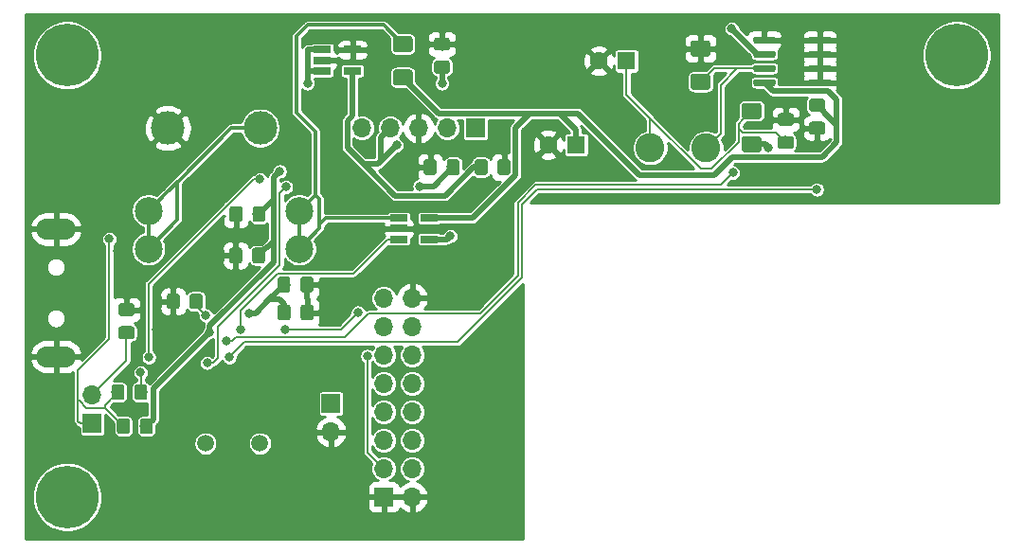
<source format=gbl>
G04 #@! TF.GenerationSoftware,KiCad,Pcbnew,(5.1.2)-1*
G04 #@! TF.CreationDate,2022-03-08T00:39:02-05:00*
G04 #@! TF.ProjectId,telemetry_receiver,74656c65-6d65-4747-9279-5f7265636569,rev?*
G04 #@! TF.SameCoordinates,Original*
G04 #@! TF.FileFunction,Copper,L2,Bot*
G04 #@! TF.FilePolarity,Positive*
%FSLAX46Y46*%
G04 Gerber Fmt 4.6, Leading zero omitted, Abs format (unit mm)*
G04 Created by KiCad (PCBNEW (5.1.2)-1) date 2022-03-08 00:39:02*
%MOMM*%
%LPD*%
G04 APERTURE LIST*
%ADD10C,2.500000*%
%ADD11O,1.700000X1.700000*%
%ADD12R,1.700000X1.700000*%
%ADD13C,0.100000*%
%ADD14C,1.425000*%
%ADD15C,2.600000*%
%ADD16C,5.600000*%
%ADD17C,1.150000*%
%ADD18C,3.000000*%
%ADD19C,1.500000*%
%ADD20R,1.560000X0.650000*%
%ADD21C,0.600000*%
%ADD22O,3.500000X1.900000*%
%ADD23R,1.600000X1.600000*%
%ADD24C,1.600000*%
%ADD25C,0.800000*%
%ADD26C,0.203200*%
%ADD27C,0.304800*%
%ADD28C,0.508000*%
%ADD29C,0.254000*%
G04 APERTURE END LIST*
D10*
X113743800Y-90303960D03*
X113743800Y-86903960D03*
X100273800Y-86903960D03*
X100273800Y-90303960D03*
D11*
X95250000Y-103378000D03*
D12*
X95250000Y-105918000D03*
X121300000Y-112500000D03*
D11*
X123840000Y-112500000D03*
X121300000Y-109960000D03*
X123840000Y-109960000D03*
X121300000Y-107420000D03*
X123840000Y-107420000D03*
X121300000Y-104880000D03*
X123840000Y-104880000D03*
X121300000Y-102340000D03*
X123840000Y-102340000D03*
X121300000Y-99800000D03*
X123840000Y-99800000D03*
X121300000Y-97260000D03*
X123840000Y-97260000D03*
X121300000Y-94720000D03*
X123840000Y-94720000D03*
D13*
G36*
X154827504Y-77266704D02*
G01*
X154851773Y-77270304D01*
X154875571Y-77276265D01*
X154898671Y-77284530D01*
X154920849Y-77295020D01*
X154941893Y-77307633D01*
X154961598Y-77322247D01*
X154979777Y-77338723D01*
X154996253Y-77356902D01*
X155010867Y-77376607D01*
X155023480Y-77397651D01*
X155033970Y-77419829D01*
X155042235Y-77442929D01*
X155048196Y-77466727D01*
X155051796Y-77490996D01*
X155053000Y-77515500D01*
X155053000Y-78440500D01*
X155051796Y-78465004D01*
X155048196Y-78489273D01*
X155042235Y-78513071D01*
X155033970Y-78536171D01*
X155023480Y-78558349D01*
X155010867Y-78579393D01*
X154996253Y-78599098D01*
X154979777Y-78617277D01*
X154961598Y-78633753D01*
X154941893Y-78648367D01*
X154920849Y-78660980D01*
X154898671Y-78671470D01*
X154875571Y-78679735D01*
X154851773Y-78685696D01*
X154827504Y-78689296D01*
X154803000Y-78690500D01*
X153553000Y-78690500D01*
X153528496Y-78689296D01*
X153504227Y-78685696D01*
X153480429Y-78679735D01*
X153457329Y-78671470D01*
X153435151Y-78660980D01*
X153414107Y-78648367D01*
X153394402Y-78633753D01*
X153376223Y-78617277D01*
X153359747Y-78599098D01*
X153345133Y-78579393D01*
X153332520Y-78558349D01*
X153322030Y-78536171D01*
X153313765Y-78513071D01*
X153307804Y-78489273D01*
X153304204Y-78465004D01*
X153303000Y-78440500D01*
X153303000Y-77515500D01*
X153304204Y-77490996D01*
X153307804Y-77466727D01*
X153313765Y-77442929D01*
X153322030Y-77419829D01*
X153332520Y-77397651D01*
X153345133Y-77376607D01*
X153359747Y-77356902D01*
X153376223Y-77338723D01*
X153394402Y-77322247D01*
X153414107Y-77307633D01*
X153435151Y-77295020D01*
X153457329Y-77284530D01*
X153480429Y-77276265D01*
X153504227Y-77270304D01*
X153528496Y-77266704D01*
X153553000Y-77265500D01*
X154803000Y-77265500D01*
X154827504Y-77266704D01*
X154827504Y-77266704D01*
G37*
D14*
X154178000Y-77978000D03*
D13*
G36*
X154827504Y-80241704D02*
G01*
X154851773Y-80245304D01*
X154875571Y-80251265D01*
X154898671Y-80259530D01*
X154920849Y-80270020D01*
X154941893Y-80282633D01*
X154961598Y-80297247D01*
X154979777Y-80313723D01*
X154996253Y-80331902D01*
X155010867Y-80351607D01*
X155023480Y-80372651D01*
X155033970Y-80394829D01*
X155042235Y-80417929D01*
X155048196Y-80441727D01*
X155051796Y-80465996D01*
X155053000Y-80490500D01*
X155053000Y-81415500D01*
X155051796Y-81440004D01*
X155048196Y-81464273D01*
X155042235Y-81488071D01*
X155033970Y-81511171D01*
X155023480Y-81533349D01*
X155010867Y-81554393D01*
X154996253Y-81574098D01*
X154979777Y-81592277D01*
X154961598Y-81608753D01*
X154941893Y-81623367D01*
X154920849Y-81635980D01*
X154898671Y-81646470D01*
X154875571Y-81654735D01*
X154851773Y-81660696D01*
X154827504Y-81664296D01*
X154803000Y-81665500D01*
X153553000Y-81665500D01*
X153528496Y-81664296D01*
X153504227Y-81660696D01*
X153480429Y-81654735D01*
X153457329Y-81646470D01*
X153435151Y-81635980D01*
X153414107Y-81623367D01*
X153394402Y-81608753D01*
X153376223Y-81592277D01*
X153359747Y-81574098D01*
X153345133Y-81554393D01*
X153332520Y-81533349D01*
X153322030Y-81511171D01*
X153313765Y-81488071D01*
X153307804Y-81464273D01*
X153304204Y-81440004D01*
X153303000Y-81415500D01*
X153303000Y-80490500D01*
X153304204Y-80465996D01*
X153307804Y-80441727D01*
X153313765Y-80417929D01*
X153322030Y-80394829D01*
X153332520Y-80372651D01*
X153345133Y-80351607D01*
X153359747Y-80331902D01*
X153376223Y-80313723D01*
X153394402Y-80297247D01*
X153414107Y-80282633D01*
X153435151Y-80270020D01*
X153457329Y-80259530D01*
X153480429Y-80251265D01*
X153504227Y-80245304D01*
X153528496Y-80241704D01*
X153553000Y-80240500D01*
X154803000Y-80240500D01*
X154827504Y-80241704D01*
X154827504Y-80241704D01*
G37*
D14*
X154178000Y-80953000D03*
D15*
X150114000Y-81280000D03*
X145114000Y-81280000D03*
D16*
X172500000Y-73000000D03*
X93000000Y-112500000D03*
X93000000Y-73000000D03*
D13*
G36*
X98375505Y-105473204D02*
G01*
X98399773Y-105476804D01*
X98423572Y-105482765D01*
X98446671Y-105491030D01*
X98468850Y-105501520D01*
X98489893Y-105514132D01*
X98509599Y-105528747D01*
X98527777Y-105545223D01*
X98544253Y-105563401D01*
X98558868Y-105583107D01*
X98571480Y-105604150D01*
X98581970Y-105626329D01*
X98590235Y-105649428D01*
X98596196Y-105673227D01*
X98599796Y-105697495D01*
X98601000Y-105721999D01*
X98601000Y-106622001D01*
X98599796Y-106646505D01*
X98596196Y-106670773D01*
X98590235Y-106694572D01*
X98581970Y-106717671D01*
X98571480Y-106739850D01*
X98558868Y-106760893D01*
X98544253Y-106780599D01*
X98527777Y-106798777D01*
X98509599Y-106815253D01*
X98489893Y-106829868D01*
X98468850Y-106842480D01*
X98446671Y-106852970D01*
X98423572Y-106861235D01*
X98399773Y-106867196D01*
X98375505Y-106870796D01*
X98351001Y-106872000D01*
X97700999Y-106872000D01*
X97676495Y-106870796D01*
X97652227Y-106867196D01*
X97628428Y-106861235D01*
X97605329Y-106852970D01*
X97583150Y-106842480D01*
X97562107Y-106829868D01*
X97542401Y-106815253D01*
X97524223Y-106798777D01*
X97507747Y-106780599D01*
X97493132Y-106760893D01*
X97480520Y-106739850D01*
X97470030Y-106717671D01*
X97461765Y-106694572D01*
X97455804Y-106670773D01*
X97452204Y-106646505D01*
X97451000Y-106622001D01*
X97451000Y-105721999D01*
X97452204Y-105697495D01*
X97455804Y-105673227D01*
X97461765Y-105649428D01*
X97470030Y-105626329D01*
X97480520Y-105604150D01*
X97493132Y-105583107D01*
X97507747Y-105563401D01*
X97524223Y-105545223D01*
X97542401Y-105528747D01*
X97562107Y-105514132D01*
X97583150Y-105501520D01*
X97605329Y-105491030D01*
X97628428Y-105482765D01*
X97652227Y-105476804D01*
X97676495Y-105473204D01*
X97700999Y-105472000D01*
X98351001Y-105472000D01*
X98375505Y-105473204D01*
X98375505Y-105473204D01*
G37*
D17*
X98026000Y-106172000D03*
D13*
G36*
X100425505Y-105473204D02*
G01*
X100449773Y-105476804D01*
X100473572Y-105482765D01*
X100496671Y-105491030D01*
X100518850Y-105501520D01*
X100539893Y-105514132D01*
X100559599Y-105528747D01*
X100577777Y-105545223D01*
X100594253Y-105563401D01*
X100608868Y-105583107D01*
X100621480Y-105604150D01*
X100631970Y-105626329D01*
X100640235Y-105649428D01*
X100646196Y-105673227D01*
X100649796Y-105697495D01*
X100651000Y-105721999D01*
X100651000Y-106622001D01*
X100649796Y-106646505D01*
X100646196Y-106670773D01*
X100640235Y-106694572D01*
X100631970Y-106717671D01*
X100621480Y-106739850D01*
X100608868Y-106760893D01*
X100594253Y-106780599D01*
X100577777Y-106798777D01*
X100559599Y-106815253D01*
X100539893Y-106829868D01*
X100518850Y-106842480D01*
X100496671Y-106852970D01*
X100473572Y-106861235D01*
X100449773Y-106867196D01*
X100425505Y-106870796D01*
X100401001Y-106872000D01*
X99750999Y-106872000D01*
X99726495Y-106870796D01*
X99702227Y-106867196D01*
X99678428Y-106861235D01*
X99655329Y-106852970D01*
X99633150Y-106842480D01*
X99612107Y-106829868D01*
X99592401Y-106815253D01*
X99574223Y-106798777D01*
X99557747Y-106780599D01*
X99543132Y-106760893D01*
X99530520Y-106739850D01*
X99520030Y-106717671D01*
X99511765Y-106694572D01*
X99505804Y-106670773D01*
X99502204Y-106646505D01*
X99501000Y-106622001D01*
X99501000Y-105721999D01*
X99502204Y-105697495D01*
X99505804Y-105673227D01*
X99511765Y-105649428D01*
X99520030Y-105626329D01*
X99530520Y-105604150D01*
X99543132Y-105583107D01*
X99557747Y-105563401D01*
X99574223Y-105545223D01*
X99592401Y-105528747D01*
X99612107Y-105514132D01*
X99633150Y-105501520D01*
X99655329Y-105491030D01*
X99678428Y-105482765D01*
X99702227Y-105476804D01*
X99726495Y-105473204D01*
X99750999Y-105472000D01*
X100401001Y-105472000D01*
X100425505Y-105473204D01*
X100425505Y-105473204D01*
G37*
D17*
X100076000Y-106172000D03*
D12*
X129500000Y-79500000D03*
D11*
X126960000Y-79500000D03*
X124420000Y-79500000D03*
X121880000Y-79500000D03*
X119340000Y-79500000D03*
D18*
X102000000Y-79500000D03*
X110250000Y-79500000D03*
D19*
X105350900Y-107703280D03*
X110230900Y-107703280D03*
D20*
X115800000Y-74400000D03*
X115800000Y-73450000D03*
X115800000Y-72500000D03*
X118500000Y-72500000D03*
X118500000Y-74400000D03*
X122650000Y-89450000D03*
X122650000Y-88500000D03*
X122650000Y-87550000D03*
X125350000Y-87550000D03*
X125350000Y-89450000D03*
D13*
G36*
X156163703Y-75138722D02*
G01*
X156178264Y-75140882D01*
X156192543Y-75144459D01*
X156206403Y-75149418D01*
X156219710Y-75155712D01*
X156232336Y-75163280D01*
X156244159Y-75172048D01*
X156255066Y-75181934D01*
X156264952Y-75192841D01*
X156273720Y-75204664D01*
X156281288Y-75217290D01*
X156287582Y-75230597D01*
X156292541Y-75244457D01*
X156296118Y-75258736D01*
X156298278Y-75273297D01*
X156299000Y-75288000D01*
X156299000Y-75588000D01*
X156298278Y-75602703D01*
X156296118Y-75617264D01*
X156292541Y-75631543D01*
X156287582Y-75645403D01*
X156281288Y-75658710D01*
X156273720Y-75671336D01*
X156264952Y-75683159D01*
X156255066Y-75694066D01*
X156244159Y-75703952D01*
X156232336Y-75712720D01*
X156219710Y-75720288D01*
X156206403Y-75726582D01*
X156192543Y-75731541D01*
X156178264Y-75735118D01*
X156163703Y-75737278D01*
X156149000Y-75738000D01*
X154499000Y-75738000D01*
X154484297Y-75737278D01*
X154469736Y-75735118D01*
X154455457Y-75731541D01*
X154441597Y-75726582D01*
X154428290Y-75720288D01*
X154415664Y-75712720D01*
X154403841Y-75703952D01*
X154392934Y-75694066D01*
X154383048Y-75683159D01*
X154374280Y-75671336D01*
X154366712Y-75658710D01*
X154360418Y-75645403D01*
X154355459Y-75631543D01*
X154351882Y-75617264D01*
X154349722Y-75602703D01*
X154349000Y-75588000D01*
X154349000Y-75288000D01*
X154349722Y-75273297D01*
X154351882Y-75258736D01*
X154355459Y-75244457D01*
X154360418Y-75230597D01*
X154366712Y-75217290D01*
X154374280Y-75204664D01*
X154383048Y-75192841D01*
X154392934Y-75181934D01*
X154403841Y-75172048D01*
X154415664Y-75163280D01*
X154428290Y-75155712D01*
X154441597Y-75149418D01*
X154455457Y-75144459D01*
X154469736Y-75140882D01*
X154484297Y-75138722D01*
X154499000Y-75138000D01*
X156149000Y-75138000D01*
X156163703Y-75138722D01*
X156163703Y-75138722D01*
G37*
D21*
X155324000Y-75438000D03*
D13*
G36*
X156163703Y-73868722D02*
G01*
X156178264Y-73870882D01*
X156192543Y-73874459D01*
X156206403Y-73879418D01*
X156219710Y-73885712D01*
X156232336Y-73893280D01*
X156244159Y-73902048D01*
X156255066Y-73911934D01*
X156264952Y-73922841D01*
X156273720Y-73934664D01*
X156281288Y-73947290D01*
X156287582Y-73960597D01*
X156292541Y-73974457D01*
X156296118Y-73988736D01*
X156298278Y-74003297D01*
X156299000Y-74018000D01*
X156299000Y-74318000D01*
X156298278Y-74332703D01*
X156296118Y-74347264D01*
X156292541Y-74361543D01*
X156287582Y-74375403D01*
X156281288Y-74388710D01*
X156273720Y-74401336D01*
X156264952Y-74413159D01*
X156255066Y-74424066D01*
X156244159Y-74433952D01*
X156232336Y-74442720D01*
X156219710Y-74450288D01*
X156206403Y-74456582D01*
X156192543Y-74461541D01*
X156178264Y-74465118D01*
X156163703Y-74467278D01*
X156149000Y-74468000D01*
X154499000Y-74468000D01*
X154484297Y-74467278D01*
X154469736Y-74465118D01*
X154455457Y-74461541D01*
X154441597Y-74456582D01*
X154428290Y-74450288D01*
X154415664Y-74442720D01*
X154403841Y-74433952D01*
X154392934Y-74424066D01*
X154383048Y-74413159D01*
X154374280Y-74401336D01*
X154366712Y-74388710D01*
X154360418Y-74375403D01*
X154355459Y-74361543D01*
X154351882Y-74347264D01*
X154349722Y-74332703D01*
X154349000Y-74318000D01*
X154349000Y-74018000D01*
X154349722Y-74003297D01*
X154351882Y-73988736D01*
X154355459Y-73974457D01*
X154360418Y-73960597D01*
X154366712Y-73947290D01*
X154374280Y-73934664D01*
X154383048Y-73922841D01*
X154392934Y-73911934D01*
X154403841Y-73902048D01*
X154415664Y-73893280D01*
X154428290Y-73885712D01*
X154441597Y-73879418D01*
X154455457Y-73874459D01*
X154469736Y-73870882D01*
X154484297Y-73868722D01*
X154499000Y-73868000D01*
X156149000Y-73868000D01*
X156163703Y-73868722D01*
X156163703Y-73868722D01*
G37*
D21*
X155324000Y-74168000D03*
D13*
G36*
X156163703Y-72598722D02*
G01*
X156178264Y-72600882D01*
X156192543Y-72604459D01*
X156206403Y-72609418D01*
X156219710Y-72615712D01*
X156232336Y-72623280D01*
X156244159Y-72632048D01*
X156255066Y-72641934D01*
X156264952Y-72652841D01*
X156273720Y-72664664D01*
X156281288Y-72677290D01*
X156287582Y-72690597D01*
X156292541Y-72704457D01*
X156296118Y-72718736D01*
X156298278Y-72733297D01*
X156299000Y-72748000D01*
X156299000Y-73048000D01*
X156298278Y-73062703D01*
X156296118Y-73077264D01*
X156292541Y-73091543D01*
X156287582Y-73105403D01*
X156281288Y-73118710D01*
X156273720Y-73131336D01*
X156264952Y-73143159D01*
X156255066Y-73154066D01*
X156244159Y-73163952D01*
X156232336Y-73172720D01*
X156219710Y-73180288D01*
X156206403Y-73186582D01*
X156192543Y-73191541D01*
X156178264Y-73195118D01*
X156163703Y-73197278D01*
X156149000Y-73198000D01*
X154499000Y-73198000D01*
X154484297Y-73197278D01*
X154469736Y-73195118D01*
X154455457Y-73191541D01*
X154441597Y-73186582D01*
X154428290Y-73180288D01*
X154415664Y-73172720D01*
X154403841Y-73163952D01*
X154392934Y-73154066D01*
X154383048Y-73143159D01*
X154374280Y-73131336D01*
X154366712Y-73118710D01*
X154360418Y-73105403D01*
X154355459Y-73091543D01*
X154351882Y-73077264D01*
X154349722Y-73062703D01*
X154349000Y-73048000D01*
X154349000Y-72748000D01*
X154349722Y-72733297D01*
X154351882Y-72718736D01*
X154355459Y-72704457D01*
X154360418Y-72690597D01*
X154366712Y-72677290D01*
X154374280Y-72664664D01*
X154383048Y-72652841D01*
X154392934Y-72641934D01*
X154403841Y-72632048D01*
X154415664Y-72623280D01*
X154428290Y-72615712D01*
X154441597Y-72609418D01*
X154455457Y-72604459D01*
X154469736Y-72600882D01*
X154484297Y-72598722D01*
X154499000Y-72598000D01*
X156149000Y-72598000D01*
X156163703Y-72598722D01*
X156163703Y-72598722D01*
G37*
D21*
X155324000Y-72898000D03*
D13*
G36*
X156163703Y-71328722D02*
G01*
X156178264Y-71330882D01*
X156192543Y-71334459D01*
X156206403Y-71339418D01*
X156219710Y-71345712D01*
X156232336Y-71353280D01*
X156244159Y-71362048D01*
X156255066Y-71371934D01*
X156264952Y-71382841D01*
X156273720Y-71394664D01*
X156281288Y-71407290D01*
X156287582Y-71420597D01*
X156292541Y-71434457D01*
X156296118Y-71448736D01*
X156298278Y-71463297D01*
X156299000Y-71478000D01*
X156299000Y-71778000D01*
X156298278Y-71792703D01*
X156296118Y-71807264D01*
X156292541Y-71821543D01*
X156287582Y-71835403D01*
X156281288Y-71848710D01*
X156273720Y-71861336D01*
X156264952Y-71873159D01*
X156255066Y-71884066D01*
X156244159Y-71893952D01*
X156232336Y-71902720D01*
X156219710Y-71910288D01*
X156206403Y-71916582D01*
X156192543Y-71921541D01*
X156178264Y-71925118D01*
X156163703Y-71927278D01*
X156149000Y-71928000D01*
X154499000Y-71928000D01*
X154484297Y-71927278D01*
X154469736Y-71925118D01*
X154455457Y-71921541D01*
X154441597Y-71916582D01*
X154428290Y-71910288D01*
X154415664Y-71902720D01*
X154403841Y-71893952D01*
X154392934Y-71884066D01*
X154383048Y-71873159D01*
X154374280Y-71861336D01*
X154366712Y-71848710D01*
X154360418Y-71835403D01*
X154355459Y-71821543D01*
X154351882Y-71807264D01*
X154349722Y-71792703D01*
X154349000Y-71778000D01*
X154349000Y-71478000D01*
X154349722Y-71463297D01*
X154351882Y-71448736D01*
X154355459Y-71434457D01*
X154360418Y-71420597D01*
X154366712Y-71407290D01*
X154374280Y-71394664D01*
X154383048Y-71382841D01*
X154392934Y-71371934D01*
X154403841Y-71362048D01*
X154415664Y-71353280D01*
X154428290Y-71345712D01*
X154441597Y-71339418D01*
X154455457Y-71334459D01*
X154469736Y-71330882D01*
X154484297Y-71328722D01*
X154499000Y-71328000D01*
X156149000Y-71328000D01*
X156163703Y-71328722D01*
X156163703Y-71328722D01*
G37*
D21*
X155324000Y-71628000D03*
D13*
G36*
X161113703Y-71328722D02*
G01*
X161128264Y-71330882D01*
X161142543Y-71334459D01*
X161156403Y-71339418D01*
X161169710Y-71345712D01*
X161182336Y-71353280D01*
X161194159Y-71362048D01*
X161205066Y-71371934D01*
X161214952Y-71382841D01*
X161223720Y-71394664D01*
X161231288Y-71407290D01*
X161237582Y-71420597D01*
X161242541Y-71434457D01*
X161246118Y-71448736D01*
X161248278Y-71463297D01*
X161249000Y-71478000D01*
X161249000Y-71778000D01*
X161248278Y-71792703D01*
X161246118Y-71807264D01*
X161242541Y-71821543D01*
X161237582Y-71835403D01*
X161231288Y-71848710D01*
X161223720Y-71861336D01*
X161214952Y-71873159D01*
X161205066Y-71884066D01*
X161194159Y-71893952D01*
X161182336Y-71902720D01*
X161169710Y-71910288D01*
X161156403Y-71916582D01*
X161142543Y-71921541D01*
X161128264Y-71925118D01*
X161113703Y-71927278D01*
X161099000Y-71928000D01*
X159449000Y-71928000D01*
X159434297Y-71927278D01*
X159419736Y-71925118D01*
X159405457Y-71921541D01*
X159391597Y-71916582D01*
X159378290Y-71910288D01*
X159365664Y-71902720D01*
X159353841Y-71893952D01*
X159342934Y-71884066D01*
X159333048Y-71873159D01*
X159324280Y-71861336D01*
X159316712Y-71848710D01*
X159310418Y-71835403D01*
X159305459Y-71821543D01*
X159301882Y-71807264D01*
X159299722Y-71792703D01*
X159299000Y-71778000D01*
X159299000Y-71478000D01*
X159299722Y-71463297D01*
X159301882Y-71448736D01*
X159305459Y-71434457D01*
X159310418Y-71420597D01*
X159316712Y-71407290D01*
X159324280Y-71394664D01*
X159333048Y-71382841D01*
X159342934Y-71371934D01*
X159353841Y-71362048D01*
X159365664Y-71353280D01*
X159378290Y-71345712D01*
X159391597Y-71339418D01*
X159405457Y-71334459D01*
X159419736Y-71330882D01*
X159434297Y-71328722D01*
X159449000Y-71328000D01*
X161099000Y-71328000D01*
X161113703Y-71328722D01*
X161113703Y-71328722D01*
G37*
D21*
X160274000Y-71628000D03*
D13*
G36*
X161113703Y-72598722D02*
G01*
X161128264Y-72600882D01*
X161142543Y-72604459D01*
X161156403Y-72609418D01*
X161169710Y-72615712D01*
X161182336Y-72623280D01*
X161194159Y-72632048D01*
X161205066Y-72641934D01*
X161214952Y-72652841D01*
X161223720Y-72664664D01*
X161231288Y-72677290D01*
X161237582Y-72690597D01*
X161242541Y-72704457D01*
X161246118Y-72718736D01*
X161248278Y-72733297D01*
X161249000Y-72748000D01*
X161249000Y-73048000D01*
X161248278Y-73062703D01*
X161246118Y-73077264D01*
X161242541Y-73091543D01*
X161237582Y-73105403D01*
X161231288Y-73118710D01*
X161223720Y-73131336D01*
X161214952Y-73143159D01*
X161205066Y-73154066D01*
X161194159Y-73163952D01*
X161182336Y-73172720D01*
X161169710Y-73180288D01*
X161156403Y-73186582D01*
X161142543Y-73191541D01*
X161128264Y-73195118D01*
X161113703Y-73197278D01*
X161099000Y-73198000D01*
X159449000Y-73198000D01*
X159434297Y-73197278D01*
X159419736Y-73195118D01*
X159405457Y-73191541D01*
X159391597Y-73186582D01*
X159378290Y-73180288D01*
X159365664Y-73172720D01*
X159353841Y-73163952D01*
X159342934Y-73154066D01*
X159333048Y-73143159D01*
X159324280Y-73131336D01*
X159316712Y-73118710D01*
X159310418Y-73105403D01*
X159305459Y-73091543D01*
X159301882Y-73077264D01*
X159299722Y-73062703D01*
X159299000Y-73048000D01*
X159299000Y-72748000D01*
X159299722Y-72733297D01*
X159301882Y-72718736D01*
X159305459Y-72704457D01*
X159310418Y-72690597D01*
X159316712Y-72677290D01*
X159324280Y-72664664D01*
X159333048Y-72652841D01*
X159342934Y-72641934D01*
X159353841Y-72632048D01*
X159365664Y-72623280D01*
X159378290Y-72615712D01*
X159391597Y-72609418D01*
X159405457Y-72604459D01*
X159419736Y-72600882D01*
X159434297Y-72598722D01*
X159449000Y-72598000D01*
X161099000Y-72598000D01*
X161113703Y-72598722D01*
X161113703Y-72598722D01*
G37*
D21*
X160274000Y-72898000D03*
D13*
G36*
X161113703Y-73868722D02*
G01*
X161128264Y-73870882D01*
X161142543Y-73874459D01*
X161156403Y-73879418D01*
X161169710Y-73885712D01*
X161182336Y-73893280D01*
X161194159Y-73902048D01*
X161205066Y-73911934D01*
X161214952Y-73922841D01*
X161223720Y-73934664D01*
X161231288Y-73947290D01*
X161237582Y-73960597D01*
X161242541Y-73974457D01*
X161246118Y-73988736D01*
X161248278Y-74003297D01*
X161249000Y-74018000D01*
X161249000Y-74318000D01*
X161248278Y-74332703D01*
X161246118Y-74347264D01*
X161242541Y-74361543D01*
X161237582Y-74375403D01*
X161231288Y-74388710D01*
X161223720Y-74401336D01*
X161214952Y-74413159D01*
X161205066Y-74424066D01*
X161194159Y-74433952D01*
X161182336Y-74442720D01*
X161169710Y-74450288D01*
X161156403Y-74456582D01*
X161142543Y-74461541D01*
X161128264Y-74465118D01*
X161113703Y-74467278D01*
X161099000Y-74468000D01*
X159449000Y-74468000D01*
X159434297Y-74467278D01*
X159419736Y-74465118D01*
X159405457Y-74461541D01*
X159391597Y-74456582D01*
X159378290Y-74450288D01*
X159365664Y-74442720D01*
X159353841Y-74433952D01*
X159342934Y-74424066D01*
X159333048Y-74413159D01*
X159324280Y-74401336D01*
X159316712Y-74388710D01*
X159310418Y-74375403D01*
X159305459Y-74361543D01*
X159301882Y-74347264D01*
X159299722Y-74332703D01*
X159299000Y-74318000D01*
X159299000Y-74018000D01*
X159299722Y-74003297D01*
X159301882Y-73988736D01*
X159305459Y-73974457D01*
X159310418Y-73960597D01*
X159316712Y-73947290D01*
X159324280Y-73934664D01*
X159333048Y-73922841D01*
X159342934Y-73911934D01*
X159353841Y-73902048D01*
X159365664Y-73893280D01*
X159378290Y-73885712D01*
X159391597Y-73879418D01*
X159405457Y-73874459D01*
X159419736Y-73870882D01*
X159434297Y-73868722D01*
X159449000Y-73868000D01*
X161099000Y-73868000D01*
X161113703Y-73868722D01*
X161113703Y-73868722D01*
G37*
D21*
X160274000Y-74168000D03*
D13*
G36*
X161113703Y-75138722D02*
G01*
X161128264Y-75140882D01*
X161142543Y-75144459D01*
X161156403Y-75149418D01*
X161169710Y-75155712D01*
X161182336Y-75163280D01*
X161194159Y-75172048D01*
X161205066Y-75181934D01*
X161214952Y-75192841D01*
X161223720Y-75204664D01*
X161231288Y-75217290D01*
X161237582Y-75230597D01*
X161242541Y-75244457D01*
X161246118Y-75258736D01*
X161248278Y-75273297D01*
X161249000Y-75288000D01*
X161249000Y-75588000D01*
X161248278Y-75602703D01*
X161246118Y-75617264D01*
X161242541Y-75631543D01*
X161237582Y-75645403D01*
X161231288Y-75658710D01*
X161223720Y-75671336D01*
X161214952Y-75683159D01*
X161205066Y-75694066D01*
X161194159Y-75703952D01*
X161182336Y-75712720D01*
X161169710Y-75720288D01*
X161156403Y-75726582D01*
X161142543Y-75731541D01*
X161128264Y-75735118D01*
X161113703Y-75737278D01*
X161099000Y-75738000D01*
X159449000Y-75738000D01*
X159434297Y-75737278D01*
X159419736Y-75735118D01*
X159405457Y-75731541D01*
X159391597Y-75726582D01*
X159378290Y-75720288D01*
X159365664Y-75712720D01*
X159353841Y-75703952D01*
X159342934Y-75694066D01*
X159333048Y-75683159D01*
X159324280Y-75671336D01*
X159316712Y-75658710D01*
X159310418Y-75645403D01*
X159305459Y-75631543D01*
X159301882Y-75617264D01*
X159299722Y-75602703D01*
X159299000Y-75588000D01*
X159299000Y-75288000D01*
X159299722Y-75273297D01*
X159301882Y-75258736D01*
X159305459Y-75244457D01*
X159310418Y-75230597D01*
X159316712Y-75217290D01*
X159324280Y-75204664D01*
X159333048Y-75192841D01*
X159342934Y-75181934D01*
X159353841Y-75172048D01*
X159365664Y-75163280D01*
X159378290Y-75155712D01*
X159391597Y-75149418D01*
X159405457Y-75144459D01*
X159419736Y-75140882D01*
X159434297Y-75138722D01*
X159449000Y-75138000D01*
X161099000Y-75138000D01*
X161113703Y-75138722D01*
X161113703Y-75138722D01*
G37*
D21*
X160274000Y-75438000D03*
D13*
G36*
X97885505Y-102425204D02*
G01*
X97909773Y-102428804D01*
X97933572Y-102434765D01*
X97956671Y-102443030D01*
X97978850Y-102453520D01*
X97999893Y-102466132D01*
X98019599Y-102480747D01*
X98037777Y-102497223D01*
X98054253Y-102515401D01*
X98068868Y-102535107D01*
X98081480Y-102556150D01*
X98091970Y-102578329D01*
X98100235Y-102601428D01*
X98106196Y-102625227D01*
X98109796Y-102649495D01*
X98111000Y-102673999D01*
X98111000Y-103574001D01*
X98109796Y-103598505D01*
X98106196Y-103622773D01*
X98100235Y-103646572D01*
X98091970Y-103669671D01*
X98081480Y-103691850D01*
X98068868Y-103712893D01*
X98054253Y-103732599D01*
X98037777Y-103750777D01*
X98019599Y-103767253D01*
X97999893Y-103781868D01*
X97978850Y-103794480D01*
X97956671Y-103804970D01*
X97933572Y-103813235D01*
X97909773Y-103819196D01*
X97885505Y-103822796D01*
X97861001Y-103824000D01*
X97210999Y-103824000D01*
X97186495Y-103822796D01*
X97162227Y-103819196D01*
X97138428Y-103813235D01*
X97115329Y-103804970D01*
X97093150Y-103794480D01*
X97072107Y-103781868D01*
X97052401Y-103767253D01*
X97034223Y-103750777D01*
X97017747Y-103732599D01*
X97003132Y-103712893D01*
X96990520Y-103691850D01*
X96980030Y-103669671D01*
X96971765Y-103646572D01*
X96965804Y-103622773D01*
X96962204Y-103598505D01*
X96961000Y-103574001D01*
X96961000Y-102673999D01*
X96962204Y-102649495D01*
X96965804Y-102625227D01*
X96971765Y-102601428D01*
X96980030Y-102578329D01*
X96990520Y-102556150D01*
X97003132Y-102535107D01*
X97017747Y-102515401D01*
X97034223Y-102497223D01*
X97052401Y-102480747D01*
X97072107Y-102466132D01*
X97093150Y-102453520D01*
X97115329Y-102443030D01*
X97138428Y-102434765D01*
X97162227Y-102428804D01*
X97186495Y-102425204D01*
X97210999Y-102424000D01*
X97861001Y-102424000D01*
X97885505Y-102425204D01*
X97885505Y-102425204D01*
G37*
D17*
X97536000Y-103124000D03*
D13*
G36*
X99935505Y-102425204D02*
G01*
X99959773Y-102428804D01*
X99983572Y-102434765D01*
X100006671Y-102443030D01*
X100028850Y-102453520D01*
X100049893Y-102466132D01*
X100069599Y-102480747D01*
X100087777Y-102497223D01*
X100104253Y-102515401D01*
X100118868Y-102535107D01*
X100131480Y-102556150D01*
X100141970Y-102578329D01*
X100150235Y-102601428D01*
X100156196Y-102625227D01*
X100159796Y-102649495D01*
X100161000Y-102673999D01*
X100161000Y-103574001D01*
X100159796Y-103598505D01*
X100156196Y-103622773D01*
X100150235Y-103646572D01*
X100141970Y-103669671D01*
X100131480Y-103691850D01*
X100118868Y-103712893D01*
X100104253Y-103732599D01*
X100087777Y-103750777D01*
X100069599Y-103767253D01*
X100049893Y-103781868D01*
X100028850Y-103794480D01*
X100006671Y-103804970D01*
X99983572Y-103813235D01*
X99959773Y-103819196D01*
X99935505Y-103822796D01*
X99911001Y-103824000D01*
X99260999Y-103824000D01*
X99236495Y-103822796D01*
X99212227Y-103819196D01*
X99188428Y-103813235D01*
X99165329Y-103804970D01*
X99143150Y-103794480D01*
X99122107Y-103781868D01*
X99102401Y-103767253D01*
X99084223Y-103750777D01*
X99067747Y-103732599D01*
X99053132Y-103712893D01*
X99040520Y-103691850D01*
X99030030Y-103669671D01*
X99021765Y-103646572D01*
X99015804Y-103622773D01*
X99012204Y-103598505D01*
X99011000Y-103574001D01*
X99011000Y-102673999D01*
X99012204Y-102649495D01*
X99015804Y-102625227D01*
X99021765Y-102601428D01*
X99030030Y-102578329D01*
X99040520Y-102556150D01*
X99053132Y-102535107D01*
X99067747Y-102515401D01*
X99084223Y-102497223D01*
X99102401Y-102480747D01*
X99122107Y-102466132D01*
X99143150Y-102453520D01*
X99165329Y-102443030D01*
X99188428Y-102434765D01*
X99212227Y-102428804D01*
X99236495Y-102425204D01*
X99260999Y-102424000D01*
X99911001Y-102424000D01*
X99935505Y-102425204D01*
X99935505Y-102425204D01*
G37*
D17*
X99586000Y-103124000D03*
D13*
G36*
X123649504Y-74263704D02*
G01*
X123673773Y-74267304D01*
X123697571Y-74273265D01*
X123720671Y-74281530D01*
X123742849Y-74292020D01*
X123763893Y-74304633D01*
X123783598Y-74319247D01*
X123801777Y-74335723D01*
X123818253Y-74353902D01*
X123832867Y-74373607D01*
X123845480Y-74394651D01*
X123855970Y-74416829D01*
X123864235Y-74439929D01*
X123870196Y-74463727D01*
X123873796Y-74487996D01*
X123875000Y-74512500D01*
X123875000Y-75437500D01*
X123873796Y-75462004D01*
X123870196Y-75486273D01*
X123864235Y-75510071D01*
X123855970Y-75533171D01*
X123845480Y-75555349D01*
X123832867Y-75576393D01*
X123818253Y-75596098D01*
X123801777Y-75614277D01*
X123783598Y-75630753D01*
X123763893Y-75645367D01*
X123742849Y-75657980D01*
X123720671Y-75668470D01*
X123697571Y-75676735D01*
X123673773Y-75682696D01*
X123649504Y-75686296D01*
X123625000Y-75687500D01*
X122375000Y-75687500D01*
X122350496Y-75686296D01*
X122326227Y-75682696D01*
X122302429Y-75676735D01*
X122279329Y-75668470D01*
X122257151Y-75657980D01*
X122236107Y-75645367D01*
X122216402Y-75630753D01*
X122198223Y-75614277D01*
X122181747Y-75596098D01*
X122167133Y-75576393D01*
X122154520Y-75555349D01*
X122144030Y-75533171D01*
X122135765Y-75510071D01*
X122129804Y-75486273D01*
X122126204Y-75462004D01*
X122125000Y-75437500D01*
X122125000Y-74512500D01*
X122126204Y-74487996D01*
X122129804Y-74463727D01*
X122135765Y-74439929D01*
X122144030Y-74416829D01*
X122154520Y-74394651D01*
X122167133Y-74373607D01*
X122181747Y-74353902D01*
X122198223Y-74335723D01*
X122216402Y-74319247D01*
X122236107Y-74304633D01*
X122257151Y-74292020D01*
X122279329Y-74281530D01*
X122302429Y-74273265D01*
X122326227Y-74267304D01*
X122350496Y-74263704D01*
X122375000Y-74262500D01*
X123625000Y-74262500D01*
X123649504Y-74263704D01*
X123649504Y-74263704D01*
G37*
D14*
X123000000Y-74975000D03*
D13*
G36*
X123649504Y-71288704D02*
G01*
X123673773Y-71292304D01*
X123697571Y-71298265D01*
X123720671Y-71306530D01*
X123742849Y-71317020D01*
X123763893Y-71329633D01*
X123783598Y-71344247D01*
X123801777Y-71360723D01*
X123818253Y-71378902D01*
X123832867Y-71398607D01*
X123845480Y-71419651D01*
X123855970Y-71441829D01*
X123864235Y-71464929D01*
X123870196Y-71488727D01*
X123873796Y-71512996D01*
X123875000Y-71537500D01*
X123875000Y-72462500D01*
X123873796Y-72487004D01*
X123870196Y-72511273D01*
X123864235Y-72535071D01*
X123855970Y-72558171D01*
X123845480Y-72580349D01*
X123832867Y-72601393D01*
X123818253Y-72621098D01*
X123801777Y-72639277D01*
X123783598Y-72655753D01*
X123763893Y-72670367D01*
X123742849Y-72682980D01*
X123720671Y-72693470D01*
X123697571Y-72701735D01*
X123673773Y-72707696D01*
X123649504Y-72711296D01*
X123625000Y-72712500D01*
X122375000Y-72712500D01*
X122350496Y-72711296D01*
X122326227Y-72707696D01*
X122302429Y-72701735D01*
X122279329Y-72693470D01*
X122257151Y-72682980D01*
X122236107Y-72670367D01*
X122216402Y-72655753D01*
X122198223Y-72639277D01*
X122181747Y-72621098D01*
X122167133Y-72601393D01*
X122154520Y-72580349D01*
X122144030Y-72558171D01*
X122135765Y-72535071D01*
X122129804Y-72511273D01*
X122126204Y-72487004D01*
X122125000Y-72462500D01*
X122125000Y-71537500D01*
X122126204Y-71512996D01*
X122129804Y-71488727D01*
X122135765Y-71464929D01*
X122144030Y-71441829D01*
X122154520Y-71419651D01*
X122167133Y-71398607D01*
X122181747Y-71378902D01*
X122198223Y-71360723D01*
X122216402Y-71344247D01*
X122236107Y-71329633D01*
X122257151Y-71317020D01*
X122279329Y-71306530D01*
X122302429Y-71298265D01*
X122326227Y-71292304D01*
X122350496Y-71288704D01*
X122375000Y-71287500D01*
X123625000Y-71287500D01*
X123649504Y-71288704D01*
X123649504Y-71288704D01*
G37*
D14*
X123000000Y-72000000D03*
D22*
X92000160Y-99934000D03*
X92000160Y-88534000D03*
D12*
X116586000Y-104140000D03*
D11*
X116586000Y-106680000D03*
D13*
G36*
X150255504Y-74653704D02*
G01*
X150279773Y-74657304D01*
X150303571Y-74663265D01*
X150326671Y-74671530D01*
X150348849Y-74682020D01*
X150369893Y-74694633D01*
X150389598Y-74709247D01*
X150407777Y-74725723D01*
X150424253Y-74743902D01*
X150438867Y-74763607D01*
X150451480Y-74784651D01*
X150461970Y-74806829D01*
X150470235Y-74829929D01*
X150476196Y-74853727D01*
X150479796Y-74877996D01*
X150481000Y-74902500D01*
X150481000Y-75827500D01*
X150479796Y-75852004D01*
X150476196Y-75876273D01*
X150470235Y-75900071D01*
X150461970Y-75923171D01*
X150451480Y-75945349D01*
X150438867Y-75966393D01*
X150424253Y-75986098D01*
X150407777Y-76004277D01*
X150389598Y-76020753D01*
X150369893Y-76035367D01*
X150348849Y-76047980D01*
X150326671Y-76058470D01*
X150303571Y-76066735D01*
X150279773Y-76072696D01*
X150255504Y-76076296D01*
X150231000Y-76077500D01*
X148981000Y-76077500D01*
X148956496Y-76076296D01*
X148932227Y-76072696D01*
X148908429Y-76066735D01*
X148885329Y-76058470D01*
X148863151Y-76047980D01*
X148842107Y-76035367D01*
X148822402Y-76020753D01*
X148804223Y-76004277D01*
X148787747Y-75986098D01*
X148773133Y-75966393D01*
X148760520Y-75945349D01*
X148750030Y-75923171D01*
X148741765Y-75900071D01*
X148735804Y-75876273D01*
X148732204Y-75852004D01*
X148731000Y-75827500D01*
X148731000Y-74902500D01*
X148732204Y-74877996D01*
X148735804Y-74853727D01*
X148741765Y-74829929D01*
X148750030Y-74806829D01*
X148760520Y-74784651D01*
X148773133Y-74763607D01*
X148787747Y-74743902D01*
X148804223Y-74725723D01*
X148822402Y-74709247D01*
X148842107Y-74694633D01*
X148863151Y-74682020D01*
X148885329Y-74671530D01*
X148908429Y-74663265D01*
X148932227Y-74657304D01*
X148956496Y-74653704D01*
X148981000Y-74652500D01*
X150231000Y-74652500D01*
X150255504Y-74653704D01*
X150255504Y-74653704D01*
G37*
D14*
X149606000Y-75365000D03*
D13*
G36*
X150255504Y-71678704D02*
G01*
X150279773Y-71682304D01*
X150303571Y-71688265D01*
X150326671Y-71696530D01*
X150348849Y-71707020D01*
X150369893Y-71719633D01*
X150389598Y-71734247D01*
X150407777Y-71750723D01*
X150424253Y-71768902D01*
X150438867Y-71788607D01*
X150451480Y-71809651D01*
X150461970Y-71831829D01*
X150470235Y-71854929D01*
X150476196Y-71878727D01*
X150479796Y-71902996D01*
X150481000Y-71927500D01*
X150481000Y-72852500D01*
X150479796Y-72877004D01*
X150476196Y-72901273D01*
X150470235Y-72925071D01*
X150461970Y-72948171D01*
X150451480Y-72970349D01*
X150438867Y-72991393D01*
X150424253Y-73011098D01*
X150407777Y-73029277D01*
X150389598Y-73045753D01*
X150369893Y-73060367D01*
X150348849Y-73072980D01*
X150326671Y-73083470D01*
X150303571Y-73091735D01*
X150279773Y-73097696D01*
X150255504Y-73101296D01*
X150231000Y-73102500D01*
X148981000Y-73102500D01*
X148956496Y-73101296D01*
X148932227Y-73097696D01*
X148908429Y-73091735D01*
X148885329Y-73083470D01*
X148863151Y-73072980D01*
X148842107Y-73060367D01*
X148822402Y-73045753D01*
X148804223Y-73029277D01*
X148787747Y-73011098D01*
X148773133Y-72991393D01*
X148760520Y-72970349D01*
X148750030Y-72948171D01*
X148741765Y-72925071D01*
X148735804Y-72901273D01*
X148732204Y-72877004D01*
X148731000Y-72852500D01*
X148731000Y-71927500D01*
X148732204Y-71902996D01*
X148735804Y-71878727D01*
X148741765Y-71854929D01*
X148750030Y-71831829D01*
X148760520Y-71809651D01*
X148773133Y-71788607D01*
X148787747Y-71768902D01*
X148804223Y-71750723D01*
X148822402Y-71734247D01*
X148842107Y-71719633D01*
X148863151Y-71707020D01*
X148885329Y-71696530D01*
X148908429Y-71688265D01*
X148932227Y-71682304D01*
X148956496Y-71678704D01*
X148981000Y-71677500D01*
X150231000Y-71677500D01*
X150255504Y-71678704D01*
X150255504Y-71678704D01*
G37*
D14*
X149606000Y-72390000D03*
D13*
G36*
X110490185Y-86498844D02*
G01*
X110514453Y-86502444D01*
X110538252Y-86508405D01*
X110561351Y-86516670D01*
X110583530Y-86527160D01*
X110604573Y-86539772D01*
X110624279Y-86554387D01*
X110642457Y-86570863D01*
X110658933Y-86589041D01*
X110673548Y-86608747D01*
X110686160Y-86629790D01*
X110696650Y-86651969D01*
X110704915Y-86675068D01*
X110710876Y-86698867D01*
X110714476Y-86723135D01*
X110715680Y-86747639D01*
X110715680Y-87647641D01*
X110714476Y-87672145D01*
X110710876Y-87696413D01*
X110704915Y-87720212D01*
X110696650Y-87743311D01*
X110686160Y-87765490D01*
X110673548Y-87786533D01*
X110658933Y-87806239D01*
X110642457Y-87824417D01*
X110624279Y-87840893D01*
X110604573Y-87855508D01*
X110583530Y-87868120D01*
X110561351Y-87878610D01*
X110538252Y-87886875D01*
X110514453Y-87892836D01*
X110490185Y-87896436D01*
X110465681Y-87897640D01*
X109815679Y-87897640D01*
X109791175Y-87896436D01*
X109766907Y-87892836D01*
X109743108Y-87886875D01*
X109720009Y-87878610D01*
X109697830Y-87868120D01*
X109676787Y-87855508D01*
X109657081Y-87840893D01*
X109638903Y-87824417D01*
X109622427Y-87806239D01*
X109607812Y-87786533D01*
X109595200Y-87765490D01*
X109584710Y-87743311D01*
X109576445Y-87720212D01*
X109570484Y-87696413D01*
X109566884Y-87672145D01*
X109565680Y-87647641D01*
X109565680Y-86747639D01*
X109566884Y-86723135D01*
X109570484Y-86698867D01*
X109576445Y-86675068D01*
X109584710Y-86651969D01*
X109595200Y-86629790D01*
X109607812Y-86608747D01*
X109622427Y-86589041D01*
X109638903Y-86570863D01*
X109657081Y-86554387D01*
X109676787Y-86539772D01*
X109697830Y-86527160D01*
X109720009Y-86516670D01*
X109743108Y-86508405D01*
X109766907Y-86502444D01*
X109791175Y-86498844D01*
X109815679Y-86497640D01*
X110465681Y-86497640D01*
X110490185Y-86498844D01*
X110490185Y-86498844D01*
G37*
D17*
X110140680Y-87197640D03*
D13*
G36*
X108440185Y-86498844D02*
G01*
X108464453Y-86502444D01*
X108488252Y-86508405D01*
X108511351Y-86516670D01*
X108533530Y-86527160D01*
X108554573Y-86539772D01*
X108574279Y-86554387D01*
X108592457Y-86570863D01*
X108608933Y-86589041D01*
X108623548Y-86608747D01*
X108636160Y-86629790D01*
X108646650Y-86651969D01*
X108654915Y-86675068D01*
X108660876Y-86698867D01*
X108664476Y-86723135D01*
X108665680Y-86747639D01*
X108665680Y-87647641D01*
X108664476Y-87672145D01*
X108660876Y-87696413D01*
X108654915Y-87720212D01*
X108646650Y-87743311D01*
X108636160Y-87765490D01*
X108623548Y-87786533D01*
X108608933Y-87806239D01*
X108592457Y-87824417D01*
X108574279Y-87840893D01*
X108554573Y-87855508D01*
X108533530Y-87868120D01*
X108511351Y-87878610D01*
X108488252Y-87886875D01*
X108464453Y-87892836D01*
X108440185Y-87896436D01*
X108415681Y-87897640D01*
X107765679Y-87897640D01*
X107741175Y-87896436D01*
X107716907Y-87892836D01*
X107693108Y-87886875D01*
X107670009Y-87878610D01*
X107647830Y-87868120D01*
X107626787Y-87855508D01*
X107607081Y-87840893D01*
X107588903Y-87824417D01*
X107572427Y-87806239D01*
X107557812Y-87786533D01*
X107545200Y-87765490D01*
X107534710Y-87743311D01*
X107526445Y-87720212D01*
X107520484Y-87696413D01*
X107516884Y-87672145D01*
X107515680Y-87647641D01*
X107515680Y-86747639D01*
X107516884Y-86723135D01*
X107520484Y-86698867D01*
X107526445Y-86675068D01*
X107534710Y-86651969D01*
X107545200Y-86629790D01*
X107557812Y-86608747D01*
X107572427Y-86589041D01*
X107588903Y-86570863D01*
X107607081Y-86554387D01*
X107626787Y-86539772D01*
X107647830Y-86527160D01*
X107670009Y-86516670D01*
X107693108Y-86508405D01*
X107716907Y-86502444D01*
X107741175Y-86498844D01*
X107765679Y-86497640D01*
X108415681Y-86497640D01*
X108440185Y-86498844D01*
X108440185Y-86498844D01*
G37*
D17*
X108090680Y-87197640D03*
D13*
G36*
X110463625Y-90197084D02*
G01*
X110487893Y-90200684D01*
X110511692Y-90206645D01*
X110534791Y-90214910D01*
X110556970Y-90225400D01*
X110578013Y-90238012D01*
X110597719Y-90252627D01*
X110615897Y-90269103D01*
X110632373Y-90287281D01*
X110646988Y-90306987D01*
X110659600Y-90328030D01*
X110670090Y-90350209D01*
X110678355Y-90373308D01*
X110684316Y-90397107D01*
X110687916Y-90421375D01*
X110689120Y-90445879D01*
X110689120Y-91345881D01*
X110687916Y-91370385D01*
X110684316Y-91394653D01*
X110678355Y-91418452D01*
X110670090Y-91441551D01*
X110659600Y-91463730D01*
X110646988Y-91484773D01*
X110632373Y-91504479D01*
X110615897Y-91522657D01*
X110597719Y-91539133D01*
X110578013Y-91553748D01*
X110556970Y-91566360D01*
X110534791Y-91576850D01*
X110511692Y-91585115D01*
X110487893Y-91591076D01*
X110463625Y-91594676D01*
X110439121Y-91595880D01*
X109789119Y-91595880D01*
X109764615Y-91594676D01*
X109740347Y-91591076D01*
X109716548Y-91585115D01*
X109693449Y-91576850D01*
X109671270Y-91566360D01*
X109650227Y-91553748D01*
X109630521Y-91539133D01*
X109612343Y-91522657D01*
X109595867Y-91504479D01*
X109581252Y-91484773D01*
X109568640Y-91463730D01*
X109558150Y-91441551D01*
X109549885Y-91418452D01*
X109543924Y-91394653D01*
X109540324Y-91370385D01*
X109539120Y-91345881D01*
X109539120Y-90445879D01*
X109540324Y-90421375D01*
X109543924Y-90397107D01*
X109549885Y-90373308D01*
X109558150Y-90350209D01*
X109568640Y-90328030D01*
X109581252Y-90306987D01*
X109595867Y-90287281D01*
X109612343Y-90269103D01*
X109630521Y-90252627D01*
X109650227Y-90238012D01*
X109671270Y-90225400D01*
X109693449Y-90214910D01*
X109716548Y-90206645D01*
X109740347Y-90200684D01*
X109764615Y-90197084D01*
X109789119Y-90195880D01*
X110439121Y-90195880D01*
X110463625Y-90197084D01*
X110463625Y-90197084D01*
G37*
D17*
X110114120Y-90895880D03*
D13*
G36*
X108413625Y-90197084D02*
G01*
X108437893Y-90200684D01*
X108461692Y-90206645D01*
X108484791Y-90214910D01*
X108506970Y-90225400D01*
X108528013Y-90238012D01*
X108547719Y-90252627D01*
X108565897Y-90269103D01*
X108582373Y-90287281D01*
X108596988Y-90306987D01*
X108609600Y-90328030D01*
X108620090Y-90350209D01*
X108628355Y-90373308D01*
X108634316Y-90397107D01*
X108637916Y-90421375D01*
X108639120Y-90445879D01*
X108639120Y-91345881D01*
X108637916Y-91370385D01*
X108634316Y-91394653D01*
X108628355Y-91418452D01*
X108620090Y-91441551D01*
X108609600Y-91463730D01*
X108596988Y-91484773D01*
X108582373Y-91504479D01*
X108565897Y-91522657D01*
X108547719Y-91539133D01*
X108528013Y-91553748D01*
X108506970Y-91566360D01*
X108484791Y-91576850D01*
X108461692Y-91585115D01*
X108437893Y-91591076D01*
X108413625Y-91594676D01*
X108389121Y-91595880D01*
X107739119Y-91595880D01*
X107714615Y-91594676D01*
X107690347Y-91591076D01*
X107666548Y-91585115D01*
X107643449Y-91576850D01*
X107621270Y-91566360D01*
X107600227Y-91553748D01*
X107580521Y-91539133D01*
X107562343Y-91522657D01*
X107545867Y-91504479D01*
X107531252Y-91484773D01*
X107518640Y-91463730D01*
X107508150Y-91441551D01*
X107499885Y-91418452D01*
X107493924Y-91394653D01*
X107490324Y-91370385D01*
X107489120Y-91345881D01*
X107489120Y-90445879D01*
X107490324Y-90421375D01*
X107493924Y-90397107D01*
X107499885Y-90373308D01*
X107508150Y-90350209D01*
X107518640Y-90328030D01*
X107531252Y-90306987D01*
X107545867Y-90287281D01*
X107562343Y-90269103D01*
X107580521Y-90252627D01*
X107600227Y-90238012D01*
X107621270Y-90225400D01*
X107643449Y-90214910D01*
X107666548Y-90206645D01*
X107690347Y-90200684D01*
X107714615Y-90197084D01*
X107739119Y-90195880D01*
X108389121Y-90195880D01*
X108413625Y-90197084D01*
X108413625Y-90197084D01*
G37*
D17*
X108064120Y-90895880D03*
D13*
G36*
X114785385Y-95301204D02*
G01*
X114809653Y-95304804D01*
X114833452Y-95310765D01*
X114856551Y-95319030D01*
X114878730Y-95329520D01*
X114899773Y-95342132D01*
X114919479Y-95356747D01*
X114937657Y-95373223D01*
X114954133Y-95391401D01*
X114968748Y-95411107D01*
X114981360Y-95432150D01*
X114991850Y-95454329D01*
X115000115Y-95477428D01*
X115006076Y-95501227D01*
X115009676Y-95525495D01*
X115010880Y-95549999D01*
X115010880Y-96450001D01*
X115009676Y-96474505D01*
X115006076Y-96498773D01*
X115000115Y-96522572D01*
X114991850Y-96545671D01*
X114981360Y-96567850D01*
X114968748Y-96588893D01*
X114954133Y-96608599D01*
X114937657Y-96626777D01*
X114919479Y-96643253D01*
X114899773Y-96657868D01*
X114878730Y-96670480D01*
X114856551Y-96680970D01*
X114833452Y-96689235D01*
X114809653Y-96695196D01*
X114785385Y-96698796D01*
X114760881Y-96700000D01*
X114110879Y-96700000D01*
X114086375Y-96698796D01*
X114062107Y-96695196D01*
X114038308Y-96689235D01*
X114015209Y-96680970D01*
X113993030Y-96670480D01*
X113971987Y-96657868D01*
X113952281Y-96643253D01*
X113934103Y-96626777D01*
X113917627Y-96608599D01*
X113903012Y-96588893D01*
X113890400Y-96567850D01*
X113879910Y-96545671D01*
X113871645Y-96522572D01*
X113865684Y-96498773D01*
X113862084Y-96474505D01*
X113860880Y-96450001D01*
X113860880Y-95549999D01*
X113862084Y-95525495D01*
X113865684Y-95501227D01*
X113871645Y-95477428D01*
X113879910Y-95454329D01*
X113890400Y-95432150D01*
X113903012Y-95411107D01*
X113917627Y-95391401D01*
X113934103Y-95373223D01*
X113952281Y-95356747D01*
X113971987Y-95342132D01*
X113993030Y-95329520D01*
X114015209Y-95319030D01*
X114038308Y-95310765D01*
X114062107Y-95304804D01*
X114086375Y-95301204D01*
X114110879Y-95300000D01*
X114760881Y-95300000D01*
X114785385Y-95301204D01*
X114785385Y-95301204D01*
G37*
D17*
X114435880Y-96000000D03*
D13*
G36*
X112735385Y-95301204D02*
G01*
X112759653Y-95304804D01*
X112783452Y-95310765D01*
X112806551Y-95319030D01*
X112828730Y-95329520D01*
X112849773Y-95342132D01*
X112869479Y-95356747D01*
X112887657Y-95373223D01*
X112904133Y-95391401D01*
X112918748Y-95411107D01*
X112931360Y-95432150D01*
X112941850Y-95454329D01*
X112950115Y-95477428D01*
X112956076Y-95501227D01*
X112959676Y-95525495D01*
X112960880Y-95549999D01*
X112960880Y-96450001D01*
X112959676Y-96474505D01*
X112956076Y-96498773D01*
X112950115Y-96522572D01*
X112941850Y-96545671D01*
X112931360Y-96567850D01*
X112918748Y-96588893D01*
X112904133Y-96608599D01*
X112887657Y-96626777D01*
X112869479Y-96643253D01*
X112849773Y-96657868D01*
X112828730Y-96670480D01*
X112806551Y-96680970D01*
X112783452Y-96689235D01*
X112759653Y-96695196D01*
X112735385Y-96698796D01*
X112710881Y-96700000D01*
X112060879Y-96700000D01*
X112036375Y-96698796D01*
X112012107Y-96695196D01*
X111988308Y-96689235D01*
X111965209Y-96680970D01*
X111943030Y-96670480D01*
X111921987Y-96657868D01*
X111902281Y-96643253D01*
X111884103Y-96626777D01*
X111867627Y-96608599D01*
X111853012Y-96588893D01*
X111840400Y-96567850D01*
X111829910Y-96545671D01*
X111821645Y-96522572D01*
X111815684Y-96498773D01*
X111812084Y-96474505D01*
X111810880Y-96450001D01*
X111810880Y-95549999D01*
X111812084Y-95525495D01*
X111815684Y-95501227D01*
X111821645Y-95477428D01*
X111829910Y-95454329D01*
X111840400Y-95432150D01*
X111853012Y-95411107D01*
X111867627Y-95391401D01*
X111884103Y-95373223D01*
X111902281Y-95356747D01*
X111921987Y-95342132D01*
X111943030Y-95329520D01*
X111965209Y-95319030D01*
X111988308Y-95310765D01*
X112012107Y-95304804D01*
X112036375Y-95301204D01*
X112060879Y-95300000D01*
X112710881Y-95300000D01*
X112735385Y-95301204D01*
X112735385Y-95301204D01*
G37*
D17*
X112385880Y-96000000D03*
D13*
G36*
X114772305Y-92801204D02*
G01*
X114796573Y-92804804D01*
X114820372Y-92810765D01*
X114843471Y-92819030D01*
X114865650Y-92829520D01*
X114886693Y-92842132D01*
X114906399Y-92856747D01*
X114924577Y-92873223D01*
X114941053Y-92891401D01*
X114955668Y-92911107D01*
X114968280Y-92932150D01*
X114978770Y-92954329D01*
X114987035Y-92977428D01*
X114992996Y-93001227D01*
X114996596Y-93025495D01*
X114997800Y-93049999D01*
X114997800Y-93950001D01*
X114996596Y-93974505D01*
X114992996Y-93998773D01*
X114987035Y-94022572D01*
X114978770Y-94045671D01*
X114968280Y-94067850D01*
X114955668Y-94088893D01*
X114941053Y-94108599D01*
X114924577Y-94126777D01*
X114906399Y-94143253D01*
X114886693Y-94157868D01*
X114865650Y-94170480D01*
X114843471Y-94180970D01*
X114820372Y-94189235D01*
X114796573Y-94195196D01*
X114772305Y-94198796D01*
X114747801Y-94200000D01*
X114097799Y-94200000D01*
X114073295Y-94198796D01*
X114049027Y-94195196D01*
X114025228Y-94189235D01*
X114002129Y-94180970D01*
X113979950Y-94170480D01*
X113958907Y-94157868D01*
X113939201Y-94143253D01*
X113921023Y-94126777D01*
X113904547Y-94108599D01*
X113889932Y-94088893D01*
X113877320Y-94067850D01*
X113866830Y-94045671D01*
X113858565Y-94022572D01*
X113852604Y-93998773D01*
X113849004Y-93974505D01*
X113847800Y-93950001D01*
X113847800Y-93049999D01*
X113849004Y-93025495D01*
X113852604Y-93001227D01*
X113858565Y-92977428D01*
X113866830Y-92954329D01*
X113877320Y-92932150D01*
X113889932Y-92911107D01*
X113904547Y-92891401D01*
X113921023Y-92873223D01*
X113939201Y-92856747D01*
X113958907Y-92842132D01*
X113979950Y-92829520D01*
X114002129Y-92819030D01*
X114025228Y-92810765D01*
X114049027Y-92804804D01*
X114073295Y-92801204D01*
X114097799Y-92800000D01*
X114747801Y-92800000D01*
X114772305Y-92801204D01*
X114772305Y-92801204D01*
G37*
D17*
X114422800Y-93500000D03*
D13*
G36*
X112722305Y-92801204D02*
G01*
X112746573Y-92804804D01*
X112770372Y-92810765D01*
X112793471Y-92819030D01*
X112815650Y-92829520D01*
X112836693Y-92842132D01*
X112856399Y-92856747D01*
X112874577Y-92873223D01*
X112891053Y-92891401D01*
X112905668Y-92911107D01*
X112918280Y-92932150D01*
X112928770Y-92954329D01*
X112937035Y-92977428D01*
X112942996Y-93001227D01*
X112946596Y-93025495D01*
X112947800Y-93049999D01*
X112947800Y-93950001D01*
X112946596Y-93974505D01*
X112942996Y-93998773D01*
X112937035Y-94022572D01*
X112928770Y-94045671D01*
X112918280Y-94067850D01*
X112905668Y-94088893D01*
X112891053Y-94108599D01*
X112874577Y-94126777D01*
X112856399Y-94143253D01*
X112836693Y-94157868D01*
X112815650Y-94170480D01*
X112793471Y-94180970D01*
X112770372Y-94189235D01*
X112746573Y-94195196D01*
X112722305Y-94198796D01*
X112697801Y-94200000D01*
X112047799Y-94200000D01*
X112023295Y-94198796D01*
X111999027Y-94195196D01*
X111975228Y-94189235D01*
X111952129Y-94180970D01*
X111929950Y-94170480D01*
X111908907Y-94157868D01*
X111889201Y-94143253D01*
X111871023Y-94126777D01*
X111854547Y-94108599D01*
X111839932Y-94088893D01*
X111827320Y-94067850D01*
X111816830Y-94045671D01*
X111808565Y-94022572D01*
X111802604Y-93998773D01*
X111799004Y-93974505D01*
X111797800Y-93950001D01*
X111797800Y-93049999D01*
X111799004Y-93025495D01*
X111802604Y-93001227D01*
X111808565Y-92977428D01*
X111816830Y-92954329D01*
X111827320Y-92932150D01*
X111839932Y-92911107D01*
X111854547Y-92891401D01*
X111871023Y-92873223D01*
X111889201Y-92856747D01*
X111908907Y-92842132D01*
X111929950Y-92829520D01*
X111952129Y-92819030D01*
X111975228Y-92810765D01*
X111999027Y-92804804D01*
X112023295Y-92801204D01*
X112047799Y-92800000D01*
X112697801Y-92800000D01*
X112722305Y-92801204D01*
X112722305Y-92801204D01*
G37*
D17*
X112372800Y-93500000D03*
D13*
G36*
X132399505Y-82301204D02*
G01*
X132423773Y-82304804D01*
X132447572Y-82310765D01*
X132470671Y-82319030D01*
X132492850Y-82329520D01*
X132513893Y-82342132D01*
X132533599Y-82356747D01*
X132551777Y-82373223D01*
X132568253Y-82391401D01*
X132582868Y-82411107D01*
X132595480Y-82432150D01*
X132605970Y-82454329D01*
X132614235Y-82477428D01*
X132620196Y-82501227D01*
X132623796Y-82525495D01*
X132625000Y-82549999D01*
X132625000Y-83450001D01*
X132623796Y-83474505D01*
X132620196Y-83498773D01*
X132614235Y-83522572D01*
X132605970Y-83545671D01*
X132595480Y-83567850D01*
X132582868Y-83588893D01*
X132568253Y-83608599D01*
X132551777Y-83626777D01*
X132533599Y-83643253D01*
X132513893Y-83657868D01*
X132492850Y-83670480D01*
X132470671Y-83680970D01*
X132447572Y-83689235D01*
X132423773Y-83695196D01*
X132399505Y-83698796D01*
X132375001Y-83700000D01*
X131724999Y-83700000D01*
X131700495Y-83698796D01*
X131676227Y-83695196D01*
X131652428Y-83689235D01*
X131629329Y-83680970D01*
X131607150Y-83670480D01*
X131586107Y-83657868D01*
X131566401Y-83643253D01*
X131548223Y-83626777D01*
X131531747Y-83608599D01*
X131517132Y-83588893D01*
X131504520Y-83567850D01*
X131494030Y-83545671D01*
X131485765Y-83522572D01*
X131479804Y-83498773D01*
X131476204Y-83474505D01*
X131475000Y-83450001D01*
X131475000Y-82549999D01*
X131476204Y-82525495D01*
X131479804Y-82501227D01*
X131485765Y-82477428D01*
X131494030Y-82454329D01*
X131504520Y-82432150D01*
X131517132Y-82411107D01*
X131531747Y-82391401D01*
X131548223Y-82373223D01*
X131566401Y-82356747D01*
X131586107Y-82342132D01*
X131607150Y-82329520D01*
X131629329Y-82319030D01*
X131652428Y-82310765D01*
X131676227Y-82304804D01*
X131700495Y-82301204D01*
X131724999Y-82300000D01*
X132375001Y-82300000D01*
X132399505Y-82301204D01*
X132399505Y-82301204D01*
G37*
D17*
X132050000Y-83000000D03*
D13*
G36*
X130349505Y-82301204D02*
G01*
X130373773Y-82304804D01*
X130397572Y-82310765D01*
X130420671Y-82319030D01*
X130442850Y-82329520D01*
X130463893Y-82342132D01*
X130483599Y-82356747D01*
X130501777Y-82373223D01*
X130518253Y-82391401D01*
X130532868Y-82411107D01*
X130545480Y-82432150D01*
X130555970Y-82454329D01*
X130564235Y-82477428D01*
X130570196Y-82501227D01*
X130573796Y-82525495D01*
X130575000Y-82549999D01*
X130575000Y-83450001D01*
X130573796Y-83474505D01*
X130570196Y-83498773D01*
X130564235Y-83522572D01*
X130555970Y-83545671D01*
X130545480Y-83567850D01*
X130532868Y-83588893D01*
X130518253Y-83608599D01*
X130501777Y-83626777D01*
X130483599Y-83643253D01*
X130463893Y-83657868D01*
X130442850Y-83670480D01*
X130420671Y-83680970D01*
X130397572Y-83689235D01*
X130373773Y-83695196D01*
X130349505Y-83698796D01*
X130325001Y-83700000D01*
X129674999Y-83700000D01*
X129650495Y-83698796D01*
X129626227Y-83695196D01*
X129602428Y-83689235D01*
X129579329Y-83680970D01*
X129557150Y-83670480D01*
X129536107Y-83657868D01*
X129516401Y-83643253D01*
X129498223Y-83626777D01*
X129481747Y-83608599D01*
X129467132Y-83588893D01*
X129454520Y-83567850D01*
X129444030Y-83545671D01*
X129435765Y-83522572D01*
X129429804Y-83498773D01*
X129426204Y-83474505D01*
X129425000Y-83450001D01*
X129425000Y-82549999D01*
X129426204Y-82525495D01*
X129429804Y-82501227D01*
X129435765Y-82477428D01*
X129444030Y-82454329D01*
X129454520Y-82432150D01*
X129467132Y-82411107D01*
X129481747Y-82391401D01*
X129498223Y-82373223D01*
X129516401Y-82356747D01*
X129536107Y-82342132D01*
X129557150Y-82329520D01*
X129579329Y-82319030D01*
X129602428Y-82310765D01*
X129626227Y-82304804D01*
X129650495Y-82301204D01*
X129674999Y-82300000D01*
X130325001Y-82300000D01*
X130349505Y-82301204D01*
X130349505Y-82301204D01*
G37*
D17*
X130000000Y-83000000D03*
D13*
G36*
X127849505Y-82301204D02*
G01*
X127873773Y-82304804D01*
X127897572Y-82310765D01*
X127920671Y-82319030D01*
X127942850Y-82329520D01*
X127963893Y-82342132D01*
X127983599Y-82356747D01*
X128001777Y-82373223D01*
X128018253Y-82391401D01*
X128032868Y-82411107D01*
X128045480Y-82432150D01*
X128055970Y-82454329D01*
X128064235Y-82477428D01*
X128070196Y-82501227D01*
X128073796Y-82525495D01*
X128075000Y-82549999D01*
X128075000Y-83450001D01*
X128073796Y-83474505D01*
X128070196Y-83498773D01*
X128064235Y-83522572D01*
X128055970Y-83545671D01*
X128045480Y-83567850D01*
X128032868Y-83588893D01*
X128018253Y-83608599D01*
X128001777Y-83626777D01*
X127983599Y-83643253D01*
X127963893Y-83657868D01*
X127942850Y-83670480D01*
X127920671Y-83680970D01*
X127897572Y-83689235D01*
X127873773Y-83695196D01*
X127849505Y-83698796D01*
X127825001Y-83700000D01*
X127174999Y-83700000D01*
X127150495Y-83698796D01*
X127126227Y-83695196D01*
X127102428Y-83689235D01*
X127079329Y-83680970D01*
X127057150Y-83670480D01*
X127036107Y-83657868D01*
X127016401Y-83643253D01*
X126998223Y-83626777D01*
X126981747Y-83608599D01*
X126967132Y-83588893D01*
X126954520Y-83567850D01*
X126944030Y-83545671D01*
X126935765Y-83522572D01*
X126929804Y-83498773D01*
X126926204Y-83474505D01*
X126925000Y-83450001D01*
X126925000Y-82549999D01*
X126926204Y-82525495D01*
X126929804Y-82501227D01*
X126935765Y-82477428D01*
X126944030Y-82454329D01*
X126954520Y-82432150D01*
X126967132Y-82411107D01*
X126981747Y-82391401D01*
X126998223Y-82373223D01*
X127016401Y-82356747D01*
X127036107Y-82342132D01*
X127057150Y-82329520D01*
X127079329Y-82319030D01*
X127102428Y-82310765D01*
X127126227Y-82304804D01*
X127150495Y-82301204D01*
X127174999Y-82300000D01*
X127825001Y-82300000D01*
X127849505Y-82301204D01*
X127849505Y-82301204D01*
G37*
D17*
X127500000Y-83000000D03*
D13*
G36*
X125799505Y-82301204D02*
G01*
X125823773Y-82304804D01*
X125847572Y-82310765D01*
X125870671Y-82319030D01*
X125892850Y-82329520D01*
X125913893Y-82342132D01*
X125933599Y-82356747D01*
X125951777Y-82373223D01*
X125968253Y-82391401D01*
X125982868Y-82411107D01*
X125995480Y-82432150D01*
X126005970Y-82454329D01*
X126014235Y-82477428D01*
X126020196Y-82501227D01*
X126023796Y-82525495D01*
X126025000Y-82549999D01*
X126025000Y-83450001D01*
X126023796Y-83474505D01*
X126020196Y-83498773D01*
X126014235Y-83522572D01*
X126005970Y-83545671D01*
X125995480Y-83567850D01*
X125982868Y-83588893D01*
X125968253Y-83608599D01*
X125951777Y-83626777D01*
X125933599Y-83643253D01*
X125913893Y-83657868D01*
X125892850Y-83670480D01*
X125870671Y-83680970D01*
X125847572Y-83689235D01*
X125823773Y-83695196D01*
X125799505Y-83698796D01*
X125775001Y-83700000D01*
X125124999Y-83700000D01*
X125100495Y-83698796D01*
X125076227Y-83695196D01*
X125052428Y-83689235D01*
X125029329Y-83680970D01*
X125007150Y-83670480D01*
X124986107Y-83657868D01*
X124966401Y-83643253D01*
X124948223Y-83626777D01*
X124931747Y-83608599D01*
X124917132Y-83588893D01*
X124904520Y-83567850D01*
X124894030Y-83545671D01*
X124885765Y-83522572D01*
X124879804Y-83498773D01*
X124876204Y-83474505D01*
X124875000Y-83450001D01*
X124875000Y-82549999D01*
X124876204Y-82525495D01*
X124879804Y-82501227D01*
X124885765Y-82477428D01*
X124894030Y-82454329D01*
X124904520Y-82432150D01*
X124917132Y-82411107D01*
X124931747Y-82391401D01*
X124948223Y-82373223D01*
X124966401Y-82356747D01*
X124986107Y-82342132D01*
X125007150Y-82329520D01*
X125029329Y-82319030D01*
X125052428Y-82310765D01*
X125076227Y-82304804D01*
X125100495Y-82301204D01*
X125124999Y-82300000D01*
X125775001Y-82300000D01*
X125799505Y-82301204D01*
X125799505Y-82301204D01*
G37*
D17*
X125450000Y-83000000D03*
D13*
G36*
X126974505Y-71426204D02*
G01*
X126998773Y-71429804D01*
X127022572Y-71435765D01*
X127045671Y-71444030D01*
X127067850Y-71454520D01*
X127088893Y-71467132D01*
X127108599Y-71481747D01*
X127126777Y-71498223D01*
X127143253Y-71516401D01*
X127157868Y-71536107D01*
X127170480Y-71557150D01*
X127180970Y-71579329D01*
X127189235Y-71602428D01*
X127195196Y-71626227D01*
X127198796Y-71650495D01*
X127200000Y-71674999D01*
X127200000Y-72325001D01*
X127198796Y-72349505D01*
X127195196Y-72373773D01*
X127189235Y-72397572D01*
X127180970Y-72420671D01*
X127170480Y-72442850D01*
X127157868Y-72463893D01*
X127143253Y-72483599D01*
X127126777Y-72501777D01*
X127108599Y-72518253D01*
X127088893Y-72532868D01*
X127067850Y-72545480D01*
X127045671Y-72555970D01*
X127022572Y-72564235D01*
X126998773Y-72570196D01*
X126974505Y-72573796D01*
X126950001Y-72575000D01*
X126049999Y-72575000D01*
X126025495Y-72573796D01*
X126001227Y-72570196D01*
X125977428Y-72564235D01*
X125954329Y-72555970D01*
X125932150Y-72545480D01*
X125911107Y-72532868D01*
X125891401Y-72518253D01*
X125873223Y-72501777D01*
X125856747Y-72483599D01*
X125842132Y-72463893D01*
X125829520Y-72442850D01*
X125819030Y-72420671D01*
X125810765Y-72397572D01*
X125804804Y-72373773D01*
X125801204Y-72349505D01*
X125800000Y-72325001D01*
X125800000Y-71674999D01*
X125801204Y-71650495D01*
X125804804Y-71626227D01*
X125810765Y-71602428D01*
X125819030Y-71579329D01*
X125829520Y-71557150D01*
X125842132Y-71536107D01*
X125856747Y-71516401D01*
X125873223Y-71498223D01*
X125891401Y-71481747D01*
X125911107Y-71467132D01*
X125932150Y-71454520D01*
X125954329Y-71444030D01*
X125977428Y-71435765D01*
X126001227Y-71429804D01*
X126025495Y-71426204D01*
X126049999Y-71425000D01*
X126950001Y-71425000D01*
X126974505Y-71426204D01*
X126974505Y-71426204D01*
G37*
D17*
X126500000Y-72000000D03*
D13*
G36*
X126974505Y-73476204D02*
G01*
X126998773Y-73479804D01*
X127022572Y-73485765D01*
X127045671Y-73494030D01*
X127067850Y-73504520D01*
X127088893Y-73517132D01*
X127108599Y-73531747D01*
X127126777Y-73548223D01*
X127143253Y-73566401D01*
X127157868Y-73586107D01*
X127170480Y-73607150D01*
X127180970Y-73629329D01*
X127189235Y-73652428D01*
X127195196Y-73676227D01*
X127198796Y-73700495D01*
X127200000Y-73724999D01*
X127200000Y-74375001D01*
X127198796Y-74399505D01*
X127195196Y-74423773D01*
X127189235Y-74447572D01*
X127180970Y-74470671D01*
X127170480Y-74492850D01*
X127157868Y-74513893D01*
X127143253Y-74533599D01*
X127126777Y-74551777D01*
X127108599Y-74568253D01*
X127088893Y-74582868D01*
X127067850Y-74595480D01*
X127045671Y-74605970D01*
X127022572Y-74614235D01*
X126998773Y-74620196D01*
X126974505Y-74623796D01*
X126950001Y-74625000D01*
X126049999Y-74625000D01*
X126025495Y-74623796D01*
X126001227Y-74620196D01*
X125977428Y-74614235D01*
X125954329Y-74605970D01*
X125932150Y-74595480D01*
X125911107Y-74582868D01*
X125891401Y-74568253D01*
X125873223Y-74551777D01*
X125856747Y-74533599D01*
X125842132Y-74513893D01*
X125829520Y-74492850D01*
X125819030Y-74470671D01*
X125810765Y-74447572D01*
X125804804Y-74423773D01*
X125801204Y-74399505D01*
X125800000Y-74375001D01*
X125800000Y-73724999D01*
X125801204Y-73700495D01*
X125804804Y-73676227D01*
X125810765Y-73652428D01*
X125819030Y-73629329D01*
X125829520Y-73607150D01*
X125842132Y-73586107D01*
X125856747Y-73566401D01*
X125873223Y-73548223D01*
X125891401Y-73531747D01*
X125911107Y-73517132D01*
X125932150Y-73504520D01*
X125954329Y-73494030D01*
X125977428Y-73485765D01*
X126001227Y-73479804D01*
X126025495Y-73476204D01*
X126049999Y-73475000D01*
X126950001Y-73475000D01*
X126974505Y-73476204D01*
X126974505Y-73476204D01*
G37*
D17*
X126500000Y-74050000D03*
D13*
G36*
X157700505Y-78166204D02*
G01*
X157724773Y-78169804D01*
X157748572Y-78175765D01*
X157771671Y-78184030D01*
X157793850Y-78194520D01*
X157814893Y-78207132D01*
X157834599Y-78221747D01*
X157852777Y-78238223D01*
X157869253Y-78256401D01*
X157883868Y-78276107D01*
X157896480Y-78297150D01*
X157906970Y-78319329D01*
X157915235Y-78342428D01*
X157921196Y-78366227D01*
X157924796Y-78390495D01*
X157926000Y-78414999D01*
X157926000Y-79065001D01*
X157924796Y-79089505D01*
X157921196Y-79113773D01*
X157915235Y-79137572D01*
X157906970Y-79160671D01*
X157896480Y-79182850D01*
X157883868Y-79203893D01*
X157869253Y-79223599D01*
X157852777Y-79241777D01*
X157834599Y-79258253D01*
X157814893Y-79272868D01*
X157793850Y-79285480D01*
X157771671Y-79295970D01*
X157748572Y-79304235D01*
X157724773Y-79310196D01*
X157700505Y-79313796D01*
X157676001Y-79315000D01*
X156775999Y-79315000D01*
X156751495Y-79313796D01*
X156727227Y-79310196D01*
X156703428Y-79304235D01*
X156680329Y-79295970D01*
X156658150Y-79285480D01*
X156637107Y-79272868D01*
X156617401Y-79258253D01*
X156599223Y-79241777D01*
X156582747Y-79223599D01*
X156568132Y-79203893D01*
X156555520Y-79182850D01*
X156545030Y-79160671D01*
X156536765Y-79137572D01*
X156530804Y-79113773D01*
X156527204Y-79089505D01*
X156526000Y-79065001D01*
X156526000Y-78414999D01*
X156527204Y-78390495D01*
X156530804Y-78366227D01*
X156536765Y-78342428D01*
X156545030Y-78319329D01*
X156555520Y-78297150D01*
X156568132Y-78276107D01*
X156582747Y-78256401D01*
X156599223Y-78238223D01*
X156617401Y-78221747D01*
X156637107Y-78207132D01*
X156658150Y-78194520D01*
X156680329Y-78184030D01*
X156703428Y-78175765D01*
X156727227Y-78169804D01*
X156751495Y-78166204D01*
X156775999Y-78165000D01*
X157676001Y-78165000D01*
X157700505Y-78166204D01*
X157700505Y-78166204D01*
G37*
D17*
X157226000Y-78740000D03*
D13*
G36*
X157700505Y-80216204D02*
G01*
X157724773Y-80219804D01*
X157748572Y-80225765D01*
X157771671Y-80234030D01*
X157793850Y-80244520D01*
X157814893Y-80257132D01*
X157834599Y-80271747D01*
X157852777Y-80288223D01*
X157869253Y-80306401D01*
X157883868Y-80326107D01*
X157896480Y-80347150D01*
X157906970Y-80369329D01*
X157915235Y-80392428D01*
X157921196Y-80416227D01*
X157924796Y-80440495D01*
X157926000Y-80464999D01*
X157926000Y-81115001D01*
X157924796Y-81139505D01*
X157921196Y-81163773D01*
X157915235Y-81187572D01*
X157906970Y-81210671D01*
X157896480Y-81232850D01*
X157883868Y-81253893D01*
X157869253Y-81273599D01*
X157852777Y-81291777D01*
X157834599Y-81308253D01*
X157814893Y-81322868D01*
X157793850Y-81335480D01*
X157771671Y-81345970D01*
X157748572Y-81354235D01*
X157724773Y-81360196D01*
X157700505Y-81363796D01*
X157676001Y-81365000D01*
X156775999Y-81365000D01*
X156751495Y-81363796D01*
X156727227Y-81360196D01*
X156703428Y-81354235D01*
X156680329Y-81345970D01*
X156658150Y-81335480D01*
X156637107Y-81322868D01*
X156617401Y-81308253D01*
X156599223Y-81291777D01*
X156582747Y-81273599D01*
X156568132Y-81253893D01*
X156555520Y-81232850D01*
X156545030Y-81210671D01*
X156536765Y-81187572D01*
X156530804Y-81163773D01*
X156527204Y-81139505D01*
X156526000Y-81115001D01*
X156526000Y-80464999D01*
X156527204Y-80440495D01*
X156530804Y-80416227D01*
X156536765Y-80392428D01*
X156545030Y-80369329D01*
X156555520Y-80347150D01*
X156568132Y-80326107D01*
X156582747Y-80306401D01*
X156599223Y-80288223D01*
X156617401Y-80271747D01*
X156637107Y-80257132D01*
X156658150Y-80244520D01*
X156680329Y-80234030D01*
X156703428Y-80225765D01*
X156727227Y-80219804D01*
X156751495Y-80216204D01*
X156775999Y-80215000D01*
X157676001Y-80215000D01*
X157700505Y-80216204D01*
X157700505Y-80216204D01*
G37*
D17*
X157226000Y-80790000D03*
D23*
X143000000Y-73500000D03*
D24*
X140500000Y-73500000D03*
D13*
G36*
X160494505Y-76887204D02*
G01*
X160518773Y-76890804D01*
X160542572Y-76896765D01*
X160565671Y-76905030D01*
X160587850Y-76915520D01*
X160608893Y-76928132D01*
X160628599Y-76942747D01*
X160646777Y-76959223D01*
X160663253Y-76977401D01*
X160677868Y-76997107D01*
X160690480Y-77018150D01*
X160700970Y-77040329D01*
X160709235Y-77063428D01*
X160715196Y-77087227D01*
X160718796Y-77111495D01*
X160720000Y-77135999D01*
X160720000Y-77786001D01*
X160718796Y-77810505D01*
X160715196Y-77834773D01*
X160709235Y-77858572D01*
X160700970Y-77881671D01*
X160690480Y-77903850D01*
X160677868Y-77924893D01*
X160663253Y-77944599D01*
X160646777Y-77962777D01*
X160628599Y-77979253D01*
X160608893Y-77993868D01*
X160587850Y-78006480D01*
X160565671Y-78016970D01*
X160542572Y-78025235D01*
X160518773Y-78031196D01*
X160494505Y-78034796D01*
X160470001Y-78036000D01*
X159569999Y-78036000D01*
X159545495Y-78034796D01*
X159521227Y-78031196D01*
X159497428Y-78025235D01*
X159474329Y-78016970D01*
X159452150Y-78006480D01*
X159431107Y-77993868D01*
X159411401Y-77979253D01*
X159393223Y-77962777D01*
X159376747Y-77944599D01*
X159362132Y-77924893D01*
X159349520Y-77903850D01*
X159339030Y-77881671D01*
X159330765Y-77858572D01*
X159324804Y-77834773D01*
X159321204Y-77810505D01*
X159320000Y-77786001D01*
X159320000Y-77135999D01*
X159321204Y-77111495D01*
X159324804Y-77087227D01*
X159330765Y-77063428D01*
X159339030Y-77040329D01*
X159349520Y-77018150D01*
X159362132Y-76997107D01*
X159376747Y-76977401D01*
X159393223Y-76959223D01*
X159411401Y-76942747D01*
X159431107Y-76928132D01*
X159452150Y-76915520D01*
X159474329Y-76905030D01*
X159497428Y-76896765D01*
X159521227Y-76890804D01*
X159545495Y-76887204D01*
X159569999Y-76886000D01*
X160470001Y-76886000D01*
X160494505Y-76887204D01*
X160494505Y-76887204D01*
G37*
D17*
X160020000Y-77461000D03*
D13*
G36*
X160494505Y-78937204D02*
G01*
X160518773Y-78940804D01*
X160542572Y-78946765D01*
X160565671Y-78955030D01*
X160587850Y-78965520D01*
X160608893Y-78978132D01*
X160628599Y-78992747D01*
X160646777Y-79009223D01*
X160663253Y-79027401D01*
X160677868Y-79047107D01*
X160690480Y-79068150D01*
X160700970Y-79090329D01*
X160709235Y-79113428D01*
X160715196Y-79137227D01*
X160718796Y-79161495D01*
X160720000Y-79185999D01*
X160720000Y-79836001D01*
X160718796Y-79860505D01*
X160715196Y-79884773D01*
X160709235Y-79908572D01*
X160700970Y-79931671D01*
X160690480Y-79953850D01*
X160677868Y-79974893D01*
X160663253Y-79994599D01*
X160646777Y-80012777D01*
X160628599Y-80029253D01*
X160608893Y-80043868D01*
X160587850Y-80056480D01*
X160565671Y-80066970D01*
X160542572Y-80075235D01*
X160518773Y-80081196D01*
X160494505Y-80084796D01*
X160470001Y-80086000D01*
X159569999Y-80086000D01*
X159545495Y-80084796D01*
X159521227Y-80081196D01*
X159497428Y-80075235D01*
X159474329Y-80066970D01*
X159452150Y-80056480D01*
X159431107Y-80043868D01*
X159411401Y-80029253D01*
X159393223Y-80012777D01*
X159376747Y-79994599D01*
X159362132Y-79974893D01*
X159349520Y-79953850D01*
X159339030Y-79931671D01*
X159330765Y-79908572D01*
X159324804Y-79884773D01*
X159321204Y-79860505D01*
X159320000Y-79836001D01*
X159320000Y-79185999D01*
X159321204Y-79161495D01*
X159324804Y-79137227D01*
X159330765Y-79113428D01*
X159339030Y-79090329D01*
X159349520Y-79068150D01*
X159362132Y-79047107D01*
X159376747Y-79027401D01*
X159393223Y-79009223D01*
X159411401Y-78992747D01*
X159431107Y-78978132D01*
X159452150Y-78965520D01*
X159474329Y-78955030D01*
X159497428Y-78946765D01*
X159521227Y-78940804D01*
X159545495Y-78937204D01*
X159569999Y-78936000D01*
X160470001Y-78936000D01*
X160494505Y-78937204D01*
X160494505Y-78937204D01*
G37*
D17*
X160020000Y-79511000D03*
D23*
X138500000Y-81000000D03*
D24*
X136000000Y-81000000D03*
D13*
G36*
X104874505Y-94301204D02*
G01*
X104898773Y-94304804D01*
X104922572Y-94310765D01*
X104945671Y-94319030D01*
X104967850Y-94329520D01*
X104988893Y-94342132D01*
X105008599Y-94356747D01*
X105026777Y-94373223D01*
X105043253Y-94391401D01*
X105057868Y-94411107D01*
X105070480Y-94432150D01*
X105080970Y-94454329D01*
X105089235Y-94477428D01*
X105095196Y-94501227D01*
X105098796Y-94525495D01*
X105100000Y-94549999D01*
X105100000Y-95450001D01*
X105098796Y-95474505D01*
X105095196Y-95498773D01*
X105089235Y-95522572D01*
X105080970Y-95545671D01*
X105070480Y-95567850D01*
X105057868Y-95588893D01*
X105043253Y-95608599D01*
X105026777Y-95626777D01*
X105008599Y-95643253D01*
X104988893Y-95657868D01*
X104967850Y-95670480D01*
X104945671Y-95680970D01*
X104922572Y-95689235D01*
X104898773Y-95695196D01*
X104874505Y-95698796D01*
X104850001Y-95700000D01*
X104199999Y-95700000D01*
X104175495Y-95698796D01*
X104151227Y-95695196D01*
X104127428Y-95689235D01*
X104104329Y-95680970D01*
X104082150Y-95670480D01*
X104061107Y-95657868D01*
X104041401Y-95643253D01*
X104023223Y-95626777D01*
X104006747Y-95608599D01*
X103992132Y-95588893D01*
X103979520Y-95567850D01*
X103969030Y-95545671D01*
X103960765Y-95522572D01*
X103954804Y-95498773D01*
X103951204Y-95474505D01*
X103950000Y-95450001D01*
X103950000Y-94549999D01*
X103951204Y-94525495D01*
X103954804Y-94501227D01*
X103960765Y-94477428D01*
X103969030Y-94454329D01*
X103979520Y-94432150D01*
X103992132Y-94411107D01*
X104006747Y-94391401D01*
X104023223Y-94373223D01*
X104041401Y-94356747D01*
X104061107Y-94342132D01*
X104082150Y-94329520D01*
X104104329Y-94319030D01*
X104127428Y-94310765D01*
X104151227Y-94304804D01*
X104175495Y-94301204D01*
X104199999Y-94300000D01*
X104850001Y-94300000D01*
X104874505Y-94301204D01*
X104874505Y-94301204D01*
G37*
D17*
X104525000Y-95000000D03*
D13*
G36*
X102824505Y-94301204D02*
G01*
X102848773Y-94304804D01*
X102872572Y-94310765D01*
X102895671Y-94319030D01*
X102917850Y-94329520D01*
X102938893Y-94342132D01*
X102958599Y-94356747D01*
X102976777Y-94373223D01*
X102993253Y-94391401D01*
X103007868Y-94411107D01*
X103020480Y-94432150D01*
X103030970Y-94454329D01*
X103039235Y-94477428D01*
X103045196Y-94501227D01*
X103048796Y-94525495D01*
X103050000Y-94549999D01*
X103050000Y-95450001D01*
X103048796Y-95474505D01*
X103045196Y-95498773D01*
X103039235Y-95522572D01*
X103030970Y-95545671D01*
X103020480Y-95567850D01*
X103007868Y-95588893D01*
X102993253Y-95608599D01*
X102976777Y-95626777D01*
X102958599Y-95643253D01*
X102938893Y-95657868D01*
X102917850Y-95670480D01*
X102895671Y-95680970D01*
X102872572Y-95689235D01*
X102848773Y-95695196D01*
X102824505Y-95698796D01*
X102800001Y-95700000D01*
X102149999Y-95700000D01*
X102125495Y-95698796D01*
X102101227Y-95695196D01*
X102077428Y-95689235D01*
X102054329Y-95680970D01*
X102032150Y-95670480D01*
X102011107Y-95657868D01*
X101991401Y-95643253D01*
X101973223Y-95626777D01*
X101956747Y-95608599D01*
X101942132Y-95588893D01*
X101929520Y-95567850D01*
X101919030Y-95545671D01*
X101910765Y-95522572D01*
X101904804Y-95498773D01*
X101901204Y-95474505D01*
X101900000Y-95450001D01*
X101900000Y-94549999D01*
X101901204Y-94525495D01*
X101904804Y-94501227D01*
X101910765Y-94477428D01*
X101919030Y-94454329D01*
X101929520Y-94432150D01*
X101942132Y-94411107D01*
X101956747Y-94391401D01*
X101973223Y-94373223D01*
X101991401Y-94356747D01*
X102011107Y-94342132D01*
X102032150Y-94329520D01*
X102054329Y-94319030D01*
X102077428Y-94310765D01*
X102101227Y-94304804D01*
X102125495Y-94301204D01*
X102149999Y-94300000D01*
X102800001Y-94300000D01*
X102824505Y-94301204D01*
X102824505Y-94301204D01*
G37*
D17*
X102475000Y-95000000D03*
D13*
G36*
X98772505Y-97225204D02*
G01*
X98796773Y-97228804D01*
X98820572Y-97234765D01*
X98843671Y-97243030D01*
X98865850Y-97253520D01*
X98886893Y-97266132D01*
X98906599Y-97280747D01*
X98924777Y-97297223D01*
X98941253Y-97315401D01*
X98955868Y-97335107D01*
X98968480Y-97356150D01*
X98978970Y-97378329D01*
X98987235Y-97401428D01*
X98993196Y-97425227D01*
X98996796Y-97449495D01*
X98998000Y-97473999D01*
X98998000Y-98124001D01*
X98996796Y-98148505D01*
X98993196Y-98172773D01*
X98987235Y-98196572D01*
X98978970Y-98219671D01*
X98968480Y-98241850D01*
X98955868Y-98262893D01*
X98941253Y-98282599D01*
X98924777Y-98300777D01*
X98906599Y-98317253D01*
X98886893Y-98331868D01*
X98865850Y-98344480D01*
X98843671Y-98354970D01*
X98820572Y-98363235D01*
X98796773Y-98369196D01*
X98772505Y-98372796D01*
X98748001Y-98374000D01*
X97847999Y-98374000D01*
X97823495Y-98372796D01*
X97799227Y-98369196D01*
X97775428Y-98363235D01*
X97752329Y-98354970D01*
X97730150Y-98344480D01*
X97709107Y-98331868D01*
X97689401Y-98317253D01*
X97671223Y-98300777D01*
X97654747Y-98282599D01*
X97640132Y-98262893D01*
X97627520Y-98241850D01*
X97617030Y-98219671D01*
X97608765Y-98196572D01*
X97602804Y-98172773D01*
X97599204Y-98148505D01*
X97598000Y-98124001D01*
X97598000Y-97473999D01*
X97599204Y-97449495D01*
X97602804Y-97425227D01*
X97608765Y-97401428D01*
X97617030Y-97378329D01*
X97627520Y-97356150D01*
X97640132Y-97335107D01*
X97654747Y-97315401D01*
X97671223Y-97297223D01*
X97689401Y-97280747D01*
X97709107Y-97266132D01*
X97730150Y-97253520D01*
X97752329Y-97243030D01*
X97775428Y-97234765D01*
X97799227Y-97228804D01*
X97823495Y-97225204D01*
X97847999Y-97224000D01*
X98748001Y-97224000D01*
X98772505Y-97225204D01*
X98772505Y-97225204D01*
G37*
D17*
X98298000Y-97799000D03*
D13*
G36*
X98772505Y-95175204D02*
G01*
X98796773Y-95178804D01*
X98820572Y-95184765D01*
X98843671Y-95193030D01*
X98865850Y-95203520D01*
X98886893Y-95216132D01*
X98906599Y-95230747D01*
X98924777Y-95247223D01*
X98941253Y-95265401D01*
X98955868Y-95285107D01*
X98968480Y-95306150D01*
X98978970Y-95328329D01*
X98987235Y-95351428D01*
X98993196Y-95375227D01*
X98996796Y-95399495D01*
X98998000Y-95423999D01*
X98998000Y-96074001D01*
X98996796Y-96098505D01*
X98993196Y-96122773D01*
X98987235Y-96146572D01*
X98978970Y-96169671D01*
X98968480Y-96191850D01*
X98955868Y-96212893D01*
X98941253Y-96232599D01*
X98924777Y-96250777D01*
X98906599Y-96267253D01*
X98886893Y-96281868D01*
X98865850Y-96294480D01*
X98843671Y-96304970D01*
X98820572Y-96313235D01*
X98796773Y-96319196D01*
X98772505Y-96322796D01*
X98748001Y-96324000D01*
X97847999Y-96324000D01*
X97823495Y-96322796D01*
X97799227Y-96319196D01*
X97775428Y-96313235D01*
X97752329Y-96304970D01*
X97730150Y-96294480D01*
X97709107Y-96281868D01*
X97689401Y-96267253D01*
X97671223Y-96250777D01*
X97654747Y-96232599D01*
X97640132Y-96212893D01*
X97627520Y-96191850D01*
X97617030Y-96169671D01*
X97608765Y-96146572D01*
X97602804Y-96122773D01*
X97599204Y-96098505D01*
X97598000Y-96074001D01*
X97598000Y-95423999D01*
X97599204Y-95399495D01*
X97602804Y-95375227D01*
X97608765Y-95351428D01*
X97617030Y-95328329D01*
X97627520Y-95306150D01*
X97640132Y-95285107D01*
X97654747Y-95265401D01*
X97671223Y-95247223D01*
X97689401Y-95230747D01*
X97709107Y-95216132D01*
X97730150Y-95203520D01*
X97752329Y-95193030D01*
X97775428Y-95184765D01*
X97799227Y-95178804D01*
X97823495Y-95175204D01*
X97847999Y-95174000D01*
X98748001Y-95174000D01*
X98772505Y-95175204D01*
X98772505Y-95175204D01*
G37*
D17*
X98298000Y-95749000D03*
D25*
X101842000Y-115500000D03*
X101842000Y-105000000D03*
X101842000Y-106000000D03*
X101842000Y-107000000D03*
X101842000Y-108000000D03*
X101842000Y-109000000D03*
X101842000Y-110000000D03*
X113842000Y-110000000D03*
X113842000Y-109000000D03*
X113842000Y-108000000D03*
X113842000Y-107000000D03*
X113842000Y-106000000D03*
X103342000Y-105000000D03*
X104842000Y-105000000D03*
X106342000Y-105000000D03*
X107842000Y-105000000D03*
X109342000Y-105000000D03*
X101842000Y-114500000D03*
X113842000Y-111000000D03*
X113842000Y-112000000D03*
X113842000Y-113000000D03*
X102842000Y-115500000D03*
X106807251Y-92307251D03*
X97500000Y-90500000D03*
X101000000Y-97500000D03*
X106000000Y-103500000D03*
X112000000Y-99349999D03*
X109255758Y-96054158D03*
X111990182Y-83376628D03*
X122451000Y-81049000D03*
X105750000Y-97750000D03*
X105750000Y-97750000D03*
X126500000Y-75500000D03*
X114500000Y-75500000D03*
X124500000Y-84695189D03*
X152400000Y-70612000D03*
X155702000Y-81265510D03*
X127254000Y-89154000D03*
X119000000Y-96000000D03*
X112500000Y-97500000D03*
X160000000Y-85000000D03*
X107500000Y-100000000D03*
X152500000Y-83500000D03*
X107201600Y-98500000D03*
X96774000Y-89408000D03*
X100298400Y-100000000D03*
X110236000Y-84074000D03*
X105500000Y-100500000D03*
X112558676Y-84766343D03*
X105410000Y-96266000D03*
X119831107Y-99878893D03*
X99568000Y-101346000D03*
X108500000Y-97500000D03*
D26*
X122650000Y-88500000D02*
X123347882Y-88500000D01*
D27*
X110140680Y-90869320D02*
X110114120Y-90895880D01*
X112372800Y-95986920D02*
X112385880Y-96000000D01*
D28*
X126775810Y-85549190D02*
X122327112Y-85549190D01*
X129325000Y-83000000D02*
X126775810Y-85549190D01*
X130000000Y-83000000D02*
X129325000Y-83000000D01*
X118035999Y-81258077D02*
X119607961Y-82830039D01*
X118035999Y-78874079D02*
X118035999Y-81258077D01*
X118500000Y-78410078D02*
X118035999Y-78874079D01*
X118500000Y-74400000D02*
X118500000Y-78410078D01*
X119607961Y-82830039D02*
X119353961Y-82576039D01*
X122327112Y-85549190D02*
X119861961Y-83084039D01*
X119861961Y-83084039D02*
X119607961Y-82830039D01*
X121030001Y-82469999D02*
X120800000Y-82700000D01*
X121030001Y-80349999D02*
X121030001Y-82469999D01*
X121880000Y-79500000D02*
X121030001Y-80349999D01*
X122451000Y-81049000D02*
X120800000Y-82700000D01*
X119477922Y-82700000D02*
X119353961Y-82576039D01*
X120800000Y-82700000D02*
X119477922Y-82700000D01*
X105350001Y-98149999D02*
X105750000Y-97750000D01*
X100699372Y-102800628D02*
X105350001Y-98149999D01*
X100699372Y-105548628D02*
X100699372Y-102800628D01*
X100076000Y-106172000D02*
X100699372Y-105548628D01*
X111590183Y-83776627D02*
X111990182Y-83376628D01*
X111458390Y-83908420D02*
X111590183Y-83776627D01*
X105750000Y-97184315D02*
X111458390Y-91475925D01*
X105750000Y-97750000D02*
X105750000Y-97184315D01*
X111458390Y-85879930D02*
X111458390Y-85391610D01*
X110140680Y-87197640D02*
X111458390Y-85879930D01*
X111458390Y-85391610D02*
X111458390Y-83908420D01*
X110800272Y-90272508D02*
X111458390Y-89614390D01*
X110737492Y-90272508D02*
X110800272Y-90272508D01*
X110114120Y-90895880D02*
X110737492Y-90272508D01*
X111458390Y-91475925D02*
X111458390Y-89614390D01*
X111458390Y-89614390D02*
X111458390Y-85391610D01*
X109255758Y-96054158D02*
X109818642Y-96054158D01*
X111994280Y-94808400D02*
X111064400Y-94808400D01*
X112385880Y-95200000D02*
X111994280Y-94808400D01*
X112385880Y-96000000D02*
X112385880Y-95200000D01*
X109818642Y-96054158D02*
X111064400Y-94808400D01*
X111064400Y-94808400D02*
X112372800Y-93500000D01*
D27*
X115800000Y-72500000D02*
X116255000Y-72500000D01*
D28*
X125804811Y-84695189D02*
X127500000Y-83000000D01*
X124500000Y-84695189D02*
X125804811Y-84695189D01*
X126500000Y-74050000D02*
X126500000Y-75500000D01*
X114512000Y-72500000D02*
X115800000Y-72500000D01*
X114500000Y-72512000D02*
X114512000Y-72500000D01*
X114500000Y-74412000D02*
X114500000Y-74876000D01*
X114512000Y-74400000D02*
X114500000Y-74412000D01*
X115800000Y-74400000D02*
X114512000Y-74400000D01*
X114500000Y-75500000D02*
X114500000Y-74876000D01*
X114500000Y-74876000D02*
X114500000Y-72512000D01*
X154686000Y-72898000D02*
X152400000Y-70612000D01*
X155324000Y-72898000D02*
X154686000Y-72898000D01*
X126958000Y-89450000D02*
X127254000Y-89154000D01*
X125350000Y-89450000D02*
X126958000Y-89450000D01*
X155389490Y-80953000D02*
X155702000Y-81265510D01*
X154178000Y-80953000D02*
X155389490Y-80953000D01*
D26*
X119000000Y-96000000D02*
X117500000Y-97500000D01*
X117500000Y-97500000D02*
X112500000Y-97500000D01*
X108851601Y-98648399D02*
X107500000Y-100000000D01*
X127921826Y-98648399D02*
X108851601Y-98648399D01*
X133673390Y-92896835D02*
X127921826Y-98648399D01*
X133673390Y-86364714D02*
X133673390Y-92896835D01*
X135038104Y-85000000D02*
X133673390Y-86364714D01*
X160000000Y-85000000D02*
X135038104Y-85000000D01*
X108065684Y-98201601D02*
X107767285Y-98500000D01*
X117836769Y-98201601D02*
X108065684Y-98201601D01*
X119929971Y-96108399D02*
X117836769Y-98201601D01*
X151403210Y-84596790D02*
X134871089Y-84596790D01*
X152500000Y-83500000D02*
X151403210Y-84596790D01*
X134871089Y-84596790D02*
X133270180Y-86197699D01*
X107767285Y-98500000D02*
X107201600Y-98500000D01*
X133270180Y-86197699D02*
X133270180Y-92729820D01*
X133270180Y-92729820D02*
X129891601Y-96108399D01*
X129891601Y-96108399D02*
X119929971Y-96108399D01*
X94196800Y-105918000D02*
X95250000Y-105918000D01*
X93980000Y-105701200D02*
X94196800Y-105918000D01*
X96774000Y-98371630D02*
X93980000Y-101165630D01*
X96774000Y-89408000D02*
X96774000Y-98371630D01*
X94098399Y-103886000D02*
X94742000Y-104529601D01*
X93980000Y-103886000D02*
X94098399Y-103886000D01*
X93980000Y-103886000D02*
X93980000Y-105701200D01*
X93980000Y-101165630D02*
X93980000Y-103886000D01*
X96383601Y-104529601D02*
X98026000Y-106172000D01*
X95622399Y-104529601D02*
X96383601Y-104529601D01*
X94742000Y-104529601D02*
X95622399Y-104529601D01*
X96383601Y-104276399D02*
X97536000Y-103124000D01*
X96383601Y-104529601D02*
X96383601Y-104276399D01*
X100298400Y-100000000D02*
X100298400Y-93434822D01*
X100298400Y-93434822D02*
X109233222Y-84500000D01*
X109244315Y-84500000D02*
X109233222Y-84500000D01*
X109670315Y-84074000D02*
X109244315Y-84500000D01*
X110236000Y-84074000D02*
X109670315Y-84074000D01*
X111017290Y-92730188D02*
X110873739Y-92873739D01*
X110873739Y-92873739D02*
X106500000Y-97247478D01*
X106500000Y-100065685D02*
X106500000Y-97247478D01*
X106065685Y-100500000D02*
X106500000Y-100065685D01*
X105500000Y-100500000D02*
X106065685Y-100500000D01*
X112014000Y-85311019D02*
X112558676Y-84766343D01*
X110873739Y-92873739D02*
X112014000Y-91733477D01*
X112014000Y-91733477D02*
X112014000Y-85311019D01*
X98298000Y-100330000D02*
X95250000Y-103378000D01*
X98298000Y-100330000D02*
X98298000Y-97799000D01*
X104525000Y-95000000D02*
X104525000Y-95525000D01*
X104525000Y-95000000D02*
X104525000Y-95381000D01*
X104525000Y-95381000D02*
X105410000Y-96266000D01*
D27*
X125350000Y-87550000D02*
X124895000Y-87550000D01*
D28*
X156078010Y-76192010D02*
X157472010Y-76192010D01*
X155324000Y-75438000D02*
X156078010Y-76192010D01*
X138500000Y-79692000D02*
X137105599Y-78297599D01*
X138500000Y-81000000D02*
X138500000Y-79692000D01*
X137003999Y-78195999D02*
X137105599Y-78297599D01*
X123000000Y-74975000D02*
X126220999Y-78195999D01*
X126220999Y-78195999D02*
X134329999Y-78195999D01*
X133079010Y-79446988D02*
X134329999Y-78195999D01*
X159081510Y-82119510D02*
X159445112Y-82119510D01*
X161028010Y-76192010D02*
X157472010Y-76192010D01*
X161798000Y-76962000D02*
X161028010Y-76192010D01*
X159081510Y-82119510D02*
X160450490Y-82119510D01*
X160450490Y-82119510D02*
X161798000Y-80772000D01*
X161798000Y-78740000D02*
X161798000Y-76962000D01*
X160643372Y-78093372D02*
X161798000Y-79248000D01*
X160643372Y-78084372D02*
X160643372Y-78093372D01*
X160020000Y-77461000D02*
X160643372Y-78084372D01*
X161798000Y-80772000D02*
X161798000Y-79248000D01*
X161798000Y-79248000D02*
X161798000Y-78740000D01*
X126638000Y-87550000D02*
X125350000Y-87550000D01*
X129270622Y-87550000D02*
X126638000Y-87550000D01*
X133079010Y-83741612D02*
X129270622Y-87550000D01*
X133079010Y-79446988D02*
X133079010Y-83741612D01*
X138647999Y-78195999D02*
X136615999Y-78195999D01*
X136615999Y-78195999D02*
X137003999Y-78195999D01*
X134329999Y-78195999D02*
X136615999Y-78195999D01*
X159081510Y-82119510D02*
X152430611Y-82119510D01*
X152430611Y-82119510D02*
X150817344Y-83732777D01*
X150817344Y-83732777D02*
X144184777Y-83732777D01*
X144184777Y-83732777D02*
X138647999Y-78195999D01*
D26*
X153406653Y-78749347D02*
X154178000Y-77978000D01*
X153001390Y-79154610D02*
X153406653Y-78749347D01*
X150601139Y-83163231D02*
X153001390Y-80762980D01*
X149626861Y-83163231D02*
X150601139Y-83163231D01*
X143000000Y-73500000D02*
X143000000Y-76536370D01*
X145118815Y-79436708D02*
X145118815Y-78655185D01*
X145114000Y-79441523D02*
X145118815Y-79436708D01*
X145114000Y-81280000D02*
X145114000Y-79441523D01*
X143000000Y-76536370D02*
X145118815Y-78655185D01*
X145118815Y-78655185D02*
X149626861Y-83163231D01*
X153001390Y-80762980D02*
X153001390Y-79916610D01*
X153344890Y-79938890D02*
X153001390Y-79595390D01*
X156374890Y-79938890D02*
X153344890Y-79938890D01*
X157226000Y-80790000D02*
X156374890Y-79938890D01*
X153001390Y-79916610D02*
X153001390Y-79595390D01*
X153001390Y-79595390D02*
X153001390Y-79154610D01*
X149606000Y-75365000D02*
X150803000Y-74168000D01*
X151413999Y-75662001D02*
X152908000Y-74168000D01*
X151413999Y-79980001D02*
X151413999Y-75662001D01*
X150114000Y-81280000D02*
X151413999Y-79980001D01*
X150803000Y-74168000D02*
X152908000Y-74168000D01*
X152908000Y-74168000D02*
X155324000Y-74168000D01*
D27*
X110250000Y-79500000D02*
X107677760Y-79500000D01*
X101854000Y-85344000D02*
X101843880Y-85333880D01*
X101843880Y-85333880D02*
X100273800Y-86903960D01*
X100273800Y-90303960D02*
X100273800Y-86903960D01*
X100273800Y-90303960D02*
X102870000Y-87707760D01*
X102870000Y-84307760D02*
X102986880Y-84190880D01*
X102870000Y-87707760D02*
X102870000Y-84307760D01*
X107677760Y-79500000D02*
X102986880Y-84190880D01*
X102986880Y-84190880D02*
X101843880Y-85333880D01*
X113743800Y-88536194D02*
X113743800Y-86903960D01*
X113743800Y-90303960D02*
X113743800Y-88536194D01*
X122195000Y-87550000D02*
X122650000Y-87550000D01*
X123000000Y-72000000D02*
X121300000Y-70300000D01*
X121300000Y-70300000D02*
X114500000Y-70300000D01*
X114500000Y-70300000D02*
X113500000Y-71300000D01*
X113500000Y-71300000D02*
X113500000Y-73100000D01*
X113500000Y-73100000D02*
X113500000Y-73060678D01*
X113500000Y-73100000D02*
X113500000Y-78099660D01*
X113500000Y-78099660D02*
X115200170Y-79799830D01*
X115006039Y-85653961D02*
X115200170Y-85459830D01*
X114993799Y-85653961D02*
X115006039Y-85653961D01*
X113743800Y-86903960D02*
X114993799Y-85653961D01*
X115200170Y-79799830D02*
X115200170Y-85459830D01*
X113743800Y-90303960D02*
X115570000Y-88477760D01*
X115570000Y-85829660D02*
X115200170Y-85459830D01*
X116158000Y-87550000D02*
X115570000Y-88138000D01*
X122650000Y-87550000D02*
X116158000Y-87550000D01*
X115570000Y-88477760D02*
X115570000Y-88138000D01*
X115570000Y-88138000D02*
X115570000Y-85829660D01*
D26*
X119831107Y-108491107D02*
X121300000Y-109960000D01*
X119831107Y-99878893D02*
X119831107Y-108491107D01*
X99586000Y-101364000D02*
X99568000Y-101346000D01*
X99586000Y-103124000D02*
X99586000Y-101364000D01*
X108500000Y-97500000D02*
X108500000Y-95817702D01*
X108500000Y-95817702D02*
X111819312Y-92498390D01*
X121666800Y-89450000D02*
X122650000Y-89450000D01*
X118618410Y-92498390D02*
X121666800Y-89450000D01*
X111819312Y-92498390D02*
X118618410Y-92498390D01*
D29*
G36*
X176195600Y-86195600D02*
G01*
X134448635Y-86195600D01*
X135215636Y-85428600D01*
X159412025Y-85428600D01*
X159435302Y-85463436D01*
X159536564Y-85564698D01*
X159655636Y-85644259D01*
X159787942Y-85699062D01*
X159928397Y-85727000D01*
X160071603Y-85727000D01*
X160212058Y-85699062D01*
X160344364Y-85644259D01*
X160463436Y-85564698D01*
X160564698Y-85463436D01*
X160644259Y-85344364D01*
X160699062Y-85212058D01*
X160727000Y-85071603D01*
X160727000Y-84928397D01*
X160699062Y-84787942D01*
X160644259Y-84655636D01*
X160564698Y-84536564D01*
X160463436Y-84435302D01*
X160344364Y-84355741D01*
X160212058Y-84300938D01*
X160071603Y-84273000D01*
X159928397Y-84273000D01*
X159787942Y-84300938D01*
X159655636Y-84355741D01*
X159536564Y-84435302D01*
X159435302Y-84536564D01*
X159412025Y-84571400D01*
X152034731Y-84571400D01*
X152387305Y-84218826D01*
X152428397Y-84227000D01*
X152571603Y-84227000D01*
X152712058Y-84199062D01*
X152844364Y-84144259D01*
X152963436Y-84064698D01*
X153064698Y-83963436D01*
X153144259Y-83844364D01*
X153199062Y-83712058D01*
X153227000Y-83571603D01*
X153227000Y-83428397D01*
X153199062Y-83287942D01*
X153144259Y-83155636D01*
X153064698Y-83036564D01*
X152963436Y-82935302D01*
X152844364Y-82855741D01*
X152712058Y-82800938D01*
X152594270Y-82777509D01*
X152671269Y-82700510D01*
X160421950Y-82700510D01*
X160450490Y-82703321D01*
X160479030Y-82700510D01*
X160564386Y-82692103D01*
X160673905Y-82658881D01*
X160774838Y-82604931D01*
X160863307Y-82532327D01*
X160881507Y-82510150D01*
X162188646Y-81203012D01*
X162210817Y-81184817D01*
X162283421Y-81096348D01*
X162337371Y-80995415D01*
X162370593Y-80885896D01*
X162379000Y-80800540D01*
X162379000Y-80800539D01*
X162381811Y-80772000D01*
X162379000Y-80743460D01*
X162379000Y-79276539D01*
X162381811Y-79248000D01*
X162379000Y-79219460D01*
X162379000Y-76990536D01*
X162381811Y-76961999D01*
X162379000Y-76933460D01*
X162370593Y-76848104D01*
X162337371Y-76738585D01*
X162283421Y-76637652D01*
X162210817Y-76549183D01*
X162188645Y-76530987D01*
X161766291Y-76108634D01*
X161779537Y-76092494D01*
X161838502Y-75982180D01*
X161874812Y-75862482D01*
X161887072Y-75738000D01*
X161884000Y-75723750D01*
X161725250Y-75565000D01*
X160401000Y-75565000D01*
X160401000Y-75585000D01*
X160147000Y-75585000D01*
X160147000Y-75565000D01*
X158822750Y-75565000D01*
X158776740Y-75611010D01*
X156625316Y-75611010D01*
X156627582Y-75588000D01*
X156627582Y-75288000D01*
X156618386Y-75194633D01*
X156591152Y-75104855D01*
X156546926Y-75022114D01*
X156487409Y-74949591D01*
X156414886Y-74890074D01*
X156332145Y-74845848D01*
X156242367Y-74818614D01*
X156149000Y-74809418D01*
X154499000Y-74809418D01*
X154405633Y-74818614D01*
X154315855Y-74845848D01*
X154233114Y-74890074D01*
X154160591Y-74949591D01*
X154101074Y-75022114D01*
X154056848Y-75104855D01*
X154029614Y-75194633D01*
X154020418Y-75288000D01*
X154020418Y-75588000D01*
X154029614Y-75681367D01*
X154056848Y-75771145D01*
X154101074Y-75853886D01*
X154160591Y-75926409D01*
X154233114Y-75985926D01*
X154315855Y-76030152D01*
X154405633Y-76057386D01*
X154499000Y-76066582D01*
X155130925Y-76066582D01*
X155646997Y-76582655D01*
X155665193Y-76604827D01*
X155753662Y-76677431D01*
X155846174Y-76726880D01*
X155854595Y-76731381D01*
X155964114Y-76764603D01*
X156078009Y-76775821D01*
X156106549Y-76773010D01*
X159123022Y-76773010D01*
X159088926Y-76814557D01*
X159035460Y-76914586D01*
X159002535Y-77023123D01*
X158991418Y-77135999D01*
X158991418Y-77786001D01*
X159002535Y-77898877D01*
X159035460Y-78007414D01*
X159088926Y-78107443D01*
X159160880Y-78195120D01*
X159248557Y-78267074D01*
X159308416Y-78299069D01*
X159195518Y-78310188D01*
X159075820Y-78346498D01*
X158965506Y-78405463D01*
X158868815Y-78484815D01*
X158789463Y-78581506D01*
X158730498Y-78691820D01*
X158694188Y-78811518D01*
X158681928Y-78936000D01*
X158685000Y-79225250D01*
X158843750Y-79384000D01*
X159893000Y-79384000D01*
X159893000Y-79364000D01*
X160147000Y-79364000D01*
X160147000Y-79384000D01*
X160167000Y-79384000D01*
X160167000Y-79638000D01*
X160147000Y-79638000D01*
X160147000Y-80562250D01*
X160305750Y-80721000D01*
X160720000Y-80724072D01*
X160844482Y-80711812D01*
X160964180Y-80675502D01*
X161074494Y-80616537D01*
X161171185Y-80537185D01*
X161217000Y-80481359D01*
X161217000Y-80531342D01*
X160209833Y-81538510D01*
X158067586Y-81538510D01*
X158085120Y-81524120D01*
X158157074Y-81436443D01*
X158210540Y-81336414D01*
X158243465Y-81227877D01*
X158254582Y-81115001D01*
X158254582Y-80464999D01*
X158243465Y-80352123D01*
X158210540Y-80243586D01*
X158157074Y-80143557D01*
X158109839Y-80086000D01*
X158681928Y-80086000D01*
X158694188Y-80210482D01*
X158730498Y-80330180D01*
X158789463Y-80440494D01*
X158868815Y-80537185D01*
X158965506Y-80616537D01*
X159075820Y-80675502D01*
X159195518Y-80711812D01*
X159320000Y-80724072D01*
X159734250Y-80721000D01*
X159893000Y-80562250D01*
X159893000Y-79638000D01*
X158843750Y-79638000D01*
X158685000Y-79796750D01*
X158681928Y-80086000D01*
X158109839Y-80086000D01*
X158085120Y-80055880D01*
X157997443Y-79983926D01*
X157937584Y-79951931D01*
X158050482Y-79940812D01*
X158170180Y-79904502D01*
X158280494Y-79845537D01*
X158377185Y-79766185D01*
X158456537Y-79669494D01*
X158515502Y-79559180D01*
X158551812Y-79439482D01*
X158564072Y-79315000D01*
X158561000Y-79025750D01*
X158402250Y-78867000D01*
X157353000Y-78867000D01*
X157353000Y-78887000D01*
X157099000Y-78887000D01*
X157099000Y-78867000D01*
X156049750Y-78867000D01*
X155891000Y-79025750D01*
X155887928Y-79315000D01*
X155900188Y-79439482D01*
X155921667Y-79510290D01*
X153522422Y-79510290D01*
X153429990Y-79417859D01*
X153429990Y-79332141D01*
X153724601Y-79037531D01*
X153724605Y-79037526D01*
X153743049Y-79019082D01*
X154803000Y-79019082D01*
X154915876Y-79007965D01*
X155024414Y-78975040D01*
X155124443Y-78921573D01*
X155212119Y-78849619D01*
X155284073Y-78761943D01*
X155337540Y-78661914D01*
X155370465Y-78553376D01*
X155381582Y-78440500D01*
X155381582Y-78165000D01*
X155887928Y-78165000D01*
X155891000Y-78454250D01*
X156049750Y-78613000D01*
X157099000Y-78613000D01*
X157099000Y-77688750D01*
X157353000Y-77688750D01*
X157353000Y-78613000D01*
X158402250Y-78613000D01*
X158561000Y-78454250D01*
X158564072Y-78165000D01*
X158551812Y-78040518D01*
X158515502Y-77920820D01*
X158456537Y-77810506D01*
X158377185Y-77713815D01*
X158280494Y-77634463D01*
X158170180Y-77575498D01*
X158050482Y-77539188D01*
X157926000Y-77526928D01*
X157511750Y-77530000D01*
X157353000Y-77688750D01*
X157099000Y-77688750D01*
X156940250Y-77530000D01*
X156526000Y-77526928D01*
X156401518Y-77539188D01*
X156281820Y-77575498D01*
X156171506Y-77634463D01*
X156074815Y-77713815D01*
X155995463Y-77810506D01*
X155936498Y-77920820D01*
X155900188Y-78040518D01*
X155887928Y-78165000D01*
X155381582Y-78165000D01*
X155381582Y-77515500D01*
X155370465Y-77402624D01*
X155337540Y-77294086D01*
X155284073Y-77194057D01*
X155212119Y-77106381D01*
X155124443Y-77034427D01*
X155024414Y-76980960D01*
X154915876Y-76948035D01*
X154803000Y-76936918D01*
X153553000Y-76936918D01*
X153440124Y-76948035D01*
X153331586Y-76980960D01*
X153231557Y-77034427D01*
X153143881Y-77106381D01*
X153071927Y-77194057D01*
X153018460Y-77294086D01*
X152985535Y-77402624D01*
X152974418Y-77515500D01*
X152974418Y-78440500D01*
X152985535Y-78553376D01*
X152988085Y-78561783D01*
X152713209Y-78836660D01*
X152696859Y-78850078D01*
X152660441Y-78894454D01*
X152643299Y-78915341D01*
X152603501Y-78989799D01*
X152578992Y-79070590D01*
X152570717Y-79154610D01*
X152572790Y-79175658D01*
X152572790Y-79574342D01*
X152570717Y-79595390D01*
X152572790Y-79616437D01*
X152572790Y-79937657D01*
X152572791Y-79937667D01*
X152572790Y-80585448D01*
X151741000Y-81417238D01*
X151741000Y-81119755D01*
X151678475Y-80805422D01*
X151555828Y-80509327D01*
X151529783Y-80470348D01*
X151702176Y-80297955D01*
X151718531Y-80284533D01*
X151772091Y-80219270D01*
X151811889Y-80144812D01*
X151836397Y-80064021D01*
X151842599Y-80001049D01*
X151842599Y-80001048D01*
X151844672Y-79980002D01*
X151842599Y-79958956D01*
X151842599Y-75839532D01*
X153085532Y-74596600D01*
X154111508Y-74596600D01*
X154160591Y-74656409D01*
X154233114Y-74715926D01*
X154315855Y-74760152D01*
X154405633Y-74787386D01*
X154499000Y-74796582D01*
X156149000Y-74796582D01*
X156242367Y-74787386D01*
X156332145Y-74760152D01*
X156414886Y-74715926D01*
X156487409Y-74656409D01*
X156546926Y-74583886D01*
X156591152Y-74501145D01*
X156601206Y-74468000D01*
X158660928Y-74468000D01*
X158673188Y-74592482D01*
X158709498Y-74712180D01*
X158758043Y-74803000D01*
X158709498Y-74893820D01*
X158673188Y-75013518D01*
X158660928Y-75138000D01*
X158664000Y-75152250D01*
X158822750Y-75311000D01*
X160147000Y-75311000D01*
X160147000Y-74295000D01*
X160401000Y-74295000D01*
X160401000Y-75311000D01*
X161725250Y-75311000D01*
X161884000Y-75152250D01*
X161887072Y-75138000D01*
X161874812Y-75013518D01*
X161838502Y-74893820D01*
X161789957Y-74803000D01*
X161838502Y-74712180D01*
X161874812Y-74592482D01*
X161887072Y-74468000D01*
X161884000Y-74453750D01*
X161725250Y-74295000D01*
X160401000Y-74295000D01*
X160147000Y-74295000D01*
X158822750Y-74295000D01*
X158664000Y-74453750D01*
X158660928Y-74468000D01*
X156601206Y-74468000D01*
X156618386Y-74411367D01*
X156627582Y-74318000D01*
X156627582Y-74018000D01*
X156618386Y-73924633D01*
X156591152Y-73834855D01*
X156546926Y-73752114D01*
X156487409Y-73679591D01*
X156414886Y-73620074D01*
X156332145Y-73575848D01*
X156242367Y-73548614D01*
X156149000Y-73539418D01*
X154499000Y-73539418D01*
X154405633Y-73548614D01*
X154315855Y-73575848D01*
X154233114Y-73620074D01*
X154160591Y-73679591D01*
X154111508Y-73739400D01*
X152929037Y-73739400D01*
X152907999Y-73737328D01*
X152886961Y-73739400D01*
X150824048Y-73739400D01*
X150803000Y-73737327D01*
X150718979Y-73745602D01*
X150697513Y-73752114D01*
X150638189Y-73770110D01*
X150563731Y-73809908D01*
X150498468Y-73863468D01*
X150485049Y-73879819D01*
X150040950Y-74323918D01*
X148981000Y-74323918D01*
X148868124Y-74335035D01*
X148759586Y-74367960D01*
X148659557Y-74421427D01*
X148571881Y-74493381D01*
X148499927Y-74581057D01*
X148446460Y-74681086D01*
X148413535Y-74789624D01*
X148402418Y-74902500D01*
X148402418Y-75827500D01*
X148413535Y-75940376D01*
X148446460Y-76048914D01*
X148499927Y-76148943D01*
X148571881Y-76236619D01*
X148659557Y-76308573D01*
X148759586Y-76362040D01*
X148868124Y-76394965D01*
X148981000Y-76406082D01*
X150231000Y-76406082D01*
X150343876Y-76394965D01*
X150452414Y-76362040D01*
X150552443Y-76308573D01*
X150640119Y-76236619D01*
X150712073Y-76148943D01*
X150765540Y-76048914D01*
X150798465Y-75940376D01*
X150809582Y-75827500D01*
X150809582Y-74902500D01*
X150798465Y-74789624D01*
X150795915Y-74781217D01*
X150980532Y-74596600D01*
X151873268Y-74596600D01*
X151125818Y-75344050D01*
X151109468Y-75357469D01*
X151096050Y-75373819D01*
X151055908Y-75422732D01*
X151016110Y-75497190D01*
X150991601Y-75577981D01*
X150983326Y-75662001D01*
X150985400Y-75683059D01*
X150985399Y-79802470D01*
X150923652Y-79864217D01*
X150884673Y-79838172D01*
X150588578Y-79715525D01*
X150274245Y-79653000D01*
X149953755Y-79653000D01*
X149639422Y-79715525D01*
X149343327Y-79838172D01*
X149076848Y-80016227D01*
X148850227Y-80242848D01*
X148672172Y-80509327D01*
X148549525Y-80805422D01*
X148487000Y-81119755D01*
X148487000Y-81417238D01*
X145436770Y-78367009D01*
X145423347Y-78350653D01*
X145406996Y-78337234D01*
X143428600Y-76358839D01*
X143428600Y-74628582D01*
X143800000Y-74628582D01*
X143864103Y-74622268D01*
X143925743Y-74603570D01*
X143982550Y-74573206D01*
X144032343Y-74532343D01*
X144073206Y-74482550D01*
X144103570Y-74425743D01*
X144122268Y-74364103D01*
X144128582Y-74300000D01*
X144128582Y-73102500D01*
X148092928Y-73102500D01*
X148105188Y-73226982D01*
X148141498Y-73346680D01*
X148200463Y-73456994D01*
X148279815Y-73553685D01*
X148376506Y-73633037D01*
X148486820Y-73692002D01*
X148606518Y-73728312D01*
X148731000Y-73740572D01*
X149320250Y-73737500D01*
X149479000Y-73578750D01*
X149479000Y-72517000D01*
X149733000Y-72517000D01*
X149733000Y-73578750D01*
X149891750Y-73737500D01*
X150481000Y-73740572D01*
X150605482Y-73728312D01*
X150725180Y-73692002D01*
X150835494Y-73633037D01*
X150932185Y-73553685D01*
X151011537Y-73456994D01*
X151070502Y-73346680D01*
X151106812Y-73226982D01*
X151119072Y-73102500D01*
X151116000Y-72675750D01*
X150957250Y-72517000D01*
X149733000Y-72517000D01*
X149479000Y-72517000D01*
X148254750Y-72517000D01*
X148096000Y-72675750D01*
X148092928Y-73102500D01*
X144128582Y-73102500D01*
X144128582Y-72700000D01*
X144122268Y-72635897D01*
X144103570Y-72574257D01*
X144073206Y-72517450D01*
X144032343Y-72467657D01*
X143982550Y-72426794D01*
X143925743Y-72396430D01*
X143864103Y-72377732D01*
X143800000Y-72371418D01*
X142200000Y-72371418D01*
X142135897Y-72377732D01*
X142074257Y-72396430D01*
X142017450Y-72426794D01*
X141967657Y-72467657D01*
X141926794Y-72517450D01*
X141896430Y-72574257D01*
X141877732Y-72635897D01*
X141871418Y-72700000D01*
X141871418Y-73073338D01*
X141803603Y-72883708D01*
X141736671Y-72758486D01*
X141492702Y-72686903D01*
X140679605Y-73500000D01*
X141492702Y-74313097D01*
X141736671Y-74241514D01*
X141857571Y-73986004D01*
X141871418Y-73930763D01*
X141871418Y-74300000D01*
X141877732Y-74364103D01*
X141896430Y-74425743D01*
X141926794Y-74482550D01*
X141967657Y-74532343D01*
X142017450Y-74573206D01*
X142074257Y-74603570D01*
X142135897Y-74622268D01*
X142200000Y-74628582D01*
X142571400Y-74628582D01*
X142571401Y-76515312D01*
X142569327Y-76536370D01*
X142577602Y-76620390D01*
X142594906Y-76677430D01*
X142602111Y-76701181D01*
X142641909Y-76775639D01*
X142695469Y-76840902D01*
X142711820Y-76854321D01*
X144690216Y-78832718D01*
X144690215Y-79371585D01*
X144683327Y-79441523D01*
X144685401Y-79462581D01*
X144685401Y-79706379D01*
X144639422Y-79715525D01*
X144343327Y-79838172D01*
X144076848Y-80016227D01*
X143850227Y-80242848D01*
X143672172Y-80509327D01*
X143549525Y-80805422D01*
X143487000Y-81119755D01*
X143487000Y-81440245D01*
X143549525Y-81754578D01*
X143672172Y-82050673D01*
X143850227Y-82317152D01*
X144076848Y-82543773D01*
X144343327Y-82721828D01*
X144639422Y-82844475D01*
X144953755Y-82907000D01*
X145274245Y-82907000D01*
X145588578Y-82844475D01*
X145884673Y-82721828D01*
X146151152Y-82543773D01*
X146377773Y-82317152D01*
X146555828Y-82050673D01*
X146678475Y-81754578D01*
X146741000Y-81440245D01*
X146741000Y-81119755D01*
X146682337Y-80824839D01*
X149009275Y-83151777D01*
X144425435Y-83151777D01*
X139079016Y-77805359D01*
X139060816Y-77783182D01*
X138972347Y-77710578D01*
X138871414Y-77656628D01*
X138761895Y-77623406D01*
X138676539Y-77614999D01*
X138647999Y-77612188D01*
X138619459Y-77614999D01*
X137032539Y-77614999D01*
X137003999Y-77612188D01*
X136975459Y-77614999D01*
X134358539Y-77614999D01*
X134329999Y-77612188D01*
X134301459Y-77614999D01*
X126461657Y-77614999D01*
X124203582Y-75356925D01*
X124203582Y-74512500D01*
X124192465Y-74399624D01*
X124159540Y-74291086D01*
X124106073Y-74191057D01*
X124034119Y-74103381D01*
X123946443Y-74031427D01*
X123846414Y-73977960D01*
X123737876Y-73945035D01*
X123625000Y-73933918D01*
X122375000Y-73933918D01*
X122262124Y-73945035D01*
X122153586Y-73977960D01*
X122053557Y-74031427D01*
X121965881Y-74103381D01*
X121893927Y-74191057D01*
X121840460Y-74291086D01*
X121807535Y-74399624D01*
X121796418Y-74512500D01*
X121796418Y-75437500D01*
X121807535Y-75550376D01*
X121840460Y-75658914D01*
X121893927Y-75758943D01*
X121965881Y-75846619D01*
X122053557Y-75918573D01*
X122153586Y-75972040D01*
X122262124Y-76004965D01*
X122375000Y-76016082D01*
X123219425Y-76016082D01*
X125789986Y-78586644D01*
X125808182Y-78608816D01*
X125896651Y-78681420D01*
X125997584Y-78735370D01*
X126051481Y-78751719D01*
X125976626Y-78842930D01*
X125867333Y-79047403D01*
X125848986Y-79107885D01*
X125764157Y-78868748D01*
X125615178Y-78618645D01*
X125420269Y-78402412D01*
X125186920Y-78228359D01*
X124924099Y-78103175D01*
X124776890Y-78058524D01*
X124547000Y-78179845D01*
X124547000Y-79373000D01*
X124567000Y-79373000D01*
X124567000Y-79627000D01*
X124547000Y-79627000D01*
X124547000Y-80820155D01*
X124776890Y-80941476D01*
X124924099Y-80896825D01*
X125186920Y-80771641D01*
X125420269Y-80597588D01*
X125615178Y-80381355D01*
X125764157Y-80131252D01*
X125848986Y-79892115D01*
X125867333Y-79952597D01*
X125976626Y-80157070D01*
X126123709Y-80336291D01*
X126302930Y-80483374D01*
X126507403Y-80592667D01*
X126729268Y-80659969D01*
X126902188Y-80677000D01*
X127017812Y-80677000D01*
X127190732Y-80659969D01*
X127412597Y-80592667D01*
X127617070Y-80483374D01*
X127796291Y-80336291D01*
X127943374Y-80157070D01*
X128052667Y-79952597D01*
X128119969Y-79730732D01*
X128142694Y-79500000D01*
X128119969Y-79269268D01*
X128052667Y-79047403D01*
X127943374Y-78842930D01*
X127889266Y-78776999D01*
X128321418Y-78776999D01*
X128321418Y-80350000D01*
X128327732Y-80414103D01*
X128346430Y-80475743D01*
X128376794Y-80532550D01*
X128417657Y-80582343D01*
X128467450Y-80623206D01*
X128524257Y-80653570D01*
X128585897Y-80672268D01*
X128650000Y-80678582D01*
X130350000Y-80678582D01*
X130414103Y-80672268D01*
X130475743Y-80653570D01*
X130532550Y-80623206D01*
X130582343Y-80582343D01*
X130623206Y-80532550D01*
X130653570Y-80475743D01*
X130672268Y-80414103D01*
X130678582Y-80350000D01*
X130678582Y-78776999D01*
X132927342Y-78776999D01*
X132688370Y-79015971D01*
X132666193Y-79034171D01*
X132614227Y-79097493D01*
X132593589Y-79122641D01*
X132539639Y-79223574D01*
X132506417Y-79333093D01*
X132495199Y-79446988D01*
X132498010Y-79475528D01*
X132498011Y-81663277D01*
X132335750Y-81665000D01*
X132177000Y-81823750D01*
X132177000Y-82873000D01*
X132197000Y-82873000D01*
X132197000Y-83127000D01*
X132177000Y-83127000D01*
X132177000Y-83147000D01*
X131923000Y-83147000D01*
X131923000Y-83127000D01*
X131903000Y-83127000D01*
X131903000Y-82873000D01*
X131923000Y-82873000D01*
X131923000Y-81823750D01*
X131764250Y-81665000D01*
X131475000Y-81661928D01*
X131350518Y-81674188D01*
X131230820Y-81710498D01*
X131120506Y-81769463D01*
X131023815Y-81848815D01*
X130944463Y-81945506D01*
X130885498Y-82055820D01*
X130849188Y-82175518D01*
X130838069Y-82288416D01*
X130806074Y-82228557D01*
X130734120Y-82140880D01*
X130646443Y-82068926D01*
X130546414Y-82015460D01*
X130437877Y-81982535D01*
X130325001Y-81971418D01*
X129674999Y-81971418D01*
X129562123Y-81982535D01*
X129453586Y-82015460D01*
X129353557Y-82068926D01*
X129265880Y-82140880D01*
X129193926Y-82228557D01*
X129140460Y-82328586D01*
X129107535Y-82437123D01*
X129105332Y-82459492D01*
X129101585Y-82460629D01*
X129000652Y-82514579D01*
X128912183Y-82587183D01*
X128893987Y-82609355D01*
X128403582Y-83099760D01*
X128403582Y-82549999D01*
X128392465Y-82437123D01*
X128359540Y-82328586D01*
X128306074Y-82228557D01*
X128234120Y-82140880D01*
X128146443Y-82068926D01*
X128046414Y-82015460D01*
X127937877Y-81982535D01*
X127825001Y-81971418D01*
X127174999Y-81971418D01*
X127062123Y-81982535D01*
X126953586Y-82015460D01*
X126853557Y-82068926D01*
X126765880Y-82140880D01*
X126693926Y-82228557D01*
X126661931Y-82288416D01*
X126650812Y-82175518D01*
X126614502Y-82055820D01*
X126555537Y-81945506D01*
X126476185Y-81848815D01*
X126379494Y-81769463D01*
X126269180Y-81710498D01*
X126149482Y-81674188D01*
X126025000Y-81661928D01*
X125735750Y-81665000D01*
X125577000Y-81823750D01*
X125577000Y-82873000D01*
X125597000Y-82873000D01*
X125597000Y-83127000D01*
X125577000Y-83127000D01*
X125577000Y-83147000D01*
X125323000Y-83147000D01*
X125323000Y-83127000D01*
X124398750Y-83127000D01*
X124240000Y-83285750D01*
X124236928Y-83700000D01*
X124249188Y-83824482D01*
X124285498Y-83944180D01*
X124310831Y-83991574D01*
X124287942Y-83996127D01*
X124155636Y-84050930D01*
X124036564Y-84130491D01*
X123935302Y-84231753D01*
X123855741Y-84350825D01*
X123800938Y-84483131D01*
X123773000Y-84623586D01*
X123773000Y-84766792D01*
X123800938Y-84907247D01*
X123826181Y-84968190D01*
X122567770Y-84968190D01*
X120875913Y-83276334D01*
X120913896Y-83272593D01*
X121023415Y-83239371D01*
X121124348Y-83185421D01*
X121212817Y-83112817D01*
X121231017Y-83090640D01*
X121420642Y-82901016D01*
X121442818Y-82882816D01*
X121461017Y-82860640D01*
X122021657Y-82300000D01*
X124236928Y-82300000D01*
X124240000Y-82714250D01*
X124398750Y-82873000D01*
X125323000Y-82873000D01*
X125323000Y-81823750D01*
X125164250Y-81665000D01*
X124875000Y-81661928D01*
X124750518Y-81674188D01*
X124630820Y-81710498D01*
X124520506Y-81769463D01*
X124423815Y-81848815D01*
X124344463Y-81945506D01*
X124285498Y-82055820D01*
X124249188Y-82175518D01*
X124236928Y-82300000D01*
X122021657Y-82300000D01*
X122551382Y-81770275D01*
X122663058Y-81748062D01*
X122795364Y-81693259D01*
X122914436Y-81613698D01*
X123015698Y-81512436D01*
X123095259Y-81393364D01*
X123150062Y-81261058D01*
X123178000Y-81120603D01*
X123178000Y-80977397D01*
X123150062Y-80836942D01*
X123095259Y-80704636D01*
X123015698Y-80585564D01*
X122914436Y-80484302D01*
X122795364Y-80404741D01*
X122687384Y-80360014D01*
X122716291Y-80336291D01*
X122863374Y-80157070D01*
X122972667Y-79952597D01*
X122991014Y-79892115D01*
X123075843Y-80131252D01*
X123224822Y-80381355D01*
X123419731Y-80597588D01*
X123653080Y-80771641D01*
X123915901Y-80896825D01*
X124063110Y-80941476D01*
X124293000Y-80820155D01*
X124293000Y-79627000D01*
X124273000Y-79627000D01*
X124273000Y-79373000D01*
X124293000Y-79373000D01*
X124293000Y-78179845D01*
X124063110Y-78058524D01*
X123915901Y-78103175D01*
X123653080Y-78228359D01*
X123419731Y-78402412D01*
X123224822Y-78618645D01*
X123075843Y-78868748D01*
X122991014Y-79107885D01*
X122972667Y-79047403D01*
X122863374Y-78842930D01*
X122716291Y-78663709D01*
X122537070Y-78516626D01*
X122332597Y-78407333D01*
X122110732Y-78340031D01*
X121937812Y-78323000D01*
X121822188Y-78323000D01*
X121649268Y-78340031D01*
X121427403Y-78407333D01*
X121222930Y-78516626D01*
X121043709Y-78663709D01*
X120896626Y-78842930D01*
X120787333Y-79047403D01*
X120720031Y-79269268D01*
X120697306Y-79500000D01*
X120720031Y-79730732D01*
X120745070Y-79813273D01*
X120639361Y-79918982D01*
X120617184Y-79937182D01*
X120552315Y-80016227D01*
X120544580Y-80025652D01*
X120490630Y-80126585D01*
X120457408Y-80236104D01*
X120446190Y-80349999D01*
X120449001Y-80378539D01*
X120449002Y-82119000D01*
X119718580Y-82119000D01*
X118616999Y-81017420D01*
X118616999Y-80429266D01*
X118682930Y-80483374D01*
X118887403Y-80592667D01*
X119109268Y-80659969D01*
X119282188Y-80677000D01*
X119397812Y-80677000D01*
X119570732Y-80659969D01*
X119792597Y-80592667D01*
X119997070Y-80483374D01*
X120176291Y-80336291D01*
X120323374Y-80157070D01*
X120432667Y-79952597D01*
X120499969Y-79730732D01*
X120522694Y-79500000D01*
X120499969Y-79269268D01*
X120432667Y-79047403D01*
X120323374Y-78842930D01*
X120176291Y-78663709D01*
X119997070Y-78516626D01*
X119792597Y-78407333D01*
X119570732Y-78340031D01*
X119397812Y-78323000D01*
X119282188Y-78323000D01*
X119109268Y-78340031D01*
X119081000Y-78348606D01*
X119081000Y-75053582D01*
X119280000Y-75053582D01*
X119344103Y-75047268D01*
X119405743Y-75028570D01*
X119462550Y-74998206D01*
X119512343Y-74957343D01*
X119553206Y-74907550D01*
X119583570Y-74850743D01*
X119602268Y-74789103D01*
X119608582Y-74725000D01*
X119608582Y-74075000D01*
X119602268Y-74010897D01*
X119583570Y-73949257D01*
X119553206Y-73892450D01*
X119512343Y-73842657D01*
X119462550Y-73801794D01*
X119405743Y-73771430D01*
X119344103Y-73752732D01*
X119280000Y-73746418D01*
X117720000Y-73746418D01*
X117655897Y-73752732D01*
X117594257Y-73771430D01*
X117537450Y-73801794D01*
X117487657Y-73842657D01*
X117446794Y-73892450D01*
X117416430Y-73949257D01*
X117397732Y-74010897D01*
X117391418Y-74075000D01*
X117391418Y-74725000D01*
X117397732Y-74789103D01*
X117416430Y-74850743D01*
X117446794Y-74907550D01*
X117487657Y-74957343D01*
X117537450Y-74998206D01*
X117594257Y-75028570D01*
X117655897Y-75047268D01*
X117720000Y-75053582D01*
X117919000Y-75053582D01*
X117919001Y-78169419D01*
X117645359Y-78443062D01*
X117623182Y-78461262D01*
X117554699Y-78544710D01*
X117550578Y-78549732D01*
X117496628Y-78650665D01*
X117463406Y-78760184D01*
X117452188Y-78874079D01*
X117454999Y-78902619D01*
X117455000Y-81229527D01*
X117452188Y-81258077D01*
X117463406Y-81371972D01*
X117496628Y-81481491D01*
X117549357Y-81580139D01*
X117550579Y-81582425D01*
X117623183Y-81670894D01*
X117645354Y-81689090D01*
X119046909Y-83090645D01*
X119065105Y-83112817D01*
X119087277Y-83131013D01*
X119217312Y-83261048D01*
X119217318Y-83261053D01*
X119430952Y-83474687D01*
X121896099Y-85939835D01*
X121914295Y-85962007D01*
X121986654Y-86021390D01*
X122002764Y-86034611D01*
X122103697Y-86088561D01*
X122213216Y-86121783D01*
X122327112Y-86133001D01*
X122355652Y-86130190D01*
X126747270Y-86130190D01*
X126775810Y-86133001D01*
X126804350Y-86130190D01*
X126889706Y-86121783D01*
X126999225Y-86088561D01*
X127100158Y-86034611D01*
X127188627Y-85962007D01*
X127206827Y-85939830D01*
X129277776Y-83868882D01*
X129353557Y-83931074D01*
X129453586Y-83984540D01*
X129562123Y-84017465D01*
X129674999Y-84028582D01*
X130325001Y-84028582D01*
X130437877Y-84017465D01*
X130546414Y-83984540D01*
X130646443Y-83931074D01*
X130734120Y-83859120D01*
X130806074Y-83771443D01*
X130838069Y-83711584D01*
X130849188Y-83824482D01*
X130885498Y-83944180D01*
X130944463Y-84054494D01*
X131023815Y-84151185D01*
X131120506Y-84230537D01*
X131230820Y-84289502D01*
X131350518Y-84325812D01*
X131475000Y-84338072D01*
X131662888Y-84336077D01*
X129029965Y-86969000D01*
X126333516Y-86969000D01*
X126312550Y-86951794D01*
X126255743Y-86921430D01*
X126194103Y-86902732D01*
X126130000Y-86896418D01*
X124570000Y-86896418D01*
X124505897Y-86902732D01*
X124444257Y-86921430D01*
X124387450Y-86951794D01*
X124337657Y-86992657D01*
X124296794Y-87042450D01*
X124266430Y-87099257D01*
X124247732Y-87160897D01*
X124241418Y-87225000D01*
X124241418Y-87875000D01*
X124247732Y-87939103D01*
X124266430Y-88000743D01*
X124296794Y-88057550D01*
X124337657Y-88107343D01*
X124387450Y-88148206D01*
X124444257Y-88178570D01*
X124505897Y-88197268D01*
X124570000Y-88203582D01*
X126130000Y-88203582D01*
X126194103Y-88197268D01*
X126255743Y-88178570D01*
X126312550Y-88148206D01*
X126333516Y-88131000D01*
X129242082Y-88131000D01*
X129270622Y-88133811D01*
X129299162Y-88131000D01*
X129384518Y-88122593D01*
X129494037Y-88089371D01*
X129594970Y-88035421D01*
X129683439Y-87962817D01*
X129701639Y-87940640D01*
X133469655Y-84172625D01*
X133491827Y-84154429D01*
X133564431Y-84065960D01*
X133618381Y-83965027D01*
X133651603Y-83855508D01*
X133660010Y-83770152D01*
X133662821Y-83741612D01*
X133660010Y-83713072D01*
X133660010Y-81992702D01*
X135186903Y-81992702D01*
X135258486Y-82236671D01*
X135513996Y-82357571D01*
X135788184Y-82426300D01*
X136070512Y-82440217D01*
X136350130Y-82398787D01*
X136616292Y-82303603D01*
X136741514Y-82236671D01*
X136813097Y-81992702D01*
X136000000Y-81179605D01*
X135186903Y-81992702D01*
X133660010Y-81992702D01*
X133660010Y-81070512D01*
X134559783Y-81070512D01*
X134601213Y-81350130D01*
X134696397Y-81616292D01*
X134763329Y-81741514D01*
X135007298Y-81813097D01*
X135820395Y-81000000D01*
X135007298Y-80186903D01*
X134763329Y-80258486D01*
X134642429Y-80513996D01*
X134573700Y-80788184D01*
X134559783Y-81070512D01*
X133660010Y-81070512D01*
X133660010Y-80007298D01*
X135186903Y-80007298D01*
X136000000Y-80820395D01*
X136813097Y-80007298D01*
X136741514Y-79763329D01*
X136486004Y-79642429D01*
X136211816Y-79573700D01*
X135929488Y-79559783D01*
X135649870Y-79601213D01*
X135383708Y-79696397D01*
X135258486Y-79763329D01*
X135186903Y-80007298D01*
X133660010Y-80007298D01*
X133660010Y-79687645D01*
X134570657Y-78776999D01*
X136763342Y-78776999D01*
X137857759Y-79871418D01*
X137700000Y-79871418D01*
X137635897Y-79877732D01*
X137574257Y-79896430D01*
X137517450Y-79926794D01*
X137467657Y-79967657D01*
X137426794Y-80017450D01*
X137396430Y-80074257D01*
X137377732Y-80135897D01*
X137371418Y-80200000D01*
X137371418Y-80573338D01*
X137303603Y-80383708D01*
X137236671Y-80258486D01*
X136992702Y-80186903D01*
X136179605Y-81000000D01*
X136992702Y-81813097D01*
X137236671Y-81741514D01*
X137357571Y-81486004D01*
X137371418Y-81430763D01*
X137371418Y-81800000D01*
X137377732Y-81864103D01*
X137396430Y-81925743D01*
X137426794Y-81982550D01*
X137467657Y-82032343D01*
X137517450Y-82073206D01*
X137574257Y-82103570D01*
X137635897Y-82122268D01*
X137700000Y-82128582D01*
X139300000Y-82128582D01*
X139364103Y-82122268D01*
X139425743Y-82103570D01*
X139482550Y-82073206D01*
X139532343Y-82032343D01*
X139573206Y-81982550D01*
X139603570Y-81925743D01*
X139622268Y-81864103D01*
X139628582Y-81800000D01*
X139628582Y-80200000D01*
X139622268Y-80135897D01*
X139603570Y-80074257D01*
X139573206Y-80017450D01*
X139532343Y-79967657D01*
X139482550Y-79926794D01*
X139425743Y-79896430D01*
X139364103Y-79877732D01*
X139300000Y-79871418D01*
X139081000Y-79871418D01*
X139081000Y-79720540D01*
X139083811Y-79692000D01*
X139072593Y-79578104D01*
X139039371Y-79468585D01*
X138985421Y-79367652D01*
X138931010Y-79301351D01*
X138931008Y-79301349D01*
X138927878Y-79297536D01*
X143753764Y-84123422D01*
X143771960Y-84145594D01*
X143799494Y-84168190D01*
X134892134Y-84168190D01*
X134871088Y-84166117D01*
X134850042Y-84168190D01*
X134850041Y-84168190D01*
X134787069Y-84174392D01*
X134706278Y-84198900D01*
X134631820Y-84238698D01*
X134566557Y-84292258D01*
X134553134Y-84308614D01*
X132982004Y-85879744D01*
X132965648Y-85893167D01*
X132912088Y-85958431D01*
X132872290Y-86032889D01*
X132871768Y-86034611D01*
X132847782Y-86113679D01*
X132839507Y-86197699D01*
X132841580Y-86218747D01*
X132841581Y-92552288D01*
X129714070Y-95679799D01*
X124967774Y-95679799D01*
X125111641Y-95486920D01*
X125236825Y-95224099D01*
X125281476Y-95076890D01*
X125160155Y-94847000D01*
X123967000Y-94847000D01*
X123967000Y-94867000D01*
X123713000Y-94867000D01*
X123713000Y-94847000D01*
X123693000Y-94847000D01*
X123693000Y-94593000D01*
X123713000Y-94593000D01*
X123713000Y-93399186D01*
X123967000Y-93399186D01*
X123967000Y-94593000D01*
X125160155Y-94593000D01*
X125281476Y-94363110D01*
X125236825Y-94215901D01*
X125111641Y-93953080D01*
X124937588Y-93719731D01*
X124721355Y-93524822D01*
X124471252Y-93375843D01*
X124196891Y-93278519D01*
X123967000Y-93399186D01*
X123713000Y-93399186D01*
X123483109Y-93278519D01*
X123208748Y-93375843D01*
X122958645Y-93524822D01*
X122742412Y-93719731D01*
X122568359Y-93953080D01*
X122443175Y-94215901D01*
X122410111Y-94324909D01*
X122392667Y-94267403D01*
X122283374Y-94062930D01*
X122136291Y-93883709D01*
X121957070Y-93736626D01*
X121752597Y-93627333D01*
X121530732Y-93560031D01*
X121357812Y-93543000D01*
X121242188Y-93543000D01*
X121069268Y-93560031D01*
X120847403Y-93627333D01*
X120642930Y-93736626D01*
X120463709Y-93883709D01*
X120316626Y-94062930D01*
X120207333Y-94267403D01*
X120140031Y-94489268D01*
X120117306Y-94720000D01*
X120140031Y-94950732D01*
X120207333Y-95172597D01*
X120316626Y-95377070D01*
X120463709Y-95556291D01*
X120614204Y-95679799D01*
X119951019Y-95679799D01*
X119929971Y-95677726D01*
X119845950Y-95686001D01*
X119821442Y-95693436D01*
X119765160Y-95710509D01*
X119690702Y-95750307D01*
X119685307Y-95754735D01*
X119644259Y-95655636D01*
X119564698Y-95536564D01*
X119463436Y-95435302D01*
X119344364Y-95355741D01*
X119212058Y-95300938D01*
X119071603Y-95273000D01*
X118928397Y-95273000D01*
X118787942Y-95300938D01*
X118655636Y-95355741D01*
X118536564Y-95435302D01*
X118435302Y-95536564D01*
X118355741Y-95655636D01*
X118300938Y-95787942D01*
X118273000Y-95928397D01*
X118273000Y-96071603D01*
X118281174Y-96112695D01*
X117322469Y-97071400D01*
X115527543Y-97071400D01*
X115541417Y-97054494D01*
X115600382Y-96944180D01*
X115636692Y-96824482D01*
X115648952Y-96700000D01*
X115645880Y-96285750D01*
X115487130Y-96127000D01*
X114562880Y-96127000D01*
X114562880Y-96147000D01*
X114308880Y-96147000D01*
X114308880Y-96127000D01*
X114288880Y-96127000D01*
X114288880Y-95873000D01*
X114308880Y-95873000D01*
X114308880Y-94823750D01*
X114228590Y-94743460D01*
X114295800Y-94676250D01*
X114295800Y-93627000D01*
X114549800Y-93627000D01*
X114549800Y-94676250D01*
X114630090Y-94756540D01*
X114562880Y-94823750D01*
X114562880Y-95873000D01*
X115487130Y-95873000D01*
X115645880Y-95714250D01*
X115648952Y-95300000D01*
X115636692Y-95175518D01*
X115600382Y-95055820D01*
X115541417Y-94945506D01*
X115462065Y-94848815D01*
X115365374Y-94769463D01*
X115322422Y-94746504D01*
X115352294Y-94730537D01*
X115448985Y-94651185D01*
X115528337Y-94554494D01*
X115587302Y-94444180D01*
X115623612Y-94324482D01*
X115635872Y-94200000D01*
X115632800Y-93785750D01*
X115474050Y-93627000D01*
X114549800Y-93627000D01*
X114295800Y-93627000D01*
X114275800Y-93627000D01*
X114275800Y-93373000D01*
X114295800Y-93373000D01*
X114295800Y-93353000D01*
X114549800Y-93353000D01*
X114549800Y-93373000D01*
X115474050Y-93373000D01*
X115632800Y-93214250D01*
X115634930Y-92926990D01*
X118597362Y-92926990D01*
X118618410Y-92929063D01*
X118639458Y-92926990D01*
X118702430Y-92920788D01*
X118783221Y-92896280D01*
X118857679Y-92856482D01*
X118922942Y-92802922D01*
X118936365Y-92786566D01*
X121680461Y-90042471D01*
X121687450Y-90048206D01*
X121744257Y-90078570D01*
X121805897Y-90097268D01*
X121870000Y-90103582D01*
X123430000Y-90103582D01*
X123494103Y-90097268D01*
X123555743Y-90078570D01*
X123612550Y-90048206D01*
X123662343Y-90007343D01*
X123703206Y-89957550D01*
X123733570Y-89900743D01*
X123752268Y-89839103D01*
X123758582Y-89775000D01*
X123758582Y-89369387D01*
X123784494Y-89355537D01*
X123881185Y-89276185D01*
X123960537Y-89179494D01*
X123989665Y-89125000D01*
X124241418Y-89125000D01*
X124241418Y-89775000D01*
X124247732Y-89839103D01*
X124266430Y-89900743D01*
X124296794Y-89957550D01*
X124337657Y-90007343D01*
X124387450Y-90048206D01*
X124444257Y-90078570D01*
X124505897Y-90097268D01*
X124570000Y-90103582D01*
X126130000Y-90103582D01*
X126194103Y-90097268D01*
X126255743Y-90078570D01*
X126312550Y-90048206D01*
X126333516Y-90031000D01*
X126929460Y-90031000D01*
X126958000Y-90033811D01*
X126986540Y-90031000D01*
X127071896Y-90022593D01*
X127181415Y-89989371D01*
X127282348Y-89935421D01*
X127356037Y-89874946D01*
X127466058Y-89853062D01*
X127598364Y-89798259D01*
X127717436Y-89718698D01*
X127818698Y-89617436D01*
X127898259Y-89498364D01*
X127953062Y-89366058D01*
X127981000Y-89225603D01*
X127981000Y-89082397D01*
X127953062Y-88941942D01*
X127898259Y-88809636D01*
X127818698Y-88690564D01*
X127717436Y-88589302D01*
X127598364Y-88509741D01*
X127466058Y-88454938D01*
X127325603Y-88427000D01*
X127182397Y-88427000D01*
X127041942Y-88454938D01*
X126909636Y-88509741D01*
X126790564Y-88589302D01*
X126689302Y-88690564D01*
X126609741Y-88809636D01*
X126585152Y-88869000D01*
X126333516Y-88869000D01*
X126312550Y-88851794D01*
X126255743Y-88821430D01*
X126194103Y-88802732D01*
X126130000Y-88796418D01*
X124570000Y-88796418D01*
X124505897Y-88802732D01*
X124444257Y-88821430D01*
X124387450Y-88851794D01*
X124337657Y-88892657D01*
X124296794Y-88942450D01*
X124266430Y-88999257D01*
X124247732Y-89060897D01*
X124241418Y-89125000D01*
X123989665Y-89125000D01*
X124019502Y-89069180D01*
X124055812Y-88949482D01*
X124068072Y-88825000D01*
X124065000Y-88785750D01*
X123906250Y-88627000D01*
X122777000Y-88627000D01*
X122777000Y-88647000D01*
X122523000Y-88647000D01*
X122523000Y-88627000D01*
X121393750Y-88627000D01*
X121235000Y-88785750D01*
X121231928Y-88825000D01*
X121244188Y-88949482D01*
X121280498Y-89069180D01*
X121336576Y-89174092D01*
X118440879Y-92069790D01*
X112283819Y-92069790D01*
X112302183Y-92051426D01*
X112318532Y-92038009D01*
X112372092Y-91972746D01*
X112411890Y-91898288D01*
X112436398Y-91817497D01*
X112442600Y-91754525D01*
X112442600Y-91754524D01*
X112444673Y-91733478D01*
X112442600Y-91712432D01*
X112442600Y-91195101D01*
X112518864Y-91309239D01*
X112738521Y-91528896D01*
X112996811Y-91701479D01*
X113283806Y-91820356D01*
X113588479Y-91880960D01*
X113899121Y-91880960D01*
X114203794Y-91820356D01*
X114490789Y-91701479D01*
X114749079Y-91528896D01*
X114968736Y-91309239D01*
X115141319Y-91050949D01*
X115260196Y-90763954D01*
X115320800Y-90459281D01*
X115320800Y-90148639D01*
X115260196Y-89843966D01*
X115149357Y-89576377D01*
X115892336Y-88833398D01*
X115910627Y-88818387D01*
X115970535Y-88745389D01*
X116015050Y-88662106D01*
X116042463Y-88571739D01*
X116049400Y-88501306D01*
X116049400Y-88501305D01*
X116051719Y-88477760D01*
X116049400Y-88454215D01*
X116049400Y-88336573D01*
X116356574Y-88029400D01*
X121250594Y-88029400D01*
X121244188Y-88050518D01*
X121231928Y-88175000D01*
X121235000Y-88214250D01*
X121393750Y-88373000D01*
X122523000Y-88373000D01*
X122523000Y-88353000D01*
X122777000Y-88353000D01*
X122777000Y-88373000D01*
X123906250Y-88373000D01*
X124065000Y-88214250D01*
X124068072Y-88175000D01*
X124055812Y-88050518D01*
X124019502Y-87930820D01*
X123960537Y-87820506D01*
X123881185Y-87723815D01*
X123784494Y-87644463D01*
X123758582Y-87630613D01*
X123758582Y-87225000D01*
X123752268Y-87160897D01*
X123733570Y-87099257D01*
X123703206Y-87042450D01*
X123662343Y-86992657D01*
X123612550Y-86951794D01*
X123555743Y-86921430D01*
X123494103Y-86902732D01*
X123430000Y-86896418D01*
X121870000Y-86896418D01*
X121805897Y-86902732D01*
X121744257Y-86921430D01*
X121687450Y-86951794D01*
X121637657Y-86992657D01*
X121596794Y-87042450D01*
X121581747Y-87070600D01*
X116181546Y-87070600D01*
X116158000Y-87068281D01*
X116134454Y-87070600D01*
X116064021Y-87077537D01*
X116049400Y-87081972D01*
X116049400Y-85853206D01*
X116051719Y-85829660D01*
X116042463Y-85735681D01*
X116015050Y-85645314D01*
X115970535Y-85562031D01*
X115963787Y-85553809D01*
X115910627Y-85489033D01*
X115892335Y-85474021D01*
X115679570Y-85261257D01*
X115679570Y-79823364D01*
X115681888Y-79799829D01*
X115679570Y-79776294D01*
X115679570Y-79776284D01*
X115672633Y-79705851D01*
X115645220Y-79615484D01*
X115600705Y-79532201D01*
X115540797Y-79459203D01*
X115522506Y-79444192D01*
X113979400Y-77901087D01*
X113979400Y-76007534D01*
X114036564Y-76064698D01*
X114155636Y-76144259D01*
X114287942Y-76199062D01*
X114428397Y-76227000D01*
X114571603Y-76227000D01*
X114712058Y-76199062D01*
X114844364Y-76144259D01*
X114963436Y-76064698D01*
X115064698Y-75963436D01*
X115144259Y-75844364D01*
X115199062Y-75712058D01*
X115227000Y-75571603D01*
X115227000Y-75428397D01*
X115199062Y-75287942D01*
X115144259Y-75155636D01*
X115081000Y-75060962D01*
X115081000Y-75053582D01*
X116580000Y-75053582D01*
X116644103Y-75047268D01*
X116705743Y-75028570D01*
X116762550Y-74998206D01*
X116812343Y-74957343D01*
X116853206Y-74907550D01*
X116883570Y-74850743D01*
X116902268Y-74789103D01*
X116908582Y-74725000D01*
X116908582Y-74319387D01*
X116934494Y-74305537D01*
X117031185Y-74226185D01*
X117110537Y-74129494D01*
X117169502Y-74019180D01*
X117205812Y-73899482D01*
X117218072Y-73775000D01*
X117215000Y-73735750D01*
X117056250Y-73577000D01*
X115927000Y-73577000D01*
X115927000Y-73597000D01*
X115673000Y-73597000D01*
X115673000Y-73577000D01*
X115653000Y-73577000D01*
X115653000Y-73323000D01*
X115673000Y-73323000D01*
X115673000Y-73303000D01*
X115927000Y-73303000D01*
X115927000Y-73323000D01*
X117056250Y-73323000D01*
X117194103Y-73185147D01*
X117268815Y-73276185D01*
X117365506Y-73355537D01*
X117475820Y-73414502D01*
X117595518Y-73450812D01*
X117720000Y-73463072D01*
X118214250Y-73460000D01*
X118373000Y-73301250D01*
X118373000Y-72627000D01*
X118627000Y-72627000D01*
X118627000Y-73301250D01*
X118785750Y-73460000D01*
X119280000Y-73463072D01*
X119404482Y-73450812D01*
X119524180Y-73414502D01*
X119634494Y-73355537D01*
X119731185Y-73276185D01*
X119810537Y-73179494D01*
X119869502Y-73069180D01*
X119905812Y-72949482D01*
X119918072Y-72825000D01*
X119915000Y-72785750D01*
X119756250Y-72627000D01*
X118627000Y-72627000D01*
X118373000Y-72627000D01*
X117243750Y-72627000D01*
X117105897Y-72764853D01*
X117031185Y-72673815D01*
X116934494Y-72594463D01*
X116908582Y-72580613D01*
X116908582Y-72175000D01*
X117081928Y-72175000D01*
X117085000Y-72214250D01*
X117243750Y-72373000D01*
X118373000Y-72373000D01*
X118373000Y-71698750D01*
X118627000Y-71698750D01*
X118627000Y-72373000D01*
X119756250Y-72373000D01*
X119915000Y-72214250D01*
X119918072Y-72175000D01*
X119905812Y-72050518D01*
X119869502Y-71930820D01*
X119810537Y-71820506D01*
X119731185Y-71723815D01*
X119634494Y-71644463D01*
X119524180Y-71585498D01*
X119404482Y-71549188D01*
X119280000Y-71536928D01*
X118785750Y-71540000D01*
X118627000Y-71698750D01*
X118373000Y-71698750D01*
X118214250Y-71540000D01*
X117720000Y-71536928D01*
X117595518Y-71549188D01*
X117475820Y-71585498D01*
X117365506Y-71644463D01*
X117268815Y-71723815D01*
X117189463Y-71820506D01*
X117130498Y-71930820D01*
X117094188Y-72050518D01*
X117081928Y-72175000D01*
X116908582Y-72175000D01*
X116902268Y-72110897D01*
X116883570Y-72049257D01*
X116853206Y-71992450D01*
X116812343Y-71942657D01*
X116762550Y-71901794D01*
X116705743Y-71871430D01*
X116644103Y-71852732D01*
X116580000Y-71846418D01*
X115020000Y-71846418D01*
X114955897Y-71852732D01*
X114894257Y-71871430D01*
X114837450Y-71901794D01*
X114816484Y-71919000D01*
X114540540Y-71919000D01*
X114512000Y-71916189D01*
X114483460Y-71919000D01*
X114398104Y-71927407D01*
X114288585Y-71960629D01*
X114187652Y-72014579D01*
X114099183Y-72087183D01*
X114093772Y-72093776D01*
X114087184Y-72099183D01*
X114051693Y-72142429D01*
X114014579Y-72187653D01*
X113979400Y-72253468D01*
X113979400Y-71498573D01*
X114698574Y-70779400D01*
X121101427Y-70779400D01*
X121802076Y-71480050D01*
X121796418Y-71537500D01*
X121796418Y-72462500D01*
X121807535Y-72575376D01*
X121840460Y-72683914D01*
X121893927Y-72783943D01*
X121965881Y-72871619D01*
X122053557Y-72943573D01*
X122153586Y-72997040D01*
X122262124Y-73029965D01*
X122375000Y-73041082D01*
X123625000Y-73041082D01*
X123737876Y-73029965D01*
X123846414Y-72997040D01*
X123946443Y-72943573D01*
X124034119Y-72871619D01*
X124106073Y-72783943D01*
X124159540Y-72683914D01*
X124192465Y-72575376D01*
X124192502Y-72575000D01*
X125161928Y-72575000D01*
X125174188Y-72699482D01*
X125210498Y-72819180D01*
X125269463Y-72929494D01*
X125348815Y-73026185D01*
X125445506Y-73105537D01*
X125555820Y-73164502D01*
X125675518Y-73200812D01*
X125788416Y-73211931D01*
X125728557Y-73243926D01*
X125640880Y-73315880D01*
X125568926Y-73403557D01*
X125515460Y-73503586D01*
X125482535Y-73612123D01*
X125471418Y-73724999D01*
X125471418Y-74375001D01*
X125482535Y-74487877D01*
X125515460Y-74596414D01*
X125568926Y-74696443D01*
X125640880Y-74784120D01*
X125728557Y-74856074D01*
X125828586Y-74909540D01*
X125919001Y-74936968D01*
X125919001Y-75060961D01*
X125855741Y-75155636D01*
X125800938Y-75287942D01*
X125773000Y-75428397D01*
X125773000Y-75571603D01*
X125800938Y-75712058D01*
X125855741Y-75844364D01*
X125935302Y-75963436D01*
X126036564Y-76064698D01*
X126155636Y-76144259D01*
X126287942Y-76199062D01*
X126428397Y-76227000D01*
X126571603Y-76227000D01*
X126712058Y-76199062D01*
X126844364Y-76144259D01*
X126963436Y-76064698D01*
X127064698Y-75963436D01*
X127144259Y-75844364D01*
X127199062Y-75712058D01*
X127227000Y-75571603D01*
X127227000Y-75428397D01*
X127199062Y-75287942D01*
X127144259Y-75155636D01*
X127081000Y-75060962D01*
X127081000Y-74936967D01*
X127171414Y-74909540D01*
X127271443Y-74856074D01*
X127359120Y-74784120D01*
X127431074Y-74696443D01*
X127484540Y-74596414D01*
X127516001Y-74492702D01*
X139686903Y-74492702D01*
X139758486Y-74736671D01*
X140013996Y-74857571D01*
X140288184Y-74926300D01*
X140570512Y-74940217D01*
X140850130Y-74898787D01*
X141116292Y-74803603D01*
X141241514Y-74736671D01*
X141313097Y-74492702D01*
X140500000Y-73679605D01*
X139686903Y-74492702D01*
X127516001Y-74492702D01*
X127517465Y-74487877D01*
X127528582Y-74375001D01*
X127528582Y-73724999D01*
X127517465Y-73612123D01*
X127504843Y-73570512D01*
X139059783Y-73570512D01*
X139101213Y-73850130D01*
X139196397Y-74116292D01*
X139263329Y-74241514D01*
X139507298Y-74313097D01*
X140320395Y-73500000D01*
X139507298Y-72686903D01*
X139263329Y-72758486D01*
X139142429Y-73013996D01*
X139073700Y-73288184D01*
X139059783Y-73570512D01*
X127504843Y-73570512D01*
X127484540Y-73503586D01*
X127431074Y-73403557D01*
X127359120Y-73315880D01*
X127271443Y-73243926D01*
X127211584Y-73211931D01*
X127324482Y-73200812D01*
X127444180Y-73164502D01*
X127554494Y-73105537D01*
X127651185Y-73026185D01*
X127730537Y-72929494D01*
X127789502Y-72819180D01*
X127825812Y-72699482D01*
X127838072Y-72575000D01*
X127837353Y-72507298D01*
X139686903Y-72507298D01*
X140500000Y-73320395D01*
X141313097Y-72507298D01*
X141241514Y-72263329D01*
X140986004Y-72142429D01*
X140711816Y-72073700D01*
X140429488Y-72059783D01*
X140149870Y-72101213D01*
X139883708Y-72196397D01*
X139758486Y-72263329D01*
X139686903Y-72507298D01*
X127837353Y-72507298D01*
X127835000Y-72285750D01*
X127676250Y-72127000D01*
X126627000Y-72127000D01*
X126627000Y-72147000D01*
X126373000Y-72147000D01*
X126373000Y-72127000D01*
X125323750Y-72127000D01*
X125165000Y-72285750D01*
X125161928Y-72575000D01*
X124192502Y-72575000D01*
X124203582Y-72462500D01*
X124203582Y-71537500D01*
X124192503Y-71425000D01*
X125161928Y-71425000D01*
X125165000Y-71714250D01*
X125323750Y-71873000D01*
X126373000Y-71873000D01*
X126373000Y-70948750D01*
X126627000Y-70948750D01*
X126627000Y-71873000D01*
X127676250Y-71873000D01*
X127835000Y-71714250D01*
X127835390Y-71677500D01*
X148092928Y-71677500D01*
X148096000Y-72104250D01*
X148254750Y-72263000D01*
X149479000Y-72263000D01*
X149479000Y-71201250D01*
X149733000Y-71201250D01*
X149733000Y-72263000D01*
X150957250Y-72263000D01*
X151116000Y-72104250D01*
X151119072Y-71677500D01*
X151106812Y-71553018D01*
X151070502Y-71433320D01*
X151011537Y-71323006D01*
X150932185Y-71226315D01*
X150835494Y-71146963D01*
X150725180Y-71087998D01*
X150605482Y-71051688D01*
X150481000Y-71039428D01*
X149891750Y-71042500D01*
X149733000Y-71201250D01*
X149479000Y-71201250D01*
X149320250Y-71042500D01*
X148731000Y-71039428D01*
X148606518Y-71051688D01*
X148486820Y-71087998D01*
X148376506Y-71146963D01*
X148279815Y-71226315D01*
X148200463Y-71323006D01*
X148141498Y-71433320D01*
X148105188Y-71553018D01*
X148092928Y-71677500D01*
X127835390Y-71677500D01*
X127838072Y-71425000D01*
X127825812Y-71300518D01*
X127789502Y-71180820D01*
X127730537Y-71070506D01*
X127651185Y-70973815D01*
X127554494Y-70894463D01*
X127444180Y-70835498D01*
X127324482Y-70799188D01*
X127200000Y-70786928D01*
X126785750Y-70790000D01*
X126627000Y-70948750D01*
X126373000Y-70948750D01*
X126214250Y-70790000D01*
X125800000Y-70786928D01*
X125675518Y-70799188D01*
X125555820Y-70835498D01*
X125445506Y-70894463D01*
X125348815Y-70973815D01*
X125269463Y-71070506D01*
X125210498Y-71180820D01*
X125174188Y-71300518D01*
X125161928Y-71425000D01*
X124192503Y-71425000D01*
X124192465Y-71424624D01*
X124159540Y-71316086D01*
X124106073Y-71216057D01*
X124034119Y-71128381D01*
X123946443Y-71056427D01*
X123846414Y-71002960D01*
X123737876Y-70970035D01*
X123625000Y-70958918D01*
X122636892Y-70958918D01*
X122218371Y-70540397D01*
X151673000Y-70540397D01*
X151673000Y-70683603D01*
X151700938Y-70824058D01*
X151755741Y-70956364D01*
X151835302Y-71075436D01*
X151936564Y-71176698D01*
X152055636Y-71256259D01*
X152187942Y-71311062D01*
X152299619Y-71333276D01*
X154021082Y-73054740D01*
X154029614Y-73141367D01*
X154056848Y-73231145D01*
X154101074Y-73313886D01*
X154160591Y-73386409D01*
X154233114Y-73445926D01*
X154315855Y-73490152D01*
X154405633Y-73517386D01*
X154499000Y-73526582D01*
X156149000Y-73526582D01*
X156242367Y-73517386D01*
X156332145Y-73490152D01*
X156414886Y-73445926D01*
X156487409Y-73386409D01*
X156546926Y-73313886D01*
X156591152Y-73231145D01*
X156601206Y-73198000D01*
X158660928Y-73198000D01*
X158673188Y-73322482D01*
X158709498Y-73442180D01*
X158758043Y-73533000D01*
X158709498Y-73623820D01*
X158673188Y-73743518D01*
X158660928Y-73868000D01*
X158664000Y-73882250D01*
X158822750Y-74041000D01*
X160147000Y-74041000D01*
X160147000Y-73025000D01*
X160401000Y-73025000D01*
X160401000Y-74041000D01*
X161725250Y-74041000D01*
X161884000Y-73882250D01*
X161887072Y-73868000D01*
X161874812Y-73743518D01*
X161838502Y-73623820D01*
X161789957Y-73533000D01*
X161838502Y-73442180D01*
X161874812Y-73322482D01*
X161887072Y-73198000D01*
X161884000Y-73183750D01*
X161725250Y-73025000D01*
X160401000Y-73025000D01*
X160147000Y-73025000D01*
X158822750Y-73025000D01*
X158664000Y-73183750D01*
X158660928Y-73198000D01*
X156601206Y-73198000D01*
X156618386Y-73141367D01*
X156627582Y-73048000D01*
X156627582Y-72748000D01*
X156618386Y-72654633D01*
X156591152Y-72564855D01*
X156560806Y-72508081D01*
X156653494Y-72458537D01*
X156750185Y-72379185D01*
X156829537Y-72282494D01*
X156888502Y-72172180D01*
X156924812Y-72052482D01*
X156937072Y-71928000D01*
X158660928Y-71928000D01*
X158673188Y-72052482D01*
X158709498Y-72172180D01*
X158758043Y-72263000D01*
X158709498Y-72353820D01*
X158673188Y-72473518D01*
X158660928Y-72598000D01*
X158664000Y-72612250D01*
X158822750Y-72771000D01*
X160147000Y-72771000D01*
X160147000Y-71755000D01*
X160401000Y-71755000D01*
X160401000Y-72771000D01*
X161725250Y-72771000D01*
X161804233Y-72692017D01*
X169373000Y-72692017D01*
X169373000Y-73307983D01*
X169493169Y-73912112D01*
X169728889Y-74481190D01*
X170071101Y-74993346D01*
X170506654Y-75428899D01*
X171018810Y-75771111D01*
X171587888Y-76006831D01*
X172192017Y-76127000D01*
X172807983Y-76127000D01*
X173412112Y-76006831D01*
X173981190Y-75771111D01*
X174493346Y-75428899D01*
X174928899Y-74993346D01*
X175271111Y-74481190D01*
X175506831Y-73912112D01*
X175627000Y-73307983D01*
X175627000Y-72692017D01*
X175506831Y-72087888D01*
X175271111Y-71518810D01*
X174928899Y-71006654D01*
X174493346Y-70571101D01*
X173981190Y-70228889D01*
X173412112Y-69993169D01*
X172807983Y-69873000D01*
X172192017Y-69873000D01*
X171587888Y-69993169D01*
X171018810Y-70228889D01*
X170506654Y-70571101D01*
X170071101Y-71006654D01*
X169728889Y-71518810D01*
X169493169Y-72087888D01*
X169373000Y-72692017D01*
X161804233Y-72692017D01*
X161884000Y-72612250D01*
X161887072Y-72598000D01*
X161874812Y-72473518D01*
X161838502Y-72353820D01*
X161789957Y-72263000D01*
X161838502Y-72172180D01*
X161874812Y-72052482D01*
X161887072Y-71928000D01*
X161884000Y-71913750D01*
X161725250Y-71755000D01*
X160401000Y-71755000D01*
X160147000Y-71755000D01*
X158822750Y-71755000D01*
X158664000Y-71913750D01*
X158660928Y-71928000D01*
X156937072Y-71928000D01*
X156934000Y-71913750D01*
X156775250Y-71755000D01*
X155451000Y-71755000D01*
X155451000Y-71775000D01*
X155197000Y-71775000D01*
X155197000Y-71755000D01*
X155177000Y-71755000D01*
X155177000Y-71501000D01*
X155197000Y-71501000D01*
X155197000Y-70851750D01*
X155451000Y-70851750D01*
X155451000Y-71501000D01*
X156775250Y-71501000D01*
X156934000Y-71342250D01*
X156937072Y-71328000D01*
X158660928Y-71328000D01*
X158664000Y-71342250D01*
X158822750Y-71501000D01*
X160147000Y-71501000D01*
X160147000Y-70851750D01*
X160401000Y-70851750D01*
X160401000Y-71501000D01*
X161725250Y-71501000D01*
X161884000Y-71342250D01*
X161887072Y-71328000D01*
X161874812Y-71203518D01*
X161838502Y-71083820D01*
X161779537Y-70973506D01*
X161700185Y-70876815D01*
X161603494Y-70797463D01*
X161493180Y-70738498D01*
X161373482Y-70702188D01*
X161249000Y-70689928D01*
X160559750Y-70693000D01*
X160401000Y-70851750D01*
X160147000Y-70851750D01*
X159988250Y-70693000D01*
X159299000Y-70689928D01*
X159174518Y-70702188D01*
X159054820Y-70738498D01*
X158944506Y-70797463D01*
X158847815Y-70876815D01*
X158768463Y-70973506D01*
X158709498Y-71083820D01*
X158673188Y-71203518D01*
X158660928Y-71328000D01*
X156937072Y-71328000D01*
X156924812Y-71203518D01*
X156888502Y-71083820D01*
X156829537Y-70973506D01*
X156750185Y-70876815D01*
X156653494Y-70797463D01*
X156543180Y-70738498D01*
X156423482Y-70702188D01*
X156299000Y-70689928D01*
X155609750Y-70693000D01*
X155451000Y-70851750D01*
X155197000Y-70851750D01*
X155038250Y-70693000D01*
X154349000Y-70689928D01*
X154224518Y-70702188D01*
X154104820Y-70738498D01*
X153994506Y-70797463D01*
X153897815Y-70876815D01*
X153818463Y-70973506D01*
X153759498Y-71083820D01*
X153744132Y-71134475D01*
X153121276Y-70511619D01*
X153099062Y-70399942D01*
X153044259Y-70267636D01*
X152964698Y-70148564D01*
X152863436Y-70047302D01*
X152744364Y-69967741D01*
X152612058Y-69912938D01*
X152471603Y-69885000D01*
X152328397Y-69885000D01*
X152187942Y-69912938D01*
X152055636Y-69967741D01*
X151936564Y-70047302D01*
X151835302Y-70148564D01*
X151755741Y-70267636D01*
X151700938Y-70399942D01*
X151673000Y-70540397D01*
X122218371Y-70540397D01*
X121655643Y-69977670D01*
X121640627Y-69959373D01*
X121567629Y-69899465D01*
X121484346Y-69854950D01*
X121393979Y-69827537D01*
X121323546Y-69820600D01*
X121323545Y-69820600D01*
X121300000Y-69818281D01*
X121276455Y-69820600D01*
X114523546Y-69820600D01*
X114500000Y-69818281D01*
X114476454Y-69820600D01*
X114406021Y-69827537D01*
X114315654Y-69854950D01*
X114232371Y-69899465D01*
X114159373Y-69959373D01*
X114144362Y-69977665D01*
X113177670Y-70944357D01*
X113159373Y-70959373D01*
X113099465Y-71032371D01*
X113071966Y-71083820D01*
X113054950Y-71115655D01*
X113027537Y-71206022D01*
X113018281Y-71300000D01*
X113020600Y-71323546D01*
X113020601Y-73037122D01*
X113020600Y-73037132D01*
X113020600Y-73076455D01*
X113020601Y-78076105D01*
X113018281Y-78099660D01*
X113027537Y-78193638D01*
X113054950Y-78284005D01*
X113074948Y-78321418D01*
X113099466Y-78367289D01*
X113159374Y-78440287D01*
X113177665Y-78455298D01*
X114720770Y-79998404D01*
X114720771Y-85257857D01*
X114653172Y-85313334D01*
X114638162Y-85331624D01*
X114471383Y-85498403D01*
X114203794Y-85387564D01*
X113899121Y-85326960D01*
X113588479Y-85326960D01*
X113283806Y-85387564D01*
X112996811Y-85506441D01*
X112738521Y-85679024D01*
X112518864Y-85898681D01*
X112442600Y-86012819D01*
X112442600Y-85488550D01*
X112445981Y-85485169D01*
X112487073Y-85493343D01*
X112630279Y-85493343D01*
X112770734Y-85465405D01*
X112903040Y-85410602D01*
X113022112Y-85331041D01*
X113123374Y-85229779D01*
X113202935Y-85110707D01*
X113257738Y-84978401D01*
X113285676Y-84837946D01*
X113285676Y-84694740D01*
X113257738Y-84554285D01*
X113202935Y-84421979D01*
X113123374Y-84302907D01*
X113022112Y-84201645D01*
X112903040Y-84122084D01*
X112770734Y-84067281D01*
X112630279Y-84039343D01*
X112487073Y-84039343D01*
X112346618Y-84067281D01*
X112214312Y-84122084D01*
X112095240Y-84201645D01*
X112039390Y-84257495D01*
X112039390Y-84149077D01*
X112090564Y-84097904D01*
X112202240Y-84075690D01*
X112334546Y-84020887D01*
X112453618Y-83941326D01*
X112554880Y-83840064D01*
X112634441Y-83720992D01*
X112689244Y-83588686D01*
X112717182Y-83448231D01*
X112717182Y-83305025D01*
X112689244Y-83164570D01*
X112634441Y-83032264D01*
X112554880Y-82913192D01*
X112453618Y-82811930D01*
X112334546Y-82732369D01*
X112202240Y-82677566D01*
X112061785Y-82649628D01*
X111918579Y-82649628D01*
X111778124Y-82677566D01*
X111645818Y-82732369D01*
X111526746Y-82811930D01*
X111425484Y-82913192D01*
X111345923Y-83032264D01*
X111291120Y-83164570D01*
X111268906Y-83276246D01*
X111199534Y-83345618D01*
X111199535Y-83345618D01*
X111067746Y-83477407D01*
X111045574Y-83495603D01*
X111009655Y-83539371D01*
X110972969Y-83584073D01*
X110919019Y-83685006D01*
X110894818Y-83764785D01*
X110880259Y-83729636D01*
X110800698Y-83610564D01*
X110699436Y-83509302D01*
X110580364Y-83429741D01*
X110448058Y-83374938D01*
X110307603Y-83347000D01*
X110164397Y-83347000D01*
X110023942Y-83374938D01*
X109891636Y-83429741D01*
X109772564Y-83509302D01*
X109671302Y-83610564D01*
X109647938Y-83645531D01*
X109586294Y-83651602D01*
X109569717Y-83656631D01*
X109505504Y-83676110D01*
X109431046Y-83715908D01*
X109365783Y-83769468D01*
X109352364Y-83785819D01*
X108998943Y-84139241D01*
X108993953Y-84141908D01*
X108928690Y-84195468D01*
X108915272Y-84211818D01*
X107154501Y-85972589D01*
X107064495Y-86046455D01*
X106990629Y-86136461D01*
X100010220Y-93116871D01*
X99993869Y-93130290D01*
X99980451Y-93146640D01*
X99940309Y-93195553D01*
X99900511Y-93270011D01*
X99876002Y-93350802D01*
X99867727Y-93434822D01*
X99869801Y-93455880D01*
X99869800Y-99412025D01*
X99834964Y-99435302D01*
X99733702Y-99536564D01*
X99654141Y-99655636D01*
X99599338Y-99787942D01*
X99571400Y-99928397D01*
X99571400Y-100071603D01*
X99599338Y-100212058D01*
X99654141Y-100344364D01*
X99733702Y-100463436D01*
X99834964Y-100564698D01*
X99954036Y-100644259D01*
X100086342Y-100699062D01*
X100226797Y-100727000D01*
X100370003Y-100727000D01*
X100510458Y-100699062D01*
X100642764Y-100644259D01*
X100761836Y-100564698D01*
X100863098Y-100463436D01*
X100942659Y-100344364D01*
X100997462Y-100212058D01*
X101025400Y-100071603D01*
X101025400Y-99928397D01*
X100997462Y-99787942D01*
X100942659Y-99655636D01*
X100863098Y-99536564D01*
X100761836Y-99435302D01*
X100727000Y-99412025D01*
X100727000Y-95700000D01*
X101261928Y-95700000D01*
X101274188Y-95824482D01*
X101310498Y-95944180D01*
X101369463Y-96054494D01*
X101448815Y-96151185D01*
X101545506Y-96230537D01*
X101655820Y-96289502D01*
X101775518Y-96325812D01*
X101900000Y-96338072D01*
X102189250Y-96335000D01*
X102348000Y-96176250D01*
X102348000Y-95127000D01*
X101423750Y-95127000D01*
X101265000Y-95285750D01*
X101261928Y-95700000D01*
X100727000Y-95700000D01*
X100727000Y-94300000D01*
X101261928Y-94300000D01*
X101265000Y-94714250D01*
X101423750Y-94873000D01*
X102348000Y-94873000D01*
X102348000Y-93823750D01*
X102189250Y-93665000D01*
X101900000Y-93661928D01*
X101775518Y-93674188D01*
X101655820Y-93710498D01*
X101545506Y-93769463D01*
X101448815Y-93848815D01*
X101369463Y-93945506D01*
X101310498Y-94055820D01*
X101274188Y-94175518D01*
X101261928Y-94300000D01*
X100727000Y-94300000D01*
X100727000Y-93612353D01*
X102743473Y-91595880D01*
X106851048Y-91595880D01*
X106863308Y-91720362D01*
X106899618Y-91840060D01*
X106958583Y-91950374D01*
X107037935Y-92047065D01*
X107134626Y-92126417D01*
X107244940Y-92185382D01*
X107364638Y-92221692D01*
X107489120Y-92233952D01*
X107778370Y-92230880D01*
X107937120Y-92072130D01*
X107937120Y-91022880D01*
X107012870Y-91022880D01*
X106854120Y-91181630D01*
X106851048Y-91595880D01*
X102743473Y-91595880D01*
X104143473Y-90195880D01*
X106851048Y-90195880D01*
X106854120Y-90610130D01*
X107012870Y-90768880D01*
X107937120Y-90768880D01*
X107937120Y-89719630D01*
X107778370Y-89560880D01*
X107489120Y-89557808D01*
X107364638Y-89570068D01*
X107244940Y-89606378D01*
X107134626Y-89665343D01*
X107037935Y-89744695D01*
X106958583Y-89841386D01*
X106899618Y-89951700D01*
X106863308Y-90071398D01*
X106851048Y-90195880D01*
X104143473Y-90195880D01*
X107014712Y-87324642D01*
X107039428Y-87324642D01*
X106880680Y-87483390D01*
X106877608Y-87897640D01*
X106889868Y-88022122D01*
X106926178Y-88141820D01*
X106985143Y-88252134D01*
X107064495Y-88348825D01*
X107161186Y-88428177D01*
X107271500Y-88487142D01*
X107391198Y-88523452D01*
X107515680Y-88535712D01*
X107804930Y-88532640D01*
X107963680Y-88373890D01*
X107963680Y-87324640D01*
X107943680Y-87324640D01*
X107943680Y-87070640D01*
X107963680Y-87070640D01*
X107963680Y-87050640D01*
X108217680Y-87050640D01*
X108217680Y-87070640D01*
X108237680Y-87070640D01*
X108237680Y-87324640D01*
X108217680Y-87324640D01*
X108217680Y-88373890D01*
X108376430Y-88532640D01*
X108665680Y-88535712D01*
X108790162Y-88523452D01*
X108909860Y-88487142D01*
X109020174Y-88428177D01*
X109116865Y-88348825D01*
X109196217Y-88252134D01*
X109255182Y-88141820D01*
X109291492Y-88022122D01*
X109302611Y-87909224D01*
X109334606Y-87969083D01*
X109406560Y-88056760D01*
X109494237Y-88128714D01*
X109594266Y-88182180D01*
X109702803Y-88215105D01*
X109815679Y-88226222D01*
X110465681Y-88226222D01*
X110578557Y-88215105D01*
X110687094Y-88182180D01*
X110787123Y-88128714D01*
X110874800Y-88056760D01*
X110877390Y-88053604D01*
X110877390Y-89373732D01*
X110519688Y-89731435D01*
X110514077Y-89733137D01*
X110413144Y-89787087D01*
X110324675Y-89859691D01*
X110318432Y-89867298D01*
X109789119Y-89867298D01*
X109676243Y-89878415D01*
X109567706Y-89911340D01*
X109467677Y-89964806D01*
X109380000Y-90036760D01*
X109308046Y-90124437D01*
X109276051Y-90184296D01*
X109264932Y-90071398D01*
X109228622Y-89951700D01*
X109169657Y-89841386D01*
X109090305Y-89744695D01*
X108993614Y-89665343D01*
X108883300Y-89606378D01*
X108763602Y-89570068D01*
X108639120Y-89557808D01*
X108349870Y-89560880D01*
X108191120Y-89719630D01*
X108191120Y-90768880D01*
X108211120Y-90768880D01*
X108211120Y-91022880D01*
X108191120Y-91022880D01*
X108191120Y-92072130D01*
X108349870Y-92230880D01*
X108639120Y-92233952D01*
X108763602Y-92221692D01*
X108883300Y-92185382D01*
X108993614Y-92126417D01*
X109090305Y-92047065D01*
X109169657Y-91950374D01*
X109228622Y-91840060D01*
X109264932Y-91720362D01*
X109276051Y-91607464D01*
X109308046Y-91667323D01*
X109380000Y-91755000D01*
X109467677Y-91826954D01*
X109567706Y-91880420D01*
X109676243Y-91913345D01*
X109789119Y-91924462D01*
X110188195Y-91924462D01*
X106094316Y-96018342D01*
X106054259Y-95921636D01*
X105974698Y-95802564D01*
X105873436Y-95701302D01*
X105754364Y-95621741D01*
X105622058Y-95566938D01*
X105481603Y-95539000D01*
X105419817Y-95539000D01*
X105428582Y-95450001D01*
X105428582Y-94549999D01*
X105417465Y-94437123D01*
X105384540Y-94328586D01*
X105331074Y-94228557D01*
X105259120Y-94140880D01*
X105171443Y-94068926D01*
X105071414Y-94015460D01*
X104962877Y-93982535D01*
X104850001Y-93971418D01*
X104199999Y-93971418D01*
X104087123Y-93982535D01*
X103978586Y-94015460D01*
X103878557Y-94068926D01*
X103790880Y-94140880D01*
X103718926Y-94228557D01*
X103686931Y-94288416D01*
X103675812Y-94175518D01*
X103639502Y-94055820D01*
X103580537Y-93945506D01*
X103501185Y-93848815D01*
X103404494Y-93769463D01*
X103294180Y-93710498D01*
X103174482Y-93674188D01*
X103050000Y-93661928D01*
X102760750Y-93665000D01*
X102602000Y-93823750D01*
X102602000Y-94873000D01*
X102622000Y-94873000D01*
X102622000Y-95127000D01*
X102602000Y-95127000D01*
X102602000Y-96176250D01*
X102760750Y-96335000D01*
X103050000Y-96338072D01*
X103174482Y-96325812D01*
X103294180Y-96289502D01*
X103404494Y-96230537D01*
X103501185Y-96151185D01*
X103580537Y-96054494D01*
X103639502Y-95944180D01*
X103675812Y-95824482D01*
X103686931Y-95711584D01*
X103718926Y-95771443D01*
X103790880Y-95859120D01*
X103878557Y-95931074D01*
X103978586Y-95984540D01*
X104087123Y-96017465D01*
X104199999Y-96028582D01*
X104566451Y-96028582D01*
X104691174Y-96153305D01*
X104683000Y-96194397D01*
X104683000Y-96337603D01*
X104710938Y-96478058D01*
X104765741Y-96610364D01*
X104845302Y-96729436D01*
X104946564Y-96830698D01*
X105065636Y-96910259D01*
X105197942Y-96965062D01*
X105208716Y-96967205D01*
X105177407Y-97070419D01*
X105177407Y-97070420D01*
X105166189Y-97184315D01*
X105169000Y-97212855D01*
X105169000Y-97310962D01*
X105105741Y-97405636D01*
X105050938Y-97537942D01*
X105028724Y-97649618D01*
X104959358Y-97718985D01*
X104959353Y-97718989D01*
X100362195Y-102316148D01*
X100320120Y-102264880D01*
X100232443Y-102192926D01*
X100132414Y-102139460D01*
X100023877Y-102106535D01*
X100014600Y-102105621D01*
X100014600Y-101921947D01*
X100031436Y-101910698D01*
X100132698Y-101809436D01*
X100212259Y-101690364D01*
X100267062Y-101558058D01*
X100295000Y-101417603D01*
X100295000Y-101274397D01*
X100267062Y-101133942D01*
X100212259Y-101001636D01*
X100132698Y-100882564D01*
X100031436Y-100781302D01*
X99912364Y-100701741D01*
X99780058Y-100646938D01*
X99639603Y-100619000D01*
X99496397Y-100619000D01*
X99355942Y-100646938D01*
X99223636Y-100701741D01*
X99104564Y-100781302D01*
X99003302Y-100882564D01*
X98923741Y-101001636D01*
X98868938Y-101133942D01*
X98841000Y-101274397D01*
X98841000Y-101417603D01*
X98868938Y-101558058D01*
X98923741Y-101690364D01*
X99003302Y-101809436D01*
X99104564Y-101910698D01*
X99157401Y-101946002D01*
X99157401Y-102105621D01*
X99148123Y-102106535D01*
X99039586Y-102139460D01*
X98939557Y-102192926D01*
X98851880Y-102264880D01*
X98779926Y-102352557D01*
X98726460Y-102452586D01*
X98693535Y-102561123D01*
X98682418Y-102673999D01*
X98682418Y-103574001D01*
X98693535Y-103686877D01*
X98726460Y-103795414D01*
X98779926Y-103895443D01*
X98851880Y-103983120D01*
X98939557Y-104055074D01*
X99039586Y-104108540D01*
X99148123Y-104141465D01*
X99260999Y-104152582D01*
X99911001Y-104152582D01*
X100023877Y-104141465D01*
X100118373Y-104112800D01*
X100118372Y-105143418D01*
X99750999Y-105143418D01*
X99638123Y-105154535D01*
X99529586Y-105187460D01*
X99429557Y-105240926D01*
X99341880Y-105312880D01*
X99269926Y-105400557D01*
X99216460Y-105500586D01*
X99183535Y-105609123D01*
X99172418Y-105721999D01*
X99172418Y-106622001D01*
X99183535Y-106734877D01*
X99216460Y-106843414D01*
X99269926Y-106943443D01*
X99341880Y-107031120D01*
X99429557Y-107103074D01*
X99529586Y-107156540D01*
X99638123Y-107189465D01*
X99750999Y-107200582D01*
X100401001Y-107200582D01*
X100513877Y-107189465D01*
X100622414Y-107156540D01*
X100722443Y-107103074D01*
X100810120Y-107031120D01*
X100882074Y-106943443D01*
X100935540Y-106843414D01*
X100968465Y-106734877D01*
X100979582Y-106622001D01*
X100979582Y-106323110D01*
X115144524Y-106323110D01*
X115265845Y-106553000D01*
X116459000Y-106553000D01*
X116459000Y-106533000D01*
X116713000Y-106533000D01*
X116713000Y-106553000D01*
X117906155Y-106553000D01*
X118027476Y-106323110D01*
X117982825Y-106175901D01*
X117857641Y-105913080D01*
X117683588Y-105679731D01*
X117467355Y-105484822D01*
X117217252Y-105335843D01*
X117168592Y-105318582D01*
X117436000Y-105318582D01*
X117500103Y-105312268D01*
X117561743Y-105293570D01*
X117618550Y-105263206D01*
X117668343Y-105222343D01*
X117709206Y-105172550D01*
X117739570Y-105115743D01*
X117758268Y-105054103D01*
X117764582Y-104990000D01*
X117764582Y-103290000D01*
X117758268Y-103225897D01*
X117739570Y-103164257D01*
X117709206Y-103107450D01*
X117668343Y-103057657D01*
X117618550Y-103016794D01*
X117561743Y-102986430D01*
X117500103Y-102967732D01*
X117436000Y-102961418D01*
X115736000Y-102961418D01*
X115671897Y-102967732D01*
X115610257Y-102986430D01*
X115553450Y-103016794D01*
X115503657Y-103057657D01*
X115462794Y-103107450D01*
X115432430Y-103164257D01*
X115413732Y-103225897D01*
X115407418Y-103290000D01*
X115407418Y-104990000D01*
X115413732Y-105054103D01*
X115432430Y-105115743D01*
X115462794Y-105172550D01*
X115503657Y-105222343D01*
X115553450Y-105263206D01*
X115610257Y-105293570D01*
X115671897Y-105312268D01*
X115736000Y-105318582D01*
X116003408Y-105318582D01*
X115954748Y-105335843D01*
X115704645Y-105484822D01*
X115488412Y-105679731D01*
X115314359Y-105913080D01*
X115189175Y-106175901D01*
X115144524Y-106323110D01*
X100979582Y-106323110D01*
X100979582Y-106090076D01*
X101090018Y-105979640D01*
X101112189Y-105961445D01*
X101184793Y-105872976D01*
X101238743Y-105772043D01*
X101271965Y-105662524D01*
X101280372Y-105577168D01*
X101280372Y-105577167D01*
X101283183Y-105548629D01*
X101280372Y-105520089D01*
X101280372Y-103041285D01*
X105781011Y-98540647D01*
X105781015Y-98540642D01*
X105850382Y-98471276D01*
X105962058Y-98449062D01*
X106071401Y-98403771D01*
X106071400Y-99888153D01*
X105993844Y-99965710D01*
X105963436Y-99935302D01*
X105844364Y-99855741D01*
X105712058Y-99800938D01*
X105571603Y-99773000D01*
X105428397Y-99773000D01*
X105287942Y-99800938D01*
X105155636Y-99855741D01*
X105036564Y-99935302D01*
X104935302Y-100036564D01*
X104855741Y-100155636D01*
X104800938Y-100287942D01*
X104773000Y-100428397D01*
X104773000Y-100571603D01*
X104800938Y-100712058D01*
X104855741Y-100844364D01*
X104935302Y-100963436D01*
X105036564Y-101064698D01*
X105155636Y-101144259D01*
X105287942Y-101199062D01*
X105428397Y-101227000D01*
X105571603Y-101227000D01*
X105712058Y-101199062D01*
X105844364Y-101144259D01*
X105963436Y-101064698D01*
X106064698Y-100963436D01*
X106088062Y-100928469D01*
X106149705Y-100922398D01*
X106230496Y-100897890D01*
X106304954Y-100858092D01*
X106370217Y-100804532D01*
X106383640Y-100788176D01*
X106788182Y-100383635D01*
X106804532Y-100370217D01*
X106845681Y-100320077D01*
X106855741Y-100344364D01*
X106935302Y-100463436D01*
X107036564Y-100564698D01*
X107155636Y-100644259D01*
X107287942Y-100699062D01*
X107428397Y-100727000D01*
X107571603Y-100727000D01*
X107712058Y-100699062D01*
X107844364Y-100644259D01*
X107963436Y-100564698D01*
X108064698Y-100463436D01*
X108144259Y-100344364D01*
X108199062Y-100212058D01*
X108227000Y-100071603D01*
X108227000Y-99928397D01*
X108218826Y-99887305D01*
X109029133Y-99076999D01*
X120370734Y-99076999D01*
X120316626Y-99142930D01*
X120243362Y-99279997D01*
X120175471Y-99234634D01*
X120043165Y-99179831D01*
X119902710Y-99151893D01*
X119759504Y-99151893D01*
X119619049Y-99179831D01*
X119486743Y-99234634D01*
X119367671Y-99314195D01*
X119266409Y-99415457D01*
X119186848Y-99534529D01*
X119132045Y-99666835D01*
X119104107Y-99807290D01*
X119104107Y-99950496D01*
X119132045Y-100090951D01*
X119186848Y-100223257D01*
X119266409Y-100342329D01*
X119367671Y-100443591D01*
X119402507Y-100466868D01*
X119402508Y-108470049D01*
X119400434Y-108491107D01*
X119408709Y-108575127D01*
X119433218Y-108655918D01*
X119473016Y-108730376D01*
X119526576Y-108795639D01*
X119542926Y-108809058D01*
X120219155Y-109485286D01*
X120207333Y-109507403D01*
X120140031Y-109729268D01*
X120117306Y-109960000D01*
X120140031Y-110190732D01*
X120207333Y-110412597D01*
X120316626Y-110617070D01*
X120463709Y-110796291D01*
X120642930Y-110943374D01*
X120774491Y-111013695D01*
X120450000Y-111011928D01*
X120325518Y-111024188D01*
X120205820Y-111060498D01*
X120095506Y-111119463D01*
X119998815Y-111198815D01*
X119919463Y-111295506D01*
X119860498Y-111405820D01*
X119824188Y-111525518D01*
X119811928Y-111650000D01*
X119815000Y-112214250D01*
X119973750Y-112373000D01*
X121173000Y-112373000D01*
X121173000Y-112353000D01*
X121427000Y-112353000D01*
X121427000Y-112373000D01*
X123713000Y-112373000D01*
X123713000Y-112353000D01*
X123967000Y-112353000D01*
X123967000Y-112373000D01*
X125160155Y-112373000D01*
X125281476Y-112143110D01*
X125236825Y-111995901D01*
X125111641Y-111733080D01*
X124937588Y-111499731D01*
X124721355Y-111304822D01*
X124471252Y-111155843D01*
X124232115Y-111071014D01*
X124292597Y-111052667D01*
X124497070Y-110943374D01*
X124676291Y-110796291D01*
X124823374Y-110617070D01*
X124932667Y-110412597D01*
X124999969Y-110190732D01*
X125022694Y-109960000D01*
X124999969Y-109729268D01*
X124932667Y-109507403D01*
X124823374Y-109302930D01*
X124676291Y-109123709D01*
X124497070Y-108976626D01*
X124292597Y-108867333D01*
X124070732Y-108800031D01*
X123897812Y-108783000D01*
X123782188Y-108783000D01*
X123609268Y-108800031D01*
X123387403Y-108867333D01*
X123182930Y-108976626D01*
X123003709Y-109123709D01*
X122856626Y-109302930D01*
X122747333Y-109507403D01*
X122680031Y-109729268D01*
X122657306Y-109960000D01*
X122680031Y-110190732D01*
X122747333Y-110412597D01*
X122856626Y-110617070D01*
X123003709Y-110796291D01*
X123182930Y-110943374D01*
X123387403Y-111052667D01*
X123447885Y-111071014D01*
X123208748Y-111155843D01*
X122958645Y-111304822D01*
X122762498Y-111481626D01*
X122739502Y-111405820D01*
X122680537Y-111295506D01*
X122601185Y-111198815D01*
X122504494Y-111119463D01*
X122394180Y-111060498D01*
X122274482Y-111024188D01*
X122150000Y-111011928D01*
X121825509Y-111013695D01*
X121957070Y-110943374D01*
X122136291Y-110796291D01*
X122283374Y-110617070D01*
X122392667Y-110412597D01*
X122459969Y-110190732D01*
X122482694Y-109960000D01*
X122459969Y-109729268D01*
X122392667Y-109507403D01*
X122283374Y-109302930D01*
X122136291Y-109123709D01*
X121957070Y-108976626D01*
X121752597Y-108867333D01*
X121530732Y-108800031D01*
X121357812Y-108783000D01*
X121242188Y-108783000D01*
X121069268Y-108800031D01*
X120847403Y-108867333D01*
X120825286Y-108879155D01*
X120259707Y-108313576D01*
X120259707Y-107970582D01*
X120316626Y-108077070D01*
X120463709Y-108256291D01*
X120642930Y-108403374D01*
X120847403Y-108512667D01*
X121069268Y-108579969D01*
X121242188Y-108597000D01*
X121357812Y-108597000D01*
X121530732Y-108579969D01*
X121752597Y-108512667D01*
X121957070Y-108403374D01*
X122136291Y-108256291D01*
X122283374Y-108077070D01*
X122392667Y-107872597D01*
X122459969Y-107650732D01*
X122482694Y-107420000D01*
X122657306Y-107420000D01*
X122680031Y-107650732D01*
X122747333Y-107872597D01*
X122856626Y-108077070D01*
X123003709Y-108256291D01*
X123182930Y-108403374D01*
X123387403Y-108512667D01*
X123609268Y-108579969D01*
X123782188Y-108597000D01*
X123897812Y-108597000D01*
X124070732Y-108579969D01*
X124292597Y-108512667D01*
X124497070Y-108403374D01*
X124676291Y-108256291D01*
X124823374Y-108077070D01*
X124932667Y-107872597D01*
X124999969Y-107650732D01*
X125022694Y-107420000D01*
X124999969Y-107189268D01*
X124932667Y-106967403D01*
X124823374Y-106762930D01*
X124676291Y-106583709D01*
X124497070Y-106436626D01*
X124292597Y-106327333D01*
X124070732Y-106260031D01*
X123897812Y-106243000D01*
X123782188Y-106243000D01*
X123609268Y-106260031D01*
X123387403Y-106327333D01*
X123182930Y-106436626D01*
X123003709Y-106583709D01*
X122856626Y-106762930D01*
X122747333Y-106967403D01*
X122680031Y-107189268D01*
X122657306Y-107420000D01*
X122482694Y-107420000D01*
X122459969Y-107189268D01*
X122392667Y-106967403D01*
X122283374Y-106762930D01*
X122136291Y-106583709D01*
X121957070Y-106436626D01*
X121752597Y-106327333D01*
X121530732Y-106260031D01*
X121357812Y-106243000D01*
X121242188Y-106243000D01*
X121069268Y-106260031D01*
X120847403Y-106327333D01*
X120642930Y-106436626D01*
X120463709Y-106583709D01*
X120316626Y-106762930D01*
X120259707Y-106869418D01*
X120259707Y-105430582D01*
X120316626Y-105537070D01*
X120463709Y-105716291D01*
X120642930Y-105863374D01*
X120847403Y-105972667D01*
X121069268Y-106039969D01*
X121242188Y-106057000D01*
X121357812Y-106057000D01*
X121530732Y-106039969D01*
X121752597Y-105972667D01*
X121957070Y-105863374D01*
X122136291Y-105716291D01*
X122283374Y-105537070D01*
X122392667Y-105332597D01*
X122459969Y-105110732D01*
X122482694Y-104880000D01*
X122657306Y-104880000D01*
X122680031Y-105110732D01*
X122747333Y-105332597D01*
X122856626Y-105537070D01*
X123003709Y-105716291D01*
X123182930Y-105863374D01*
X123387403Y-105972667D01*
X123609268Y-106039969D01*
X123782188Y-106057000D01*
X123897812Y-106057000D01*
X124070732Y-106039969D01*
X124292597Y-105972667D01*
X124497070Y-105863374D01*
X124676291Y-105716291D01*
X124823374Y-105537070D01*
X124932667Y-105332597D01*
X124999969Y-105110732D01*
X125022694Y-104880000D01*
X124999969Y-104649268D01*
X124932667Y-104427403D01*
X124823374Y-104222930D01*
X124676291Y-104043709D01*
X124497070Y-103896626D01*
X124292597Y-103787333D01*
X124070732Y-103720031D01*
X123897812Y-103703000D01*
X123782188Y-103703000D01*
X123609268Y-103720031D01*
X123387403Y-103787333D01*
X123182930Y-103896626D01*
X123003709Y-104043709D01*
X122856626Y-104222930D01*
X122747333Y-104427403D01*
X122680031Y-104649268D01*
X122657306Y-104880000D01*
X122482694Y-104880000D01*
X122459969Y-104649268D01*
X122392667Y-104427403D01*
X122283374Y-104222930D01*
X122136291Y-104043709D01*
X121957070Y-103896626D01*
X121752597Y-103787333D01*
X121530732Y-103720031D01*
X121357812Y-103703000D01*
X121242188Y-103703000D01*
X121069268Y-103720031D01*
X120847403Y-103787333D01*
X120642930Y-103896626D01*
X120463709Y-104043709D01*
X120316626Y-104222930D01*
X120259707Y-104329418D01*
X120259707Y-102890582D01*
X120316626Y-102997070D01*
X120463709Y-103176291D01*
X120642930Y-103323374D01*
X120847403Y-103432667D01*
X121069268Y-103499969D01*
X121242188Y-103517000D01*
X121357812Y-103517000D01*
X121530732Y-103499969D01*
X121752597Y-103432667D01*
X121957070Y-103323374D01*
X122136291Y-103176291D01*
X122283374Y-102997070D01*
X122392667Y-102792597D01*
X122459969Y-102570732D01*
X122482694Y-102340000D01*
X122657306Y-102340000D01*
X122680031Y-102570732D01*
X122747333Y-102792597D01*
X122856626Y-102997070D01*
X123003709Y-103176291D01*
X123182930Y-103323374D01*
X123387403Y-103432667D01*
X123609268Y-103499969D01*
X123782188Y-103517000D01*
X123897812Y-103517000D01*
X124070732Y-103499969D01*
X124292597Y-103432667D01*
X124497070Y-103323374D01*
X124676291Y-103176291D01*
X124823374Y-102997070D01*
X124932667Y-102792597D01*
X124999969Y-102570732D01*
X125022694Y-102340000D01*
X124999969Y-102109268D01*
X124932667Y-101887403D01*
X124823374Y-101682930D01*
X124676291Y-101503709D01*
X124497070Y-101356626D01*
X124292597Y-101247333D01*
X124070732Y-101180031D01*
X123897812Y-101163000D01*
X123782188Y-101163000D01*
X123609268Y-101180031D01*
X123387403Y-101247333D01*
X123182930Y-101356626D01*
X123003709Y-101503709D01*
X122856626Y-101682930D01*
X122747333Y-101887403D01*
X122680031Y-102109268D01*
X122657306Y-102340000D01*
X122482694Y-102340000D01*
X122459969Y-102109268D01*
X122392667Y-101887403D01*
X122283374Y-101682930D01*
X122136291Y-101503709D01*
X121957070Y-101356626D01*
X121752597Y-101247333D01*
X121530732Y-101180031D01*
X121357812Y-101163000D01*
X121242188Y-101163000D01*
X121069268Y-101180031D01*
X120847403Y-101247333D01*
X120642930Y-101356626D01*
X120463709Y-101503709D01*
X120316626Y-101682930D01*
X120259707Y-101789418D01*
X120259707Y-100466868D01*
X120294543Y-100443591D01*
X120304239Y-100433895D01*
X120316626Y-100457070D01*
X120463709Y-100636291D01*
X120642930Y-100783374D01*
X120847403Y-100892667D01*
X121069268Y-100959969D01*
X121242188Y-100977000D01*
X121357812Y-100977000D01*
X121530732Y-100959969D01*
X121752597Y-100892667D01*
X121957070Y-100783374D01*
X122136291Y-100636291D01*
X122283374Y-100457070D01*
X122392667Y-100252597D01*
X122459969Y-100030732D01*
X122482694Y-99800000D01*
X122459969Y-99569268D01*
X122392667Y-99347403D01*
X122283374Y-99142930D01*
X122229266Y-99076999D01*
X122910734Y-99076999D01*
X122856626Y-99142930D01*
X122747333Y-99347403D01*
X122680031Y-99569268D01*
X122657306Y-99800000D01*
X122680031Y-100030732D01*
X122747333Y-100252597D01*
X122856626Y-100457070D01*
X123003709Y-100636291D01*
X123182930Y-100783374D01*
X123387403Y-100892667D01*
X123609268Y-100959969D01*
X123782188Y-100977000D01*
X123897812Y-100977000D01*
X124070732Y-100959969D01*
X124292597Y-100892667D01*
X124497070Y-100783374D01*
X124676291Y-100636291D01*
X124823374Y-100457070D01*
X124932667Y-100252597D01*
X124999969Y-100030732D01*
X125022694Y-99800000D01*
X124999969Y-99569268D01*
X124932667Y-99347403D01*
X124823374Y-99142930D01*
X124769266Y-99076999D01*
X127900778Y-99076999D01*
X127921826Y-99079072D01*
X127942874Y-99076999D01*
X128005846Y-99070797D01*
X128086637Y-99046289D01*
X128161095Y-99006491D01*
X128226358Y-98952931D01*
X128239781Y-98936575D01*
X133695600Y-93480757D01*
X133695601Y-116195600D01*
X89304400Y-116195600D01*
X89304400Y-112192017D01*
X89873000Y-112192017D01*
X89873000Y-112807983D01*
X89993169Y-113412112D01*
X90228889Y-113981190D01*
X90571101Y-114493346D01*
X91006654Y-114928899D01*
X91518810Y-115271111D01*
X92087888Y-115506831D01*
X92692017Y-115627000D01*
X93307983Y-115627000D01*
X93912112Y-115506831D01*
X94481190Y-115271111D01*
X94993346Y-114928899D01*
X95428899Y-114493346D01*
X95771111Y-113981190D01*
X96006831Y-113412112D01*
X96019185Y-113350000D01*
X119811928Y-113350000D01*
X119824188Y-113474482D01*
X119860498Y-113594180D01*
X119919463Y-113704494D01*
X119998815Y-113801185D01*
X120095506Y-113880537D01*
X120205820Y-113939502D01*
X120325518Y-113975812D01*
X120450000Y-113988072D01*
X121014250Y-113985000D01*
X121173000Y-113826250D01*
X121173000Y-112627000D01*
X121427000Y-112627000D01*
X121427000Y-113826250D01*
X121585750Y-113985000D01*
X122150000Y-113988072D01*
X122274482Y-113975812D01*
X122394180Y-113939502D01*
X122504494Y-113880537D01*
X122601185Y-113801185D01*
X122680537Y-113704494D01*
X122739502Y-113594180D01*
X122762498Y-113518374D01*
X122958645Y-113695178D01*
X123208748Y-113844157D01*
X123483109Y-113941481D01*
X123713000Y-113820814D01*
X123713000Y-112627000D01*
X123967000Y-112627000D01*
X123967000Y-113820814D01*
X124196891Y-113941481D01*
X124471252Y-113844157D01*
X124721355Y-113695178D01*
X124937588Y-113500269D01*
X125111641Y-113266920D01*
X125236825Y-113004099D01*
X125281476Y-112856890D01*
X125160155Y-112627000D01*
X123967000Y-112627000D01*
X123713000Y-112627000D01*
X121427000Y-112627000D01*
X121173000Y-112627000D01*
X119973750Y-112627000D01*
X119815000Y-112785750D01*
X119811928Y-113350000D01*
X96019185Y-113350000D01*
X96127000Y-112807983D01*
X96127000Y-112192017D01*
X96006831Y-111587888D01*
X95771111Y-111018810D01*
X95428899Y-110506654D01*
X94993346Y-110071101D01*
X94481190Y-109728889D01*
X93912112Y-109493169D01*
X93307983Y-109373000D01*
X92692017Y-109373000D01*
X92087888Y-109493169D01*
X91518810Y-109728889D01*
X91006654Y-110071101D01*
X90571101Y-110506654D01*
X90228889Y-111018810D01*
X89993169Y-111587888D01*
X89873000Y-112192017D01*
X89304400Y-112192017D01*
X89304400Y-107597205D01*
X104273900Y-107597205D01*
X104273900Y-107809355D01*
X104315289Y-108017429D01*
X104396475Y-108213431D01*
X104514340Y-108389827D01*
X104664353Y-108539840D01*
X104840749Y-108657705D01*
X105036751Y-108738891D01*
X105244825Y-108780280D01*
X105456975Y-108780280D01*
X105665049Y-108738891D01*
X105861051Y-108657705D01*
X106037447Y-108539840D01*
X106187460Y-108389827D01*
X106305325Y-108213431D01*
X106386511Y-108017429D01*
X106427900Y-107809355D01*
X106427900Y-107597205D01*
X109153900Y-107597205D01*
X109153900Y-107809355D01*
X109195289Y-108017429D01*
X109276475Y-108213431D01*
X109394340Y-108389827D01*
X109544353Y-108539840D01*
X109720749Y-108657705D01*
X109916751Y-108738891D01*
X110124825Y-108780280D01*
X110336975Y-108780280D01*
X110545049Y-108738891D01*
X110741051Y-108657705D01*
X110917447Y-108539840D01*
X111067460Y-108389827D01*
X111185325Y-108213431D01*
X111266511Y-108017429D01*
X111307900Y-107809355D01*
X111307900Y-107597205D01*
X111266511Y-107389131D01*
X111185325Y-107193129D01*
X111080929Y-107036890D01*
X115144524Y-107036890D01*
X115189175Y-107184099D01*
X115314359Y-107446920D01*
X115488412Y-107680269D01*
X115704645Y-107875178D01*
X115954748Y-108024157D01*
X116229109Y-108121481D01*
X116459000Y-108000814D01*
X116459000Y-106807000D01*
X116713000Y-106807000D01*
X116713000Y-108000814D01*
X116942891Y-108121481D01*
X117217252Y-108024157D01*
X117467355Y-107875178D01*
X117683588Y-107680269D01*
X117857641Y-107446920D01*
X117982825Y-107184099D01*
X118027476Y-107036890D01*
X117906155Y-106807000D01*
X116713000Y-106807000D01*
X116459000Y-106807000D01*
X115265845Y-106807000D01*
X115144524Y-107036890D01*
X111080929Y-107036890D01*
X111067460Y-107016733D01*
X110917447Y-106866720D01*
X110741051Y-106748855D01*
X110545049Y-106667669D01*
X110336975Y-106626280D01*
X110124825Y-106626280D01*
X109916751Y-106667669D01*
X109720749Y-106748855D01*
X109544353Y-106866720D01*
X109394340Y-107016733D01*
X109276475Y-107193129D01*
X109195289Y-107389131D01*
X109153900Y-107597205D01*
X106427900Y-107597205D01*
X106386511Y-107389131D01*
X106305325Y-107193129D01*
X106187460Y-107016733D01*
X106037447Y-106866720D01*
X105861051Y-106748855D01*
X105665049Y-106667669D01*
X105456975Y-106626280D01*
X105244825Y-106626280D01*
X105036751Y-106667669D01*
X104840749Y-106748855D01*
X104664353Y-106866720D01*
X104514340Y-107016733D01*
X104396475Y-107193129D01*
X104315289Y-107389131D01*
X104273900Y-107597205D01*
X89304400Y-107597205D01*
X89304400Y-100306588D01*
X89659574Y-100306588D01*
X89687211Y-100423221D01*
X89811724Y-100708983D01*
X89989594Y-100964962D01*
X90213985Y-101181322D01*
X90476274Y-101349748D01*
X90766382Y-101463768D01*
X91073160Y-101519000D01*
X91873160Y-101519000D01*
X91873160Y-100061000D01*
X92127160Y-100061000D01*
X92127160Y-101519000D01*
X92927160Y-101519000D01*
X93233938Y-101463768D01*
X93524046Y-101349748D01*
X93551400Y-101332183D01*
X93551401Y-103864942D01*
X93549327Y-103886000D01*
X93551400Y-103907048D01*
X93551401Y-105680142D01*
X93549327Y-105701200D01*
X93557602Y-105785220D01*
X93572394Y-105833979D01*
X93582111Y-105866011D01*
X93621909Y-105940469D01*
X93675469Y-106005732D01*
X93691820Y-106019151D01*
X93878845Y-106206176D01*
X93892268Y-106222532D01*
X93957531Y-106276092D01*
X94006053Y-106302027D01*
X94031988Y-106315890D01*
X94071418Y-106327851D01*
X94071418Y-106768000D01*
X94077732Y-106832103D01*
X94096430Y-106893743D01*
X94126794Y-106950550D01*
X94167657Y-107000343D01*
X94217450Y-107041206D01*
X94274257Y-107071570D01*
X94335897Y-107090268D01*
X94400000Y-107096582D01*
X96100000Y-107096582D01*
X96164103Y-107090268D01*
X96225743Y-107071570D01*
X96282550Y-107041206D01*
X96332343Y-107000343D01*
X96373206Y-106950550D01*
X96403570Y-106893743D01*
X96422268Y-106832103D01*
X96428582Y-106768000D01*
X96428582Y-105180713D01*
X97122418Y-105874550D01*
X97122418Y-106622001D01*
X97133535Y-106734877D01*
X97166460Y-106843414D01*
X97219926Y-106943443D01*
X97291880Y-107031120D01*
X97379557Y-107103074D01*
X97479586Y-107156540D01*
X97588123Y-107189465D01*
X97700999Y-107200582D01*
X98351001Y-107200582D01*
X98463877Y-107189465D01*
X98572414Y-107156540D01*
X98672443Y-107103074D01*
X98760120Y-107031120D01*
X98832074Y-106943443D01*
X98885540Y-106843414D01*
X98918465Y-106734877D01*
X98929582Y-106622001D01*
X98929582Y-105721999D01*
X98918465Y-105609123D01*
X98885540Y-105500586D01*
X98832074Y-105400557D01*
X98760120Y-105312880D01*
X98672443Y-105240926D01*
X98572414Y-105187460D01*
X98463877Y-105154535D01*
X98351001Y-105143418D01*
X97700999Y-105143418D01*
X97612287Y-105152155D01*
X96863131Y-104403000D01*
X97122286Y-104143845D01*
X97210999Y-104152582D01*
X97861001Y-104152582D01*
X97973877Y-104141465D01*
X98082414Y-104108540D01*
X98182443Y-104055074D01*
X98270120Y-103983120D01*
X98342074Y-103895443D01*
X98395540Y-103795414D01*
X98428465Y-103686877D01*
X98439582Y-103574001D01*
X98439582Y-102673999D01*
X98428465Y-102561123D01*
X98395540Y-102452586D01*
X98342074Y-102352557D01*
X98270120Y-102264880D01*
X98182443Y-102192926D01*
X98082414Y-102139460D01*
X97973877Y-102106535D01*
X97861001Y-102095418D01*
X97210999Y-102095418D01*
X97130816Y-102103315D01*
X98586182Y-100647950D01*
X98602532Y-100634532D01*
X98656092Y-100569269D01*
X98695890Y-100494811D01*
X98717857Y-100422398D01*
X98720398Y-100414021D01*
X98728673Y-100330000D01*
X98726600Y-100308952D01*
X98726600Y-98702582D01*
X98748001Y-98702582D01*
X98860877Y-98691465D01*
X98969414Y-98658540D01*
X99069443Y-98605074D01*
X99157120Y-98533120D01*
X99229074Y-98445443D01*
X99282540Y-98345414D01*
X99315465Y-98236877D01*
X99326582Y-98124001D01*
X99326582Y-97473999D01*
X99315465Y-97361123D01*
X99282540Y-97252586D01*
X99229074Y-97152557D01*
X99157120Y-97064880D01*
X99069443Y-96992926D01*
X99009584Y-96960931D01*
X99122482Y-96949812D01*
X99242180Y-96913502D01*
X99352494Y-96854537D01*
X99449185Y-96775185D01*
X99528537Y-96678494D01*
X99587502Y-96568180D01*
X99623812Y-96448482D01*
X99636072Y-96324000D01*
X99633000Y-96034750D01*
X99474250Y-95876000D01*
X98425000Y-95876000D01*
X98425000Y-95896000D01*
X98171000Y-95896000D01*
X98171000Y-95876000D01*
X98151000Y-95876000D01*
X98151000Y-95622000D01*
X98171000Y-95622000D01*
X98171000Y-94697750D01*
X98425000Y-94697750D01*
X98425000Y-95622000D01*
X99474250Y-95622000D01*
X99633000Y-95463250D01*
X99636072Y-95174000D01*
X99623812Y-95049518D01*
X99587502Y-94929820D01*
X99528537Y-94819506D01*
X99449185Y-94722815D01*
X99352494Y-94643463D01*
X99242180Y-94584498D01*
X99122482Y-94548188D01*
X98998000Y-94535928D01*
X98583750Y-94539000D01*
X98425000Y-94697750D01*
X98171000Y-94697750D01*
X98012250Y-94539000D01*
X97598000Y-94535928D01*
X97473518Y-94548188D01*
X97353820Y-94584498D01*
X97243506Y-94643463D01*
X97202600Y-94677034D01*
X97202600Y-89995975D01*
X97237436Y-89972698D01*
X97338698Y-89871436D01*
X97418259Y-89752364D01*
X97473062Y-89620058D01*
X97501000Y-89479603D01*
X97501000Y-89336397D01*
X97473062Y-89195942D01*
X97418259Y-89063636D01*
X97338698Y-88944564D01*
X97237436Y-88843302D01*
X97118364Y-88763741D01*
X96986058Y-88708938D01*
X96845603Y-88681000D01*
X96702397Y-88681000D01*
X96561942Y-88708938D01*
X96429636Y-88763741D01*
X96310564Y-88843302D01*
X96209302Y-88944564D01*
X96129741Y-89063636D01*
X96074938Y-89195942D01*
X96047000Y-89336397D01*
X96047000Y-89479603D01*
X96074938Y-89620058D01*
X96129741Y-89752364D01*
X96209302Y-89871436D01*
X96310564Y-89972698D01*
X96345400Y-89995975D01*
X96345401Y-98194097D01*
X94305350Y-100234149D01*
X94220744Y-100061000D01*
X92127160Y-100061000D01*
X91873160Y-100061000D01*
X89779576Y-100061000D01*
X89659574Y-100306588D01*
X89304400Y-100306588D01*
X89304400Y-99561412D01*
X89659574Y-99561412D01*
X89779576Y-99807000D01*
X91873160Y-99807000D01*
X91873160Y-98349000D01*
X92127160Y-98349000D01*
X92127160Y-99807000D01*
X94220744Y-99807000D01*
X94340746Y-99561412D01*
X94313109Y-99444779D01*
X94188596Y-99159017D01*
X94010726Y-98903038D01*
X93786335Y-98686678D01*
X93524046Y-98518252D01*
X93233938Y-98404232D01*
X92927160Y-98349000D01*
X92127160Y-98349000D01*
X91873160Y-98349000D01*
X91073160Y-98349000D01*
X90766382Y-98404232D01*
X90476274Y-98518252D01*
X90213985Y-98686678D01*
X89989594Y-98903038D01*
X89811724Y-99159017D01*
X89687211Y-99444779D01*
X89659574Y-99561412D01*
X89304400Y-99561412D01*
X89304400Y-96447623D01*
X91123160Y-96447623D01*
X91123160Y-96620377D01*
X91156863Y-96789811D01*
X91222973Y-96949415D01*
X91318950Y-97093055D01*
X91441105Y-97215210D01*
X91584745Y-97311187D01*
X91744349Y-97377297D01*
X91913783Y-97411000D01*
X92086537Y-97411000D01*
X92255971Y-97377297D01*
X92415575Y-97311187D01*
X92559215Y-97215210D01*
X92681370Y-97093055D01*
X92777347Y-96949415D01*
X92843457Y-96789811D01*
X92877160Y-96620377D01*
X92877160Y-96447623D01*
X92843457Y-96278189D01*
X92777347Y-96118585D01*
X92681370Y-95974945D01*
X92559215Y-95852790D01*
X92415575Y-95756813D01*
X92255971Y-95690703D01*
X92086537Y-95657000D01*
X91913783Y-95657000D01*
X91744349Y-95690703D01*
X91584745Y-95756813D01*
X91441105Y-95852790D01*
X91318950Y-95974945D01*
X91222973Y-96118585D01*
X91156863Y-96278189D01*
X91123160Y-96447623D01*
X89304400Y-96447623D01*
X89304400Y-91847623D01*
X91123160Y-91847623D01*
X91123160Y-92020377D01*
X91156863Y-92189811D01*
X91222973Y-92349415D01*
X91318950Y-92493055D01*
X91441105Y-92615210D01*
X91584745Y-92711187D01*
X91744349Y-92777297D01*
X91913783Y-92811000D01*
X92086537Y-92811000D01*
X92255971Y-92777297D01*
X92415575Y-92711187D01*
X92559215Y-92615210D01*
X92681370Y-92493055D01*
X92777347Y-92349415D01*
X92843457Y-92189811D01*
X92877160Y-92020377D01*
X92877160Y-91847623D01*
X92843457Y-91678189D01*
X92777347Y-91518585D01*
X92681370Y-91374945D01*
X92559215Y-91252790D01*
X92415575Y-91156813D01*
X92255971Y-91090703D01*
X92086537Y-91057000D01*
X91913783Y-91057000D01*
X91744349Y-91090703D01*
X91584745Y-91156813D01*
X91441105Y-91252790D01*
X91318950Y-91374945D01*
X91222973Y-91518585D01*
X91156863Y-91678189D01*
X91123160Y-91847623D01*
X89304400Y-91847623D01*
X89304400Y-88906588D01*
X89659574Y-88906588D01*
X89687211Y-89023221D01*
X89811724Y-89308983D01*
X89989594Y-89564962D01*
X90213985Y-89781322D01*
X90476274Y-89949748D01*
X90766382Y-90063768D01*
X91073160Y-90119000D01*
X91873160Y-90119000D01*
X91873160Y-88661000D01*
X92127160Y-88661000D01*
X92127160Y-90119000D01*
X92927160Y-90119000D01*
X93233938Y-90063768D01*
X93524046Y-89949748D01*
X93786335Y-89781322D01*
X94010726Y-89564962D01*
X94188596Y-89308983D01*
X94313109Y-89023221D01*
X94340746Y-88906588D01*
X94220744Y-88661000D01*
X92127160Y-88661000D01*
X91873160Y-88661000D01*
X89779576Y-88661000D01*
X89659574Y-88906588D01*
X89304400Y-88906588D01*
X89304400Y-88161412D01*
X89659574Y-88161412D01*
X89779576Y-88407000D01*
X91873160Y-88407000D01*
X91873160Y-86949000D01*
X92127160Y-86949000D01*
X92127160Y-88407000D01*
X94220744Y-88407000D01*
X94340746Y-88161412D01*
X94313109Y-88044779D01*
X94188596Y-87759017D01*
X94010726Y-87503038D01*
X93786335Y-87286678D01*
X93524046Y-87118252D01*
X93233938Y-87004232D01*
X92927160Y-86949000D01*
X92127160Y-86949000D01*
X91873160Y-86949000D01*
X91073160Y-86949000D01*
X90766382Y-87004232D01*
X90476274Y-87118252D01*
X90213985Y-87286678D01*
X89989594Y-87503038D01*
X89811724Y-87759017D01*
X89687211Y-88044779D01*
X89659574Y-88161412D01*
X89304400Y-88161412D01*
X89304400Y-86748639D01*
X98696800Y-86748639D01*
X98696800Y-87059281D01*
X98757404Y-87363954D01*
X98876281Y-87650949D01*
X99048864Y-87909239D01*
X99268521Y-88128896D01*
X99526811Y-88301479D01*
X99794401Y-88412318D01*
X99794400Y-88795602D01*
X99526811Y-88906441D01*
X99268521Y-89079024D01*
X99048864Y-89298681D01*
X98876281Y-89556971D01*
X98757404Y-89843966D01*
X98696800Y-90148639D01*
X98696800Y-90459281D01*
X98757404Y-90763954D01*
X98876281Y-91050949D01*
X99048864Y-91309239D01*
X99268521Y-91528896D01*
X99526811Y-91701479D01*
X99813806Y-91820356D01*
X100118479Y-91880960D01*
X100429121Y-91880960D01*
X100733794Y-91820356D01*
X101020789Y-91701479D01*
X101279079Y-91528896D01*
X101498736Y-91309239D01*
X101671319Y-91050949D01*
X101790196Y-90763954D01*
X101850800Y-90459281D01*
X101850800Y-90148639D01*
X101790196Y-89843966D01*
X101679357Y-89576376D01*
X103192336Y-88063398D01*
X103210627Y-88048387D01*
X103270535Y-87975389D01*
X103315050Y-87892106D01*
X103342463Y-87801739D01*
X103349400Y-87731306D01*
X103349400Y-87731305D01*
X103351719Y-87707761D01*
X103349400Y-87684215D01*
X103349400Y-84506333D01*
X107876334Y-79979400D01*
X108482566Y-79979400D01*
X108493211Y-80032916D01*
X108630934Y-80365409D01*
X108830876Y-80664645D01*
X109085355Y-80919124D01*
X109384591Y-81119066D01*
X109717084Y-81256789D01*
X110070056Y-81327000D01*
X110429944Y-81327000D01*
X110782916Y-81256789D01*
X111115409Y-81119066D01*
X111414645Y-80919124D01*
X111669124Y-80664645D01*
X111869066Y-80365409D01*
X112006789Y-80032916D01*
X112077000Y-79679944D01*
X112077000Y-79320056D01*
X112006789Y-78967084D01*
X111869066Y-78634591D01*
X111669124Y-78335355D01*
X111414645Y-78080876D01*
X111115409Y-77880934D01*
X110782916Y-77743211D01*
X110429944Y-77673000D01*
X110070056Y-77673000D01*
X109717084Y-77743211D01*
X109384591Y-77880934D01*
X109085355Y-78080876D01*
X108830876Y-78335355D01*
X108630934Y-78634591D01*
X108493211Y-78967084D01*
X108482566Y-79020600D01*
X107701305Y-79020600D01*
X107677759Y-79018281D01*
X107654214Y-79020600D01*
X107583781Y-79027537D01*
X107493414Y-79054950D01*
X107410131Y-79099465D01*
X107337133Y-79159373D01*
X107322122Y-79177664D01*
X102664548Y-83835239D01*
X102664542Y-83835244D01*
X102547660Y-83952126D01*
X102529374Y-83967133D01*
X102514367Y-83985419D01*
X101521547Y-84978240D01*
X101521542Y-84978244D01*
X101521534Y-84978252D01*
X101503254Y-84993254D01*
X101488252Y-85011534D01*
X101001383Y-85498403D01*
X100733794Y-85387564D01*
X100429121Y-85326960D01*
X100118479Y-85326960D01*
X99813806Y-85387564D01*
X99526811Y-85506441D01*
X99268521Y-85679024D01*
X99048864Y-85898681D01*
X98876281Y-86156971D01*
X98757404Y-86443966D01*
X98696800Y-86748639D01*
X89304400Y-86748639D01*
X89304400Y-80991653D01*
X100687952Y-80991653D01*
X100843962Y-81307214D01*
X101218745Y-81498020D01*
X101623551Y-81612044D01*
X102042824Y-81644902D01*
X102460451Y-81595334D01*
X102860383Y-81465243D01*
X103156038Y-81307214D01*
X103312048Y-80991653D01*
X102000000Y-79679605D01*
X100687952Y-80991653D01*
X89304400Y-80991653D01*
X89304400Y-79542824D01*
X99855098Y-79542824D01*
X99904666Y-79960451D01*
X100034757Y-80360383D01*
X100192786Y-80656038D01*
X100508347Y-80812048D01*
X101820395Y-79500000D01*
X102179605Y-79500000D01*
X103491653Y-80812048D01*
X103807214Y-80656038D01*
X103998020Y-80281255D01*
X104112044Y-79876449D01*
X104144902Y-79457176D01*
X104095334Y-79039549D01*
X103965243Y-78639617D01*
X103807214Y-78343962D01*
X103491653Y-78187952D01*
X102179605Y-79500000D01*
X101820395Y-79500000D01*
X100508347Y-78187952D01*
X100192786Y-78343962D01*
X100001980Y-78718745D01*
X99887956Y-79123551D01*
X99855098Y-79542824D01*
X89304400Y-79542824D01*
X89304400Y-78008347D01*
X100687952Y-78008347D01*
X102000000Y-79320395D01*
X103312048Y-78008347D01*
X103156038Y-77692786D01*
X102781255Y-77501980D01*
X102376449Y-77387956D01*
X101957176Y-77355098D01*
X101539549Y-77404666D01*
X101139617Y-77534757D01*
X100843962Y-77692786D01*
X100687952Y-78008347D01*
X89304400Y-78008347D01*
X89304400Y-72692017D01*
X89873000Y-72692017D01*
X89873000Y-73307983D01*
X89993169Y-73912112D01*
X90228889Y-74481190D01*
X90571101Y-74993346D01*
X91006654Y-75428899D01*
X91518810Y-75771111D01*
X92087888Y-76006831D01*
X92692017Y-76127000D01*
X93307983Y-76127000D01*
X93912112Y-76006831D01*
X94481190Y-75771111D01*
X94993346Y-75428899D01*
X95428899Y-74993346D01*
X95771111Y-74481190D01*
X96006831Y-73912112D01*
X96127000Y-73307983D01*
X96127000Y-72692017D01*
X96006831Y-72087888D01*
X95771111Y-71518810D01*
X95428899Y-71006654D01*
X94993346Y-70571101D01*
X94481190Y-70228889D01*
X93912112Y-69993169D01*
X93307983Y-69873000D01*
X92692017Y-69873000D01*
X92087888Y-69993169D01*
X91518810Y-70228889D01*
X91006654Y-70571101D01*
X90571101Y-71006654D01*
X90228889Y-71518810D01*
X89993169Y-72087888D01*
X89873000Y-72692017D01*
X89304400Y-72692017D01*
X89304400Y-69304400D01*
X176195601Y-69304400D01*
X176195600Y-86195600D01*
X176195600Y-86195600D01*
G37*
X176195600Y-86195600D02*
X134448635Y-86195600D01*
X135215636Y-85428600D01*
X159412025Y-85428600D01*
X159435302Y-85463436D01*
X159536564Y-85564698D01*
X159655636Y-85644259D01*
X159787942Y-85699062D01*
X159928397Y-85727000D01*
X160071603Y-85727000D01*
X160212058Y-85699062D01*
X160344364Y-85644259D01*
X160463436Y-85564698D01*
X160564698Y-85463436D01*
X160644259Y-85344364D01*
X160699062Y-85212058D01*
X160727000Y-85071603D01*
X160727000Y-84928397D01*
X160699062Y-84787942D01*
X160644259Y-84655636D01*
X160564698Y-84536564D01*
X160463436Y-84435302D01*
X160344364Y-84355741D01*
X160212058Y-84300938D01*
X160071603Y-84273000D01*
X159928397Y-84273000D01*
X159787942Y-84300938D01*
X159655636Y-84355741D01*
X159536564Y-84435302D01*
X159435302Y-84536564D01*
X159412025Y-84571400D01*
X152034731Y-84571400D01*
X152387305Y-84218826D01*
X152428397Y-84227000D01*
X152571603Y-84227000D01*
X152712058Y-84199062D01*
X152844364Y-84144259D01*
X152963436Y-84064698D01*
X153064698Y-83963436D01*
X153144259Y-83844364D01*
X153199062Y-83712058D01*
X153227000Y-83571603D01*
X153227000Y-83428397D01*
X153199062Y-83287942D01*
X153144259Y-83155636D01*
X153064698Y-83036564D01*
X152963436Y-82935302D01*
X152844364Y-82855741D01*
X152712058Y-82800938D01*
X152594270Y-82777509D01*
X152671269Y-82700510D01*
X160421950Y-82700510D01*
X160450490Y-82703321D01*
X160479030Y-82700510D01*
X160564386Y-82692103D01*
X160673905Y-82658881D01*
X160774838Y-82604931D01*
X160863307Y-82532327D01*
X160881507Y-82510150D01*
X162188646Y-81203012D01*
X162210817Y-81184817D01*
X162283421Y-81096348D01*
X162337371Y-80995415D01*
X162370593Y-80885896D01*
X162379000Y-80800540D01*
X162379000Y-80800539D01*
X162381811Y-80772000D01*
X162379000Y-80743460D01*
X162379000Y-79276539D01*
X162381811Y-79248000D01*
X162379000Y-79219460D01*
X162379000Y-76990536D01*
X162381811Y-76961999D01*
X162379000Y-76933460D01*
X162370593Y-76848104D01*
X162337371Y-76738585D01*
X162283421Y-76637652D01*
X162210817Y-76549183D01*
X162188645Y-76530987D01*
X161766291Y-76108634D01*
X161779537Y-76092494D01*
X161838502Y-75982180D01*
X161874812Y-75862482D01*
X161887072Y-75738000D01*
X161884000Y-75723750D01*
X161725250Y-75565000D01*
X160401000Y-75565000D01*
X160401000Y-75585000D01*
X160147000Y-75585000D01*
X160147000Y-75565000D01*
X158822750Y-75565000D01*
X158776740Y-75611010D01*
X156625316Y-75611010D01*
X156627582Y-75588000D01*
X156627582Y-75288000D01*
X156618386Y-75194633D01*
X156591152Y-75104855D01*
X156546926Y-75022114D01*
X156487409Y-74949591D01*
X156414886Y-74890074D01*
X156332145Y-74845848D01*
X156242367Y-74818614D01*
X156149000Y-74809418D01*
X154499000Y-74809418D01*
X154405633Y-74818614D01*
X154315855Y-74845848D01*
X154233114Y-74890074D01*
X154160591Y-74949591D01*
X154101074Y-75022114D01*
X154056848Y-75104855D01*
X154029614Y-75194633D01*
X154020418Y-75288000D01*
X154020418Y-75588000D01*
X154029614Y-75681367D01*
X154056848Y-75771145D01*
X154101074Y-75853886D01*
X154160591Y-75926409D01*
X154233114Y-75985926D01*
X154315855Y-76030152D01*
X154405633Y-76057386D01*
X154499000Y-76066582D01*
X155130925Y-76066582D01*
X155646997Y-76582655D01*
X155665193Y-76604827D01*
X155753662Y-76677431D01*
X155846174Y-76726880D01*
X155854595Y-76731381D01*
X155964114Y-76764603D01*
X156078009Y-76775821D01*
X156106549Y-76773010D01*
X159123022Y-76773010D01*
X159088926Y-76814557D01*
X159035460Y-76914586D01*
X159002535Y-77023123D01*
X158991418Y-77135999D01*
X158991418Y-77786001D01*
X159002535Y-77898877D01*
X159035460Y-78007414D01*
X159088926Y-78107443D01*
X159160880Y-78195120D01*
X159248557Y-78267074D01*
X159308416Y-78299069D01*
X159195518Y-78310188D01*
X159075820Y-78346498D01*
X158965506Y-78405463D01*
X158868815Y-78484815D01*
X158789463Y-78581506D01*
X158730498Y-78691820D01*
X158694188Y-78811518D01*
X158681928Y-78936000D01*
X158685000Y-79225250D01*
X158843750Y-79384000D01*
X159893000Y-79384000D01*
X159893000Y-79364000D01*
X160147000Y-79364000D01*
X160147000Y-79384000D01*
X160167000Y-79384000D01*
X160167000Y-79638000D01*
X160147000Y-79638000D01*
X160147000Y-80562250D01*
X160305750Y-80721000D01*
X160720000Y-80724072D01*
X160844482Y-80711812D01*
X160964180Y-80675502D01*
X161074494Y-80616537D01*
X161171185Y-80537185D01*
X161217000Y-80481359D01*
X161217000Y-80531342D01*
X160209833Y-81538510D01*
X158067586Y-81538510D01*
X158085120Y-81524120D01*
X158157074Y-81436443D01*
X158210540Y-81336414D01*
X158243465Y-81227877D01*
X158254582Y-81115001D01*
X158254582Y-80464999D01*
X158243465Y-80352123D01*
X158210540Y-80243586D01*
X158157074Y-80143557D01*
X158109839Y-80086000D01*
X158681928Y-80086000D01*
X158694188Y-80210482D01*
X158730498Y-80330180D01*
X158789463Y-80440494D01*
X158868815Y-80537185D01*
X158965506Y-80616537D01*
X159075820Y-80675502D01*
X159195518Y-80711812D01*
X159320000Y-80724072D01*
X159734250Y-80721000D01*
X159893000Y-80562250D01*
X159893000Y-79638000D01*
X158843750Y-79638000D01*
X158685000Y-79796750D01*
X158681928Y-80086000D01*
X158109839Y-80086000D01*
X158085120Y-80055880D01*
X157997443Y-79983926D01*
X157937584Y-79951931D01*
X158050482Y-79940812D01*
X158170180Y-79904502D01*
X158280494Y-79845537D01*
X158377185Y-79766185D01*
X158456537Y-79669494D01*
X158515502Y-79559180D01*
X158551812Y-79439482D01*
X158564072Y-79315000D01*
X158561000Y-79025750D01*
X158402250Y-78867000D01*
X157353000Y-78867000D01*
X157353000Y-78887000D01*
X157099000Y-78887000D01*
X157099000Y-78867000D01*
X156049750Y-78867000D01*
X155891000Y-79025750D01*
X155887928Y-79315000D01*
X155900188Y-79439482D01*
X155921667Y-79510290D01*
X153522422Y-79510290D01*
X153429990Y-79417859D01*
X153429990Y-79332141D01*
X153724601Y-79037531D01*
X153724605Y-79037526D01*
X153743049Y-79019082D01*
X154803000Y-79019082D01*
X154915876Y-79007965D01*
X155024414Y-78975040D01*
X155124443Y-78921573D01*
X155212119Y-78849619D01*
X155284073Y-78761943D01*
X155337540Y-78661914D01*
X155370465Y-78553376D01*
X155381582Y-78440500D01*
X155381582Y-78165000D01*
X155887928Y-78165000D01*
X155891000Y-78454250D01*
X156049750Y-78613000D01*
X157099000Y-78613000D01*
X157099000Y-77688750D01*
X157353000Y-77688750D01*
X157353000Y-78613000D01*
X158402250Y-78613000D01*
X158561000Y-78454250D01*
X158564072Y-78165000D01*
X158551812Y-78040518D01*
X158515502Y-77920820D01*
X158456537Y-77810506D01*
X158377185Y-77713815D01*
X158280494Y-77634463D01*
X158170180Y-77575498D01*
X158050482Y-77539188D01*
X157926000Y-77526928D01*
X157511750Y-77530000D01*
X157353000Y-77688750D01*
X157099000Y-77688750D01*
X156940250Y-77530000D01*
X156526000Y-77526928D01*
X156401518Y-77539188D01*
X156281820Y-77575498D01*
X156171506Y-77634463D01*
X156074815Y-77713815D01*
X155995463Y-77810506D01*
X155936498Y-77920820D01*
X155900188Y-78040518D01*
X155887928Y-78165000D01*
X155381582Y-78165000D01*
X155381582Y-77515500D01*
X155370465Y-77402624D01*
X155337540Y-77294086D01*
X155284073Y-77194057D01*
X155212119Y-77106381D01*
X155124443Y-77034427D01*
X155024414Y-76980960D01*
X154915876Y-76948035D01*
X154803000Y-76936918D01*
X153553000Y-76936918D01*
X153440124Y-76948035D01*
X153331586Y-76980960D01*
X153231557Y-77034427D01*
X153143881Y-77106381D01*
X153071927Y-77194057D01*
X153018460Y-77294086D01*
X152985535Y-77402624D01*
X152974418Y-77515500D01*
X152974418Y-78440500D01*
X152985535Y-78553376D01*
X152988085Y-78561783D01*
X152713209Y-78836660D01*
X152696859Y-78850078D01*
X152660441Y-78894454D01*
X152643299Y-78915341D01*
X152603501Y-78989799D01*
X152578992Y-79070590D01*
X152570717Y-79154610D01*
X152572790Y-79175658D01*
X152572790Y-79574342D01*
X152570717Y-79595390D01*
X152572790Y-79616437D01*
X152572790Y-79937657D01*
X152572791Y-79937667D01*
X152572790Y-80585448D01*
X151741000Y-81417238D01*
X151741000Y-81119755D01*
X151678475Y-80805422D01*
X151555828Y-80509327D01*
X151529783Y-80470348D01*
X151702176Y-80297955D01*
X151718531Y-80284533D01*
X151772091Y-80219270D01*
X151811889Y-80144812D01*
X151836397Y-80064021D01*
X151842599Y-80001049D01*
X151842599Y-80001048D01*
X151844672Y-79980002D01*
X151842599Y-79958956D01*
X151842599Y-75839532D01*
X153085532Y-74596600D01*
X154111508Y-74596600D01*
X154160591Y-74656409D01*
X154233114Y-74715926D01*
X154315855Y-74760152D01*
X154405633Y-74787386D01*
X154499000Y-74796582D01*
X156149000Y-74796582D01*
X156242367Y-74787386D01*
X156332145Y-74760152D01*
X156414886Y-74715926D01*
X156487409Y-74656409D01*
X156546926Y-74583886D01*
X156591152Y-74501145D01*
X156601206Y-74468000D01*
X158660928Y-74468000D01*
X158673188Y-74592482D01*
X158709498Y-74712180D01*
X158758043Y-74803000D01*
X158709498Y-74893820D01*
X158673188Y-75013518D01*
X158660928Y-75138000D01*
X158664000Y-75152250D01*
X158822750Y-75311000D01*
X160147000Y-75311000D01*
X160147000Y-74295000D01*
X160401000Y-74295000D01*
X160401000Y-75311000D01*
X161725250Y-75311000D01*
X161884000Y-75152250D01*
X161887072Y-75138000D01*
X161874812Y-75013518D01*
X161838502Y-74893820D01*
X161789957Y-74803000D01*
X161838502Y-74712180D01*
X161874812Y-74592482D01*
X161887072Y-74468000D01*
X161884000Y-74453750D01*
X161725250Y-74295000D01*
X160401000Y-74295000D01*
X160147000Y-74295000D01*
X158822750Y-74295000D01*
X158664000Y-74453750D01*
X158660928Y-74468000D01*
X156601206Y-74468000D01*
X156618386Y-74411367D01*
X156627582Y-74318000D01*
X156627582Y-74018000D01*
X156618386Y-73924633D01*
X156591152Y-73834855D01*
X156546926Y-73752114D01*
X156487409Y-73679591D01*
X156414886Y-73620074D01*
X156332145Y-73575848D01*
X156242367Y-73548614D01*
X156149000Y-73539418D01*
X154499000Y-73539418D01*
X154405633Y-73548614D01*
X154315855Y-73575848D01*
X154233114Y-73620074D01*
X154160591Y-73679591D01*
X154111508Y-73739400D01*
X152929037Y-73739400D01*
X152907999Y-73737328D01*
X152886961Y-73739400D01*
X150824048Y-73739400D01*
X150803000Y-73737327D01*
X150718979Y-73745602D01*
X150697513Y-73752114D01*
X150638189Y-73770110D01*
X150563731Y-73809908D01*
X150498468Y-73863468D01*
X150485049Y-73879819D01*
X150040950Y-74323918D01*
X148981000Y-74323918D01*
X148868124Y-74335035D01*
X148759586Y-74367960D01*
X148659557Y-74421427D01*
X148571881Y-74493381D01*
X148499927Y-74581057D01*
X148446460Y-74681086D01*
X148413535Y-74789624D01*
X148402418Y-74902500D01*
X148402418Y-75827500D01*
X148413535Y-75940376D01*
X148446460Y-76048914D01*
X148499927Y-76148943D01*
X148571881Y-76236619D01*
X148659557Y-76308573D01*
X148759586Y-76362040D01*
X148868124Y-76394965D01*
X148981000Y-76406082D01*
X150231000Y-76406082D01*
X150343876Y-76394965D01*
X150452414Y-76362040D01*
X150552443Y-76308573D01*
X150640119Y-76236619D01*
X150712073Y-76148943D01*
X150765540Y-76048914D01*
X150798465Y-75940376D01*
X150809582Y-75827500D01*
X150809582Y-74902500D01*
X150798465Y-74789624D01*
X150795915Y-74781217D01*
X150980532Y-74596600D01*
X151873268Y-74596600D01*
X151125818Y-75344050D01*
X151109468Y-75357469D01*
X151096050Y-75373819D01*
X151055908Y-75422732D01*
X151016110Y-75497190D01*
X150991601Y-75577981D01*
X150983326Y-75662001D01*
X150985400Y-75683059D01*
X150985399Y-79802470D01*
X150923652Y-79864217D01*
X150884673Y-79838172D01*
X150588578Y-79715525D01*
X150274245Y-79653000D01*
X149953755Y-79653000D01*
X149639422Y-79715525D01*
X149343327Y-79838172D01*
X149076848Y-80016227D01*
X148850227Y-80242848D01*
X148672172Y-80509327D01*
X148549525Y-80805422D01*
X148487000Y-81119755D01*
X148487000Y-81417238D01*
X145436770Y-78367009D01*
X145423347Y-78350653D01*
X145406996Y-78337234D01*
X143428600Y-76358839D01*
X143428600Y-74628582D01*
X143800000Y-74628582D01*
X143864103Y-74622268D01*
X143925743Y-74603570D01*
X143982550Y-74573206D01*
X144032343Y-74532343D01*
X144073206Y-74482550D01*
X144103570Y-74425743D01*
X144122268Y-74364103D01*
X144128582Y-74300000D01*
X144128582Y-73102500D01*
X148092928Y-73102500D01*
X148105188Y-73226982D01*
X148141498Y-73346680D01*
X148200463Y-73456994D01*
X148279815Y-73553685D01*
X148376506Y-73633037D01*
X148486820Y-73692002D01*
X148606518Y-73728312D01*
X148731000Y-73740572D01*
X149320250Y-73737500D01*
X149479000Y-73578750D01*
X149479000Y-72517000D01*
X149733000Y-72517000D01*
X149733000Y-73578750D01*
X149891750Y-73737500D01*
X150481000Y-73740572D01*
X150605482Y-73728312D01*
X150725180Y-73692002D01*
X150835494Y-73633037D01*
X150932185Y-73553685D01*
X151011537Y-73456994D01*
X151070502Y-73346680D01*
X151106812Y-73226982D01*
X151119072Y-73102500D01*
X151116000Y-72675750D01*
X150957250Y-72517000D01*
X149733000Y-72517000D01*
X149479000Y-72517000D01*
X148254750Y-72517000D01*
X148096000Y-72675750D01*
X148092928Y-73102500D01*
X144128582Y-73102500D01*
X144128582Y-72700000D01*
X144122268Y-72635897D01*
X144103570Y-72574257D01*
X144073206Y-72517450D01*
X144032343Y-72467657D01*
X143982550Y-72426794D01*
X143925743Y-72396430D01*
X143864103Y-72377732D01*
X143800000Y-72371418D01*
X142200000Y-72371418D01*
X142135897Y-72377732D01*
X142074257Y-72396430D01*
X142017450Y-72426794D01*
X141967657Y-72467657D01*
X141926794Y-72517450D01*
X141896430Y-72574257D01*
X141877732Y-72635897D01*
X141871418Y-72700000D01*
X141871418Y-73073338D01*
X141803603Y-72883708D01*
X141736671Y-72758486D01*
X141492702Y-72686903D01*
X140679605Y-73500000D01*
X141492702Y-74313097D01*
X141736671Y-74241514D01*
X141857571Y-73986004D01*
X141871418Y-73930763D01*
X141871418Y-74300000D01*
X141877732Y-74364103D01*
X141896430Y-74425743D01*
X141926794Y-74482550D01*
X141967657Y-74532343D01*
X142017450Y-74573206D01*
X142074257Y-74603570D01*
X142135897Y-74622268D01*
X142200000Y-74628582D01*
X142571400Y-74628582D01*
X142571401Y-76515312D01*
X142569327Y-76536370D01*
X142577602Y-76620390D01*
X142594906Y-76677430D01*
X142602111Y-76701181D01*
X142641909Y-76775639D01*
X142695469Y-76840902D01*
X142711820Y-76854321D01*
X144690216Y-78832718D01*
X144690215Y-79371585D01*
X144683327Y-79441523D01*
X144685401Y-79462581D01*
X144685401Y-79706379D01*
X144639422Y-79715525D01*
X144343327Y-79838172D01*
X144076848Y-80016227D01*
X143850227Y-80242848D01*
X143672172Y-80509327D01*
X143549525Y-80805422D01*
X143487000Y-81119755D01*
X143487000Y-81440245D01*
X143549525Y-81754578D01*
X143672172Y-82050673D01*
X143850227Y-82317152D01*
X144076848Y-82543773D01*
X144343327Y-82721828D01*
X144639422Y-82844475D01*
X144953755Y-82907000D01*
X145274245Y-82907000D01*
X145588578Y-82844475D01*
X145884673Y-82721828D01*
X146151152Y-82543773D01*
X146377773Y-82317152D01*
X146555828Y-82050673D01*
X146678475Y-81754578D01*
X146741000Y-81440245D01*
X146741000Y-81119755D01*
X146682337Y-80824839D01*
X149009275Y-83151777D01*
X144425435Y-83151777D01*
X139079016Y-77805359D01*
X139060816Y-77783182D01*
X138972347Y-77710578D01*
X138871414Y-77656628D01*
X138761895Y-77623406D01*
X138676539Y-77614999D01*
X138647999Y-77612188D01*
X138619459Y-77614999D01*
X137032539Y-77614999D01*
X137003999Y-77612188D01*
X136975459Y-77614999D01*
X134358539Y-77614999D01*
X134329999Y-77612188D01*
X134301459Y-77614999D01*
X126461657Y-77614999D01*
X124203582Y-75356925D01*
X124203582Y-74512500D01*
X124192465Y-74399624D01*
X124159540Y-74291086D01*
X124106073Y-74191057D01*
X124034119Y-74103381D01*
X123946443Y-74031427D01*
X123846414Y-73977960D01*
X123737876Y-73945035D01*
X123625000Y-73933918D01*
X122375000Y-73933918D01*
X122262124Y-73945035D01*
X122153586Y-73977960D01*
X122053557Y-74031427D01*
X121965881Y-74103381D01*
X121893927Y-74191057D01*
X121840460Y-74291086D01*
X121807535Y-74399624D01*
X121796418Y-74512500D01*
X121796418Y-75437500D01*
X121807535Y-75550376D01*
X121840460Y-75658914D01*
X121893927Y-75758943D01*
X121965881Y-75846619D01*
X122053557Y-75918573D01*
X122153586Y-75972040D01*
X122262124Y-76004965D01*
X122375000Y-76016082D01*
X123219425Y-76016082D01*
X125789986Y-78586644D01*
X125808182Y-78608816D01*
X125896651Y-78681420D01*
X125997584Y-78735370D01*
X126051481Y-78751719D01*
X125976626Y-78842930D01*
X125867333Y-79047403D01*
X125848986Y-79107885D01*
X125764157Y-78868748D01*
X125615178Y-78618645D01*
X125420269Y-78402412D01*
X125186920Y-78228359D01*
X124924099Y-78103175D01*
X124776890Y-78058524D01*
X124547000Y-78179845D01*
X124547000Y-79373000D01*
X124567000Y-79373000D01*
X124567000Y-79627000D01*
X124547000Y-79627000D01*
X124547000Y-80820155D01*
X124776890Y-80941476D01*
X124924099Y-80896825D01*
X125186920Y-80771641D01*
X125420269Y-80597588D01*
X125615178Y-80381355D01*
X125764157Y-80131252D01*
X125848986Y-79892115D01*
X125867333Y-79952597D01*
X125976626Y-80157070D01*
X126123709Y-80336291D01*
X126302930Y-80483374D01*
X126507403Y-80592667D01*
X126729268Y-80659969D01*
X126902188Y-80677000D01*
X127017812Y-80677000D01*
X127190732Y-80659969D01*
X127412597Y-80592667D01*
X127617070Y-80483374D01*
X127796291Y-80336291D01*
X127943374Y-80157070D01*
X128052667Y-79952597D01*
X128119969Y-79730732D01*
X128142694Y-79500000D01*
X128119969Y-79269268D01*
X128052667Y-79047403D01*
X127943374Y-78842930D01*
X127889266Y-78776999D01*
X128321418Y-78776999D01*
X128321418Y-80350000D01*
X128327732Y-80414103D01*
X128346430Y-80475743D01*
X128376794Y-80532550D01*
X128417657Y-80582343D01*
X128467450Y-80623206D01*
X128524257Y-80653570D01*
X128585897Y-80672268D01*
X128650000Y-80678582D01*
X130350000Y-80678582D01*
X130414103Y-80672268D01*
X130475743Y-80653570D01*
X130532550Y-80623206D01*
X130582343Y-80582343D01*
X130623206Y-80532550D01*
X130653570Y-80475743D01*
X130672268Y-80414103D01*
X130678582Y-80350000D01*
X130678582Y-78776999D01*
X132927342Y-78776999D01*
X132688370Y-79015971D01*
X132666193Y-79034171D01*
X132614227Y-79097493D01*
X132593589Y-79122641D01*
X132539639Y-79223574D01*
X132506417Y-79333093D01*
X132495199Y-79446988D01*
X132498010Y-79475528D01*
X132498011Y-81663277D01*
X132335750Y-81665000D01*
X132177000Y-81823750D01*
X132177000Y-82873000D01*
X132197000Y-82873000D01*
X132197000Y-83127000D01*
X132177000Y-83127000D01*
X132177000Y-83147000D01*
X131923000Y-83147000D01*
X131923000Y-83127000D01*
X131903000Y-83127000D01*
X131903000Y-82873000D01*
X131923000Y-82873000D01*
X131923000Y-81823750D01*
X131764250Y-81665000D01*
X131475000Y-81661928D01*
X131350518Y-81674188D01*
X131230820Y-81710498D01*
X131120506Y-81769463D01*
X131023815Y-81848815D01*
X130944463Y-81945506D01*
X130885498Y-82055820D01*
X130849188Y-82175518D01*
X130838069Y-82288416D01*
X130806074Y-82228557D01*
X130734120Y-82140880D01*
X130646443Y-82068926D01*
X130546414Y-82015460D01*
X130437877Y-81982535D01*
X130325001Y-81971418D01*
X129674999Y-81971418D01*
X129562123Y-81982535D01*
X129453586Y-82015460D01*
X129353557Y-82068926D01*
X129265880Y-82140880D01*
X129193926Y-82228557D01*
X129140460Y-82328586D01*
X129107535Y-82437123D01*
X129105332Y-82459492D01*
X129101585Y-82460629D01*
X129000652Y-82514579D01*
X128912183Y-82587183D01*
X128893987Y-82609355D01*
X128403582Y-83099760D01*
X128403582Y-82549999D01*
X128392465Y-82437123D01*
X128359540Y-82328586D01*
X128306074Y-82228557D01*
X128234120Y-82140880D01*
X128146443Y-82068926D01*
X128046414Y-82015460D01*
X127937877Y-81982535D01*
X127825001Y-81971418D01*
X127174999Y-81971418D01*
X127062123Y-81982535D01*
X126953586Y-82015460D01*
X126853557Y-82068926D01*
X126765880Y-82140880D01*
X126693926Y-82228557D01*
X126661931Y-82288416D01*
X126650812Y-82175518D01*
X126614502Y-82055820D01*
X126555537Y-81945506D01*
X126476185Y-81848815D01*
X126379494Y-81769463D01*
X126269180Y-81710498D01*
X126149482Y-81674188D01*
X126025000Y-81661928D01*
X125735750Y-81665000D01*
X125577000Y-81823750D01*
X125577000Y-82873000D01*
X125597000Y-82873000D01*
X125597000Y-83127000D01*
X125577000Y-83127000D01*
X125577000Y-83147000D01*
X125323000Y-83147000D01*
X125323000Y-83127000D01*
X124398750Y-83127000D01*
X124240000Y-83285750D01*
X124236928Y-83700000D01*
X124249188Y-83824482D01*
X124285498
... [75874 chars truncated]
</source>
